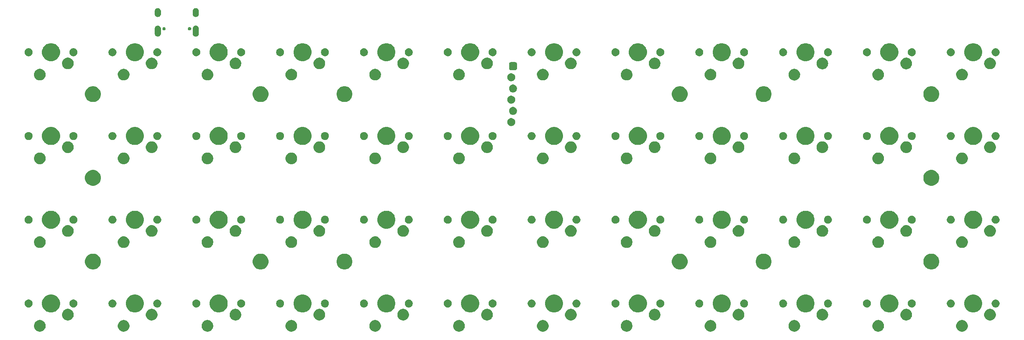
<source format=gbr>
G04 #@! TF.GenerationSoftware,KiCad,Pcbnew,(5.1.2-1)-1*
G04 #@! TF.CreationDate,2020-05-23T15:22:12-05:00*
G04 #@! TF.ProjectId,therick48,74686572-6963-46b3-9438-2e6b69636164,rev?*
G04 #@! TF.SameCoordinates,Original*
G04 #@! TF.FileFunction,Soldermask,Top*
G04 #@! TF.FilePolarity,Negative*
%FSLAX46Y46*%
G04 Gerber Fmt 4.6, Leading zero omitted, Abs format (unit mm)*
G04 Created by KiCad (PCBNEW (5.1.2-1)-1) date 2020-05-23 15:22:12*
%MOMM*%
%LPD*%
G04 APERTURE LIST*
%ADD10C,0.100000*%
G04 APERTURE END LIST*
D10*
G36*
X262197715Y-105244383D02*
G01*
X262325322Y-105269765D01*
X262466148Y-105328097D01*
X262565727Y-105369344D01*
X262565728Y-105369345D01*
X262782089Y-105513912D01*
X262966088Y-105697911D01*
X263062685Y-105842479D01*
X263110656Y-105914273D01*
X263151903Y-106013852D01*
X263210235Y-106154678D01*
X263261000Y-106409893D01*
X263261000Y-106670107D01*
X263210235Y-106925322D01*
X263151903Y-107066148D01*
X263110656Y-107165727D01*
X263110655Y-107165728D01*
X262966088Y-107382089D01*
X262782089Y-107566088D01*
X262637521Y-107662685D01*
X262565727Y-107710656D01*
X262466148Y-107751903D01*
X262325322Y-107810235D01*
X262197714Y-107835618D01*
X262070109Y-107861000D01*
X261809891Y-107861000D01*
X261682286Y-107835618D01*
X261554678Y-107810235D01*
X261413852Y-107751903D01*
X261314273Y-107710656D01*
X261242479Y-107662685D01*
X261097911Y-107566088D01*
X260913912Y-107382089D01*
X260769345Y-107165728D01*
X260769344Y-107165727D01*
X260728097Y-107066148D01*
X260669765Y-106925322D01*
X260619000Y-106670107D01*
X260619000Y-106409893D01*
X260669765Y-106154678D01*
X260728097Y-106013852D01*
X260769344Y-105914273D01*
X260817315Y-105842479D01*
X260913912Y-105697911D01*
X261097911Y-105513912D01*
X261314272Y-105369345D01*
X261314273Y-105369344D01*
X261413852Y-105328097D01*
X261554678Y-105269765D01*
X261682286Y-105244382D01*
X261809891Y-105219000D01*
X262070109Y-105219000D01*
X262197715Y-105244383D01*
X262197715Y-105244383D01*
G37*
G36*
X243197715Y-105244383D02*
G01*
X243325322Y-105269765D01*
X243466148Y-105328097D01*
X243565727Y-105369344D01*
X243565728Y-105369345D01*
X243782089Y-105513912D01*
X243966088Y-105697911D01*
X244062685Y-105842479D01*
X244110656Y-105914273D01*
X244151903Y-106013852D01*
X244210235Y-106154678D01*
X244261000Y-106409893D01*
X244261000Y-106670107D01*
X244210235Y-106925322D01*
X244151903Y-107066148D01*
X244110656Y-107165727D01*
X244110655Y-107165728D01*
X243966088Y-107382089D01*
X243782089Y-107566088D01*
X243637521Y-107662685D01*
X243565727Y-107710656D01*
X243466148Y-107751903D01*
X243325322Y-107810235D01*
X243197714Y-107835618D01*
X243070109Y-107861000D01*
X242809891Y-107861000D01*
X242682286Y-107835618D01*
X242554678Y-107810235D01*
X242413852Y-107751903D01*
X242314273Y-107710656D01*
X242242479Y-107662685D01*
X242097911Y-107566088D01*
X241913912Y-107382089D01*
X241769345Y-107165728D01*
X241769344Y-107165727D01*
X241728097Y-107066148D01*
X241669765Y-106925322D01*
X241619000Y-106670107D01*
X241619000Y-106409893D01*
X241669765Y-106154678D01*
X241728097Y-106013852D01*
X241769344Y-105914273D01*
X241817315Y-105842479D01*
X241913912Y-105697911D01*
X242097911Y-105513912D01*
X242314272Y-105369345D01*
X242314273Y-105369344D01*
X242413852Y-105328097D01*
X242554678Y-105269765D01*
X242682286Y-105244382D01*
X242809891Y-105219000D01*
X243070109Y-105219000D01*
X243197715Y-105244383D01*
X243197715Y-105244383D01*
G37*
G36*
X224197715Y-105244383D02*
G01*
X224325322Y-105269765D01*
X224466148Y-105328097D01*
X224565727Y-105369344D01*
X224565728Y-105369345D01*
X224782089Y-105513912D01*
X224966088Y-105697911D01*
X225062685Y-105842479D01*
X225110656Y-105914273D01*
X225151903Y-106013852D01*
X225210235Y-106154678D01*
X225261000Y-106409893D01*
X225261000Y-106670107D01*
X225210235Y-106925322D01*
X225151903Y-107066148D01*
X225110656Y-107165727D01*
X225110655Y-107165728D01*
X224966088Y-107382089D01*
X224782089Y-107566088D01*
X224637521Y-107662685D01*
X224565727Y-107710656D01*
X224466148Y-107751903D01*
X224325322Y-107810235D01*
X224197714Y-107835618D01*
X224070109Y-107861000D01*
X223809891Y-107861000D01*
X223682286Y-107835618D01*
X223554678Y-107810235D01*
X223413852Y-107751903D01*
X223314273Y-107710656D01*
X223242479Y-107662685D01*
X223097911Y-107566088D01*
X222913912Y-107382089D01*
X222769345Y-107165728D01*
X222769344Y-107165727D01*
X222728097Y-107066148D01*
X222669765Y-106925322D01*
X222619000Y-106670107D01*
X222619000Y-106409893D01*
X222669765Y-106154678D01*
X222728097Y-106013852D01*
X222769344Y-105914273D01*
X222817315Y-105842479D01*
X222913912Y-105697911D01*
X223097911Y-105513912D01*
X223314272Y-105369345D01*
X223314273Y-105369344D01*
X223413852Y-105328097D01*
X223554678Y-105269765D01*
X223682286Y-105244382D01*
X223809891Y-105219000D01*
X224070109Y-105219000D01*
X224197715Y-105244383D01*
X224197715Y-105244383D01*
G37*
G36*
X205197715Y-105244383D02*
G01*
X205325322Y-105269765D01*
X205466148Y-105328097D01*
X205565727Y-105369344D01*
X205565728Y-105369345D01*
X205782089Y-105513912D01*
X205966088Y-105697911D01*
X206062685Y-105842479D01*
X206110656Y-105914273D01*
X206151903Y-106013852D01*
X206210235Y-106154678D01*
X206261000Y-106409893D01*
X206261000Y-106670107D01*
X206210235Y-106925322D01*
X206151903Y-107066148D01*
X206110656Y-107165727D01*
X206110655Y-107165728D01*
X205966088Y-107382089D01*
X205782089Y-107566088D01*
X205637521Y-107662685D01*
X205565727Y-107710656D01*
X205466148Y-107751903D01*
X205325322Y-107810235D01*
X205197714Y-107835618D01*
X205070109Y-107861000D01*
X204809891Y-107861000D01*
X204682286Y-107835618D01*
X204554678Y-107810235D01*
X204413852Y-107751903D01*
X204314273Y-107710656D01*
X204242479Y-107662685D01*
X204097911Y-107566088D01*
X203913912Y-107382089D01*
X203769345Y-107165728D01*
X203769344Y-107165727D01*
X203728097Y-107066148D01*
X203669765Y-106925322D01*
X203619000Y-106670107D01*
X203619000Y-106409893D01*
X203669765Y-106154678D01*
X203728097Y-106013852D01*
X203769344Y-105914273D01*
X203817315Y-105842479D01*
X203913912Y-105697911D01*
X204097911Y-105513912D01*
X204314272Y-105369345D01*
X204314273Y-105369344D01*
X204413852Y-105328097D01*
X204554678Y-105269765D01*
X204682286Y-105244382D01*
X204809891Y-105219000D01*
X205070109Y-105219000D01*
X205197715Y-105244383D01*
X205197715Y-105244383D01*
G37*
G36*
X186197715Y-105244383D02*
G01*
X186325322Y-105269765D01*
X186466148Y-105328097D01*
X186565727Y-105369344D01*
X186565728Y-105369345D01*
X186782089Y-105513912D01*
X186966088Y-105697911D01*
X187062685Y-105842479D01*
X187110656Y-105914273D01*
X187151903Y-106013852D01*
X187210235Y-106154678D01*
X187261000Y-106409893D01*
X187261000Y-106670107D01*
X187210235Y-106925322D01*
X187151903Y-107066148D01*
X187110656Y-107165727D01*
X187110655Y-107165728D01*
X186966088Y-107382089D01*
X186782089Y-107566088D01*
X186637521Y-107662685D01*
X186565727Y-107710656D01*
X186466148Y-107751903D01*
X186325322Y-107810235D01*
X186197714Y-107835618D01*
X186070109Y-107861000D01*
X185809891Y-107861000D01*
X185682286Y-107835618D01*
X185554678Y-107810235D01*
X185413852Y-107751903D01*
X185314273Y-107710656D01*
X185242479Y-107662685D01*
X185097911Y-107566088D01*
X184913912Y-107382089D01*
X184769345Y-107165728D01*
X184769344Y-107165727D01*
X184728097Y-107066148D01*
X184669765Y-106925322D01*
X184619000Y-106670107D01*
X184619000Y-106409893D01*
X184669765Y-106154678D01*
X184728097Y-106013852D01*
X184769344Y-105914273D01*
X184817315Y-105842479D01*
X184913912Y-105697911D01*
X185097911Y-105513912D01*
X185314272Y-105369345D01*
X185314273Y-105369344D01*
X185413852Y-105328097D01*
X185554678Y-105269765D01*
X185682286Y-105244382D01*
X185809891Y-105219000D01*
X186070109Y-105219000D01*
X186197715Y-105244383D01*
X186197715Y-105244383D01*
G37*
G36*
X167197715Y-105244383D02*
G01*
X167325322Y-105269765D01*
X167466148Y-105328097D01*
X167565727Y-105369344D01*
X167565728Y-105369345D01*
X167782089Y-105513912D01*
X167966088Y-105697911D01*
X168062685Y-105842479D01*
X168110656Y-105914273D01*
X168151903Y-106013852D01*
X168210235Y-106154678D01*
X168261000Y-106409893D01*
X168261000Y-106670107D01*
X168210235Y-106925322D01*
X168151903Y-107066148D01*
X168110656Y-107165727D01*
X168110655Y-107165728D01*
X167966088Y-107382089D01*
X167782089Y-107566088D01*
X167637521Y-107662685D01*
X167565727Y-107710656D01*
X167466148Y-107751903D01*
X167325322Y-107810235D01*
X167197714Y-107835618D01*
X167070109Y-107861000D01*
X166809891Y-107861000D01*
X166682286Y-107835618D01*
X166554678Y-107810235D01*
X166413852Y-107751903D01*
X166314273Y-107710656D01*
X166242479Y-107662685D01*
X166097911Y-107566088D01*
X165913912Y-107382089D01*
X165769345Y-107165728D01*
X165769344Y-107165727D01*
X165728097Y-107066148D01*
X165669765Y-106925322D01*
X165619000Y-106670107D01*
X165619000Y-106409893D01*
X165669765Y-106154678D01*
X165728097Y-106013852D01*
X165769344Y-105914273D01*
X165817315Y-105842479D01*
X165913912Y-105697911D01*
X166097911Y-105513912D01*
X166314272Y-105369345D01*
X166314273Y-105369344D01*
X166413852Y-105328097D01*
X166554678Y-105269765D01*
X166682286Y-105244382D01*
X166809891Y-105219000D01*
X167070109Y-105219000D01*
X167197715Y-105244383D01*
X167197715Y-105244383D01*
G37*
G36*
X148197715Y-105244383D02*
G01*
X148325322Y-105269765D01*
X148466148Y-105328097D01*
X148565727Y-105369344D01*
X148565728Y-105369345D01*
X148782089Y-105513912D01*
X148966088Y-105697911D01*
X149062685Y-105842479D01*
X149110656Y-105914273D01*
X149151903Y-106013852D01*
X149210235Y-106154678D01*
X149261000Y-106409893D01*
X149261000Y-106670107D01*
X149210235Y-106925322D01*
X149151903Y-107066148D01*
X149110656Y-107165727D01*
X149110655Y-107165728D01*
X148966088Y-107382089D01*
X148782089Y-107566088D01*
X148637521Y-107662685D01*
X148565727Y-107710656D01*
X148466148Y-107751903D01*
X148325322Y-107810235D01*
X148197714Y-107835618D01*
X148070109Y-107861000D01*
X147809891Y-107861000D01*
X147682286Y-107835618D01*
X147554678Y-107810235D01*
X147413852Y-107751903D01*
X147314273Y-107710656D01*
X147242479Y-107662685D01*
X147097911Y-107566088D01*
X146913912Y-107382089D01*
X146769345Y-107165728D01*
X146769344Y-107165727D01*
X146728097Y-107066148D01*
X146669765Y-106925322D01*
X146619000Y-106670107D01*
X146619000Y-106409893D01*
X146669765Y-106154678D01*
X146728097Y-106013852D01*
X146769344Y-105914273D01*
X146817315Y-105842479D01*
X146913912Y-105697911D01*
X147097911Y-105513912D01*
X147314272Y-105369345D01*
X147314273Y-105369344D01*
X147413852Y-105328097D01*
X147554678Y-105269765D01*
X147682286Y-105244382D01*
X147809891Y-105219000D01*
X148070109Y-105219000D01*
X148197715Y-105244383D01*
X148197715Y-105244383D01*
G37*
G36*
X129197715Y-105244383D02*
G01*
X129325322Y-105269765D01*
X129466148Y-105328097D01*
X129565727Y-105369344D01*
X129565728Y-105369345D01*
X129782089Y-105513912D01*
X129966088Y-105697911D01*
X130062685Y-105842479D01*
X130110656Y-105914273D01*
X130151903Y-106013852D01*
X130210235Y-106154678D01*
X130261000Y-106409893D01*
X130261000Y-106670107D01*
X130210235Y-106925322D01*
X130151903Y-107066148D01*
X130110656Y-107165727D01*
X130110655Y-107165728D01*
X129966088Y-107382089D01*
X129782089Y-107566088D01*
X129637521Y-107662685D01*
X129565727Y-107710656D01*
X129466148Y-107751903D01*
X129325322Y-107810235D01*
X129197714Y-107835618D01*
X129070109Y-107861000D01*
X128809891Y-107861000D01*
X128682286Y-107835618D01*
X128554678Y-107810235D01*
X128413852Y-107751903D01*
X128314273Y-107710656D01*
X128242479Y-107662685D01*
X128097911Y-107566088D01*
X127913912Y-107382089D01*
X127769345Y-107165728D01*
X127769344Y-107165727D01*
X127728097Y-107066148D01*
X127669765Y-106925322D01*
X127619000Y-106670107D01*
X127619000Y-106409893D01*
X127669765Y-106154678D01*
X127728097Y-106013852D01*
X127769344Y-105914273D01*
X127817315Y-105842479D01*
X127913912Y-105697911D01*
X128097911Y-105513912D01*
X128314272Y-105369345D01*
X128314273Y-105369344D01*
X128413852Y-105328097D01*
X128554678Y-105269765D01*
X128682286Y-105244382D01*
X128809891Y-105219000D01*
X129070109Y-105219000D01*
X129197715Y-105244383D01*
X129197715Y-105244383D01*
G37*
G36*
X110197715Y-105244383D02*
G01*
X110325322Y-105269765D01*
X110466148Y-105328097D01*
X110565727Y-105369344D01*
X110565728Y-105369345D01*
X110782089Y-105513912D01*
X110966088Y-105697911D01*
X111062685Y-105842479D01*
X111110656Y-105914273D01*
X111151903Y-106013852D01*
X111210235Y-106154678D01*
X111261000Y-106409893D01*
X111261000Y-106670107D01*
X111210235Y-106925322D01*
X111151903Y-107066148D01*
X111110656Y-107165727D01*
X111110655Y-107165728D01*
X110966088Y-107382089D01*
X110782089Y-107566088D01*
X110637521Y-107662685D01*
X110565727Y-107710656D01*
X110466148Y-107751903D01*
X110325322Y-107810235D01*
X110197714Y-107835618D01*
X110070109Y-107861000D01*
X109809891Y-107861000D01*
X109682286Y-107835618D01*
X109554678Y-107810235D01*
X109413852Y-107751903D01*
X109314273Y-107710656D01*
X109242479Y-107662685D01*
X109097911Y-107566088D01*
X108913912Y-107382089D01*
X108769345Y-107165728D01*
X108769344Y-107165727D01*
X108728097Y-107066148D01*
X108669765Y-106925322D01*
X108619000Y-106670107D01*
X108619000Y-106409893D01*
X108669765Y-106154678D01*
X108728097Y-106013852D01*
X108769344Y-105914273D01*
X108817315Y-105842479D01*
X108913912Y-105697911D01*
X109097911Y-105513912D01*
X109314272Y-105369345D01*
X109314273Y-105369344D01*
X109413852Y-105328097D01*
X109554678Y-105269765D01*
X109682286Y-105244382D01*
X109809891Y-105219000D01*
X110070109Y-105219000D01*
X110197715Y-105244383D01*
X110197715Y-105244383D01*
G37*
G36*
X91197715Y-105244383D02*
G01*
X91325322Y-105269765D01*
X91466148Y-105328097D01*
X91565727Y-105369344D01*
X91565728Y-105369345D01*
X91782089Y-105513912D01*
X91966088Y-105697911D01*
X92062685Y-105842479D01*
X92110656Y-105914273D01*
X92151903Y-106013852D01*
X92210235Y-106154678D01*
X92261000Y-106409893D01*
X92261000Y-106670107D01*
X92210235Y-106925322D01*
X92151903Y-107066148D01*
X92110656Y-107165727D01*
X92110655Y-107165728D01*
X91966088Y-107382089D01*
X91782089Y-107566088D01*
X91637521Y-107662685D01*
X91565727Y-107710656D01*
X91466148Y-107751903D01*
X91325322Y-107810235D01*
X91197714Y-107835618D01*
X91070109Y-107861000D01*
X90809891Y-107861000D01*
X90682286Y-107835618D01*
X90554678Y-107810235D01*
X90413852Y-107751903D01*
X90314273Y-107710656D01*
X90242479Y-107662685D01*
X90097911Y-107566088D01*
X89913912Y-107382089D01*
X89769345Y-107165728D01*
X89769344Y-107165727D01*
X89728097Y-107066148D01*
X89669765Y-106925322D01*
X89619000Y-106670107D01*
X89619000Y-106409893D01*
X89669765Y-106154678D01*
X89728097Y-106013852D01*
X89769344Y-105914273D01*
X89817315Y-105842479D01*
X89913912Y-105697911D01*
X90097911Y-105513912D01*
X90314272Y-105369345D01*
X90314273Y-105369344D01*
X90413852Y-105328097D01*
X90554678Y-105269765D01*
X90682286Y-105244382D01*
X90809891Y-105219000D01*
X91070109Y-105219000D01*
X91197715Y-105244383D01*
X91197715Y-105244383D01*
G37*
G36*
X72197715Y-105244383D02*
G01*
X72325322Y-105269765D01*
X72466148Y-105328097D01*
X72565727Y-105369344D01*
X72565728Y-105369345D01*
X72782089Y-105513912D01*
X72966088Y-105697911D01*
X73062685Y-105842479D01*
X73110656Y-105914273D01*
X73151903Y-106013852D01*
X73210235Y-106154678D01*
X73261000Y-106409893D01*
X73261000Y-106670107D01*
X73210235Y-106925322D01*
X73151903Y-107066148D01*
X73110656Y-107165727D01*
X73110655Y-107165728D01*
X72966088Y-107382089D01*
X72782089Y-107566088D01*
X72637521Y-107662685D01*
X72565727Y-107710656D01*
X72466148Y-107751903D01*
X72325322Y-107810235D01*
X72197714Y-107835618D01*
X72070109Y-107861000D01*
X71809891Y-107861000D01*
X71682286Y-107835618D01*
X71554678Y-107810235D01*
X71413852Y-107751903D01*
X71314273Y-107710656D01*
X71242479Y-107662685D01*
X71097911Y-107566088D01*
X70913912Y-107382089D01*
X70769345Y-107165728D01*
X70769344Y-107165727D01*
X70728097Y-107066148D01*
X70669765Y-106925322D01*
X70619000Y-106670107D01*
X70619000Y-106409893D01*
X70669765Y-106154678D01*
X70728097Y-106013852D01*
X70769344Y-105914273D01*
X70817315Y-105842479D01*
X70913912Y-105697911D01*
X71097911Y-105513912D01*
X71314272Y-105369345D01*
X71314273Y-105369344D01*
X71413852Y-105328097D01*
X71554678Y-105269765D01*
X71682286Y-105244382D01*
X71809891Y-105219000D01*
X72070109Y-105219000D01*
X72197715Y-105244383D01*
X72197715Y-105244383D01*
G37*
G36*
X53197715Y-105244383D02*
G01*
X53325322Y-105269765D01*
X53466148Y-105328097D01*
X53565727Y-105369344D01*
X53565728Y-105369345D01*
X53782089Y-105513912D01*
X53966088Y-105697911D01*
X54062685Y-105842479D01*
X54110656Y-105914273D01*
X54151903Y-106013852D01*
X54210235Y-106154678D01*
X54261000Y-106409893D01*
X54261000Y-106670107D01*
X54210235Y-106925322D01*
X54151903Y-107066148D01*
X54110656Y-107165727D01*
X54110655Y-107165728D01*
X53966088Y-107382089D01*
X53782089Y-107566088D01*
X53637521Y-107662685D01*
X53565727Y-107710656D01*
X53466148Y-107751903D01*
X53325322Y-107810235D01*
X53197714Y-107835618D01*
X53070109Y-107861000D01*
X52809891Y-107861000D01*
X52682286Y-107835618D01*
X52554678Y-107810235D01*
X52413852Y-107751903D01*
X52314273Y-107710656D01*
X52242479Y-107662685D01*
X52097911Y-107566088D01*
X51913912Y-107382089D01*
X51769345Y-107165728D01*
X51769344Y-107165727D01*
X51728097Y-107066148D01*
X51669765Y-106925322D01*
X51619000Y-106670107D01*
X51619000Y-106409893D01*
X51669765Y-106154678D01*
X51728097Y-106013852D01*
X51769344Y-105914273D01*
X51817315Y-105842479D01*
X51913912Y-105697911D01*
X52097911Y-105513912D01*
X52314272Y-105369345D01*
X52314273Y-105369344D01*
X52413852Y-105328097D01*
X52554678Y-105269765D01*
X52682286Y-105244382D01*
X52809891Y-105219000D01*
X53070109Y-105219000D01*
X53197715Y-105244383D01*
X53197715Y-105244383D01*
G37*
G36*
X268547714Y-102704382D02*
G01*
X268675322Y-102729765D01*
X268816148Y-102788097D01*
X268915727Y-102829344D01*
X268915728Y-102829345D01*
X269132089Y-102973912D01*
X269316088Y-103157911D01*
X269392431Y-103272167D01*
X269460656Y-103374273D01*
X269501903Y-103473852D01*
X269560235Y-103614678D01*
X269611000Y-103869893D01*
X269611000Y-104130107D01*
X269560235Y-104385322D01*
X269501903Y-104526148D01*
X269460656Y-104625727D01*
X269460655Y-104625728D01*
X269316088Y-104842089D01*
X269132089Y-105026088D01*
X268987521Y-105122685D01*
X268915727Y-105170656D01*
X268816148Y-105211903D01*
X268675322Y-105270235D01*
X268547714Y-105295618D01*
X268420109Y-105321000D01*
X268159891Y-105321000D01*
X268032286Y-105295618D01*
X267904678Y-105270235D01*
X267763852Y-105211903D01*
X267664273Y-105170656D01*
X267592479Y-105122685D01*
X267447911Y-105026088D01*
X267263912Y-104842089D01*
X267119345Y-104625728D01*
X267119344Y-104625727D01*
X267078097Y-104526148D01*
X267019765Y-104385322D01*
X266969000Y-104130107D01*
X266969000Y-103869893D01*
X267019765Y-103614678D01*
X267078097Y-103473852D01*
X267119344Y-103374273D01*
X267187569Y-103272167D01*
X267263912Y-103157911D01*
X267447911Y-102973912D01*
X267664272Y-102829345D01*
X267664273Y-102829344D01*
X267763852Y-102788097D01*
X267904678Y-102729765D01*
X268032285Y-102704383D01*
X268159891Y-102679000D01*
X268420109Y-102679000D01*
X268547714Y-102704382D01*
X268547714Y-102704382D01*
G37*
G36*
X249547714Y-102704382D02*
G01*
X249675322Y-102729765D01*
X249816148Y-102788097D01*
X249915727Y-102829344D01*
X249915728Y-102829345D01*
X250132089Y-102973912D01*
X250316088Y-103157911D01*
X250392431Y-103272167D01*
X250460656Y-103374273D01*
X250501903Y-103473852D01*
X250560235Y-103614678D01*
X250611000Y-103869893D01*
X250611000Y-104130107D01*
X250560235Y-104385322D01*
X250501903Y-104526148D01*
X250460656Y-104625727D01*
X250460655Y-104625728D01*
X250316088Y-104842089D01*
X250132089Y-105026088D01*
X249987521Y-105122685D01*
X249915727Y-105170656D01*
X249816148Y-105211903D01*
X249675322Y-105270235D01*
X249547714Y-105295618D01*
X249420109Y-105321000D01*
X249159891Y-105321000D01*
X249032286Y-105295618D01*
X248904678Y-105270235D01*
X248763852Y-105211903D01*
X248664273Y-105170656D01*
X248592479Y-105122685D01*
X248447911Y-105026088D01*
X248263912Y-104842089D01*
X248119345Y-104625728D01*
X248119344Y-104625727D01*
X248078097Y-104526148D01*
X248019765Y-104385322D01*
X247969000Y-104130107D01*
X247969000Y-103869893D01*
X248019765Y-103614678D01*
X248078097Y-103473852D01*
X248119344Y-103374273D01*
X248187569Y-103272167D01*
X248263912Y-103157911D01*
X248447911Y-102973912D01*
X248664272Y-102829345D01*
X248664273Y-102829344D01*
X248763852Y-102788097D01*
X248904678Y-102729765D01*
X249032285Y-102704383D01*
X249159891Y-102679000D01*
X249420109Y-102679000D01*
X249547714Y-102704382D01*
X249547714Y-102704382D01*
G37*
G36*
X230547714Y-102704382D02*
G01*
X230675322Y-102729765D01*
X230816148Y-102788097D01*
X230915727Y-102829344D01*
X230915728Y-102829345D01*
X231132089Y-102973912D01*
X231316088Y-103157911D01*
X231392431Y-103272167D01*
X231460656Y-103374273D01*
X231501903Y-103473852D01*
X231560235Y-103614678D01*
X231611000Y-103869893D01*
X231611000Y-104130107D01*
X231560235Y-104385322D01*
X231501903Y-104526148D01*
X231460656Y-104625727D01*
X231460655Y-104625728D01*
X231316088Y-104842089D01*
X231132089Y-105026088D01*
X230987521Y-105122685D01*
X230915727Y-105170656D01*
X230816148Y-105211903D01*
X230675322Y-105270235D01*
X230547714Y-105295618D01*
X230420109Y-105321000D01*
X230159891Y-105321000D01*
X230032286Y-105295618D01*
X229904678Y-105270235D01*
X229763852Y-105211903D01*
X229664273Y-105170656D01*
X229592479Y-105122685D01*
X229447911Y-105026088D01*
X229263912Y-104842089D01*
X229119345Y-104625728D01*
X229119344Y-104625727D01*
X229078097Y-104526148D01*
X229019765Y-104385322D01*
X228969000Y-104130107D01*
X228969000Y-103869893D01*
X229019765Y-103614678D01*
X229078097Y-103473852D01*
X229119344Y-103374273D01*
X229187569Y-103272167D01*
X229263912Y-103157911D01*
X229447911Y-102973912D01*
X229664272Y-102829345D01*
X229664273Y-102829344D01*
X229763852Y-102788097D01*
X229904678Y-102729765D01*
X230032285Y-102704383D01*
X230159891Y-102679000D01*
X230420109Y-102679000D01*
X230547714Y-102704382D01*
X230547714Y-102704382D01*
G37*
G36*
X211547714Y-102704382D02*
G01*
X211675322Y-102729765D01*
X211816148Y-102788097D01*
X211915727Y-102829344D01*
X211915728Y-102829345D01*
X212132089Y-102973912D01*
X212316088Y-103157911D01*
X212392431Y-103272167D01*
X212460656Y-103374273D01*
X212501903Y-103473852D01*
X212560235Y-103614678D01*
X212611000Y-103869893D01*
X212611000Y-104130107D01*
X212560235Y-104385322D01*
X212501903Y-104526148D01*
X212460656Y-104625727D01*
X212460655Y-104625728D01*
X212316088Y-104842089D01*
X212132089Y-105026088D01*
X211987521Y-105122685D01*
X211915727Y-105170656D01*
X211816148Y-105211903D01*
X211675322Y-105270235D01*
X211547714Y-105295618D01*
X211420109Y-105321000D01*
X211159891Y-105321000D01*
X211032286Y-105295618D01*
X210904678Y-105270235D01*
X210763852Y-105211903D01*
X210664273Y-105170656D01*
X210592479Y-105122685D01*
X210447911Y-105026088D01*
X210263912Y-104842089D01*
X210119345Y-104625728D01*
X210119344Y-104625727D01*
X210078097Y-104526148D01*
X210019765Y-104385322D01*
X209969000Y-104130107D01*
X209969000Y-103869893D01*
X210019765Y-103614678D01*
X210078097Y-103473852D01*
X210119344Y-103374273D01*
X210187569Y-103272167D01*
X210263912Y-103157911D01*
X210447911Y-102973912D01*
X210664272Y-102829345D01*
X210664273Y-102829344D01*
X210763852Y-102788097D01*
X210904678Y-102729765D01*
X211032285Y-102704383D01*
X211159891Y-102679000D01*
X211420109Y-102679000D01*
X211547714Y-102704382D01*
X211547714Y-102704382D01*
G37*
G36*
X59547714Y-102704382D02*
G01*
X59675322Y-102729765D01*
X59816148Y-102788097D01*
X59915727Y-102829344D01*
X59915728Y-102829345D01*
X60132089Y-102973912D01*
X60316088Y-103157911D01*
X60392431Y-103272167D01*
X60460656Y-103374273D01*
X60501903Y-103473852D01*
X60560235Y-103614678D01*
X60611000Y-103869893D01*
X60611000Y-104130107D01*
X60560235Y-104385322D01*
X60501903Y-104526148D01*
X60460656Y-104625727D01*
X60460655Y-104625728D01*
X60316088Y-104842089D01*
X60132089Y-105026088D01*
X59987521Y-105122685D01*
X59915727Y-105170656D01*
X59816148Y-105211903D01*
X59675322Y-105270235D01*
X59547714Y-105295618D01*
X59420109Y-105321000D01*
X59159891Y-105321000D01*
X59032286Y-105295618D01*
X58904678Y-105270235D01*
X58763852Y-105211903D01*
X58664273Y-105170656D01*
X58592479Y-105122685D01*
X58447911Y-105026088D01*
X58263912Y-104842089D01*
X58119345Y-104625728D01*
X58119344Y-104625727D01*
X58078097Y-104526148D01*
X58019765Y-104385322D01*
X57969000Y-104130107D01*
X57969000Y-103869893D01*
X58019765Y-103614678D01*
X58078097Y-103473852D01*
X58119344Y-103374273D01*
X58187569Y-103272167D01*
X58263912Y-103157911D01*
X58447911Y-102973912D01*
X58664272Y-102829345D01*
X58664273Y-102829344D01*
X58763852Y-102788097D01*
X58904678Y-102729765D01*
X59032285Y-102704383D01*
X59159891Y-102679000D01*
X59420109Y-102679000D01*
X59547714Y-102704382D01*
X59547714Y-102704382D01*
G37*
G36*
X192547714Y-102704382D02*
G01*
X192675322Y-102729765D01*
X192816148Y-102788097D01*
X192915727Y-102829344D01*
X192915728Y-102829345D01*
X193132089Y-102973912D01*
X193316088Y-103157911D01*
X193392431Y-103272167D01*
X193460656Y-103374273D01*
X193501903Y-103473852D01*
X193560235Y-103614678D01*
X193611000Y-103869893D01*
X193611000Y-104130107D01*
X193560235Y-104385322D01*
X193501903Y-104526148D01*
X193460656Y-104625727D01*
X193460655Y-104625728D01*
X193316088Y-104842089D01*
X193132089Y-105026088D01*
X192987521Y-105122685D01*
X192915727Y-105170656D01*
X192816148Y-105211903D01*
X192675322Y-105270235D01*
X192547714Y-105295618D01*
X192420109Y-105321000D01*
X192159891Y-105321000D01*
X192032286Y-105295618D01*
X191904678Y-105270235D01*
X191763852Y-105211903D01*
X191664273Y-105170656D01*
X191592479Y-105122685D01*
X191447911Y-105026088D01*
X191263912Y-104842089D01*
X191119345Y-104625728D01*
X191119344Y-104625727D01*
X191078097Y-104526148D01*
X191019765Y-104385322D01*
X190969000Y-104130107D01*
X190969000Y-103869893D01*
X191019765Y-103614678D01*
X191078097Y-103473852D01*
X191119344Y-103374273D01*
X191187569Y-103272167D01*
X191263912Y-103157911D01*
X191447911Y-102973912D01*
X191664272Y-102829345D01*
X191664273Y-102829344D01*
X191763852Y-102788097D01*
X191904678Y-102729765D01*
X192032285Y-102704383D01*
X192159891Y-102679000D01*
X192420109Y-102679000D01*
X192547714Y-102704382D01*
X192547714Y-102704382D01*
G37*
G36*
X78547714Y-102704382D02*
G01*
X78675322Y-102729765D01*
X78816148Y-102788097D01*
X78915727Y-102829344D01*
X78915728Y-102829345D01*
X79132089Y-102973912D01*
X79316088Y-103157911D01*
X79392431Y-103272167D01*
X79460656Y-103374273D01*
X79501903Y-103473852D01*
X79560235Y-103614678D01*
X79611000Y-103869893D01*
X79611000Y-104130107D01*
X79560235Y-104385322D01*
X79501903Y-104526148D01*
X79460656Y-104625727D01*
X79460655Y-104625728D01*
X79316088Y-104842089D01*
X79132089Y-105026088D01*
X78987521Y-105122685D01*
X78915727Y-105170656D01*
X78816148Y-105211903D01*
X78675322Y-105270235D01*
X78547714Y-105295618D01*
X78420109Y-105321000D01*
X78159891Y-105321000D01*
X78032286Y-105295618D01*
X77904678Y-105270235D01*
X77763852Y-105211903D01*
X77664273Y-105170656D01*
X77592479Y-105122685D01*
X77447911Y-105026088D01*
X77263912Y-104842089D01*
X77119345Y-104625728D01*
X77119344Y-104625727D01*
X77078097Y-104526148D01*
X77019765Y-104385322D01*
X76969000Y-104130107D01*
X76969000Y-103869893D01*
X77019765Y-103614678D01*
X77078097Y-103473852D01*
X77119344Y-103374273D01*
X77187569Y-103272167D01*
X77263912Y-103157911D01*
X77447911Y-102973912D01*
X77664272Y-102829345D01*
X77664273Y-102829344D01*
X77763852Y-102788097D01*
X77904678Y-102729765D01*
X78032285Y-102704383D01*
X78159891Y-102679000D01*
X78420109Y-102679000D01*
X78547714Y-102704382D01*
X78547714Y-102704382D01*
G37*
G36*
X173547714Y-102704382D02*
G01*
X173675322Y-102729765D01*
X173816148Y-102788097D01*
X173915727Y-102829344D01*
X173915728Y-102829345D01*
X174132089Y-102973912D01*
X174316088Y-103157911D01*
X174392431Y-103272167D01*
X174460656Y-103374273D01*
X174501903Y-103473852D01*
X174560235Y-103614678D01*
X174611000Y-103869893D01*
X174611000Y-104130107D01*
X174560235Y-104385322D01*
X174501903Y-104526148D01*
X174460656Y-104625727D01*
X174460655Y-104625728D01*
X174316088Y-104842089D01*
X174132089Y-105026088D01*
X173987521Y-105122685D01*
X173915727Y-105170656D01*
X173816148Y-105211903D01*
X173675322Y-105270235D01*
X173547714Y-105295618D01*
X173420109Y-105321000D01*
X173159891Y-105321000D01*
X173032286Y-105295618D01*
X172904678Y-105270235D01*
X172763852Y-105211903D01*
X172664273Y-105170656D01*
X172592479Y-105122685D01*
X172447911Y-105026088D01*
X172263912Y-104842089D01*
X172119345Y-104625728D01*
X172119344Y-104625727D01*
X172078097Y-104526148D01*
X172019765Y-104385322D01*
X171969000Y-104130107D01*
X171969000Y-103869893D01*
X172019765Y-103614678D01*
X172078097Y-103473852D01*
X172119344Y-103374273D01*
X172187569Y-103272167D01*
X172263912Y-103157911D01*
X172447911Y-102973912D01*
X172664272Y-102829345D01*
X172664273Y-102829344D01*
X172763852Y-102788097D01*
X172904678Y-102729765D01*
X173032285Y-102704383D01*
X173159891Y-102679000D01*
X173420109Y-102679000D01*
X173547714Y-102704382D01*
X173547714Y-102704382D01*
G37*
G36*
X97547714Y-102704382D02*
G01*
X97675322Y-102729765D01*
X97816148Y-102788097D01*
X97915727Y-102829344D01*
X97915728Y-102829345D01*
X98132089Y-102973912D01*
X98316088Y-103157911D01*
X98392431Y-103272167D01*
X98460656Y-103374273D01*
X98501903Y-103473852D01*
X98560235Y-103614678D01*
X98611000Y-103869893D01*
X98611000Y-104130107D01*
X98560235Y-104385322D01*
X98501903Y-104526148D01*
X98460656Y-104625727D01*
X98460655Y-104625728D01*
X98316088Y-104842089D01*
X98132089Y-105026088D01*
X97987521Y-105122685D01*
X97915727Y-105170656D01*
X97816148Y-105211903D01*
X97675322Y-105270235D01*
X97547714Y-105295618D01*
X97420109Y-105321000D01*
X97159891Y-105321000D01*
X97032286Y-105295618D01*
X96904678Y-105270235D01*
X96763852Y-105211903D01*
X96664273Y-105170656D01*
X96592479Y-105122685D01*
X96447911Y-105026088D01*
X96263912Y-104842089D01*
X96119345Y-104625728D01*
X96119344Y-104625727D01*
X96078097Y-104526148D01*
X96019765Y-104385322D01*
X95969000Y-104130107D01*
X95969000Y-103869893D01*
X96019765Y-103614678D01*
X96078097Y-103473852D01*
X96119344Y-103374273D01*
X96187569Y-103272167D01*
X96263912Y-103157911D01*
X96447911Y-102973912D01*
X96664272Y-102829345D01*
X96664273Y-102829344D01*
X96763852Y-102788097D01*
X96904678Y-102729765D01*
X97032285Y-102704383D01*
X97159891Y-102679000D01*
X97420109Y-102679000D01*
X97547714Y-102704382D01*
X97547714Y-102704382D01*
G37*
G36*
X154547714Y-102704382D02*
G01*
X154675322Y-102729765D01*
X154816148Y-102788097D01*
X154915727Y-102829344D01*
X154915728Y-102829345D01*
X155132089Y-102973912D01*
X155316088Y-103157911D01*
X155392431Y-103272167D01*
X155460656Y-103374273D01*
X155501903Y-103473852D01*
X155560235Y-103614678D01*
X155611000Y-103869893D01*
X155611000Y-104130107D01*
X155560235Y-104385322D01*
X155501903Y-104526148D01*
X155460656Y-104625727D01*
X155460655Y-104625728D01*
X155316088Y-104842089D01*
X155132089Y-105026088D01*
X154987521Y-105122685D01*
X154915727Y-105170656D01*
X154816148Y-105211903D01*
X154675322Y-105270235D01*
X154547714Y-105295618D01*
X154420109Y-105321000D01*
X154159891Y-105321000D01*
X154032286Y-105295618D01*
X153904678Y-105270235D01*
X153763852Y-105211903D01*
X153664273Y-105170656D01*
X153592479Y-105122685D01*
X153447911Y-105026088D01*
X153263912Y-104842089D01*
X153119345Y-104625728D01*
X153119344Y-104625727D01*
X153078097Y-104526148D01*
X153019765Y-104385322D01*
X152969000Y-104130107D01*
X152969000Y-103869893D01*
X153019765Y-103614678D01*
X153078097Y-103473852D01*
X153119344Y-103374273D01*
X153187569Y-103272167D01*
X153263912Y-103157911D01*
X153447911Y-102973912D01*
X153664272Y-102829345D01*
X153664273Y-102829344D01*
X153763852Y-102788097D01*
X153904678Y-102729765D01*
X154032285Y-102704383D01*
X154159891Y-102679000D01*
X154420109Y-102679000D01*
X154547714Y-102704382D01*
X154547714Y-102704382D01*
G37*
G36*
X116547714Y-102704382D02*
G01*
X116675322Y-102729765D01*
X116816148Y-102788097D01*
X116915727Y-102829344D01*
X116915728Y-102829345D01*
X117132089Y-102973912D01*
X117316088Y-103157911D01*
X117392431Y-103272167D01*
X117460656Y-103374273D01*
X117501903Y-103473852D01*
X117560235Y-103614678D01*
X117611000Y-103869893D01*
X117611000Y-104130107D01*
X117560235Y-104385322D01*
X117501903Y-104526148D01*
X117460656Y-104625727D01*
X117460655Y-104625728D01*
X117316088Y-104842089D01*
X117132089Y-105026088D01*
X116987521Y-105122685D01*
X116915727Y-105170656D01*
X116816148Y-105211903D01*
X116675322Y-105270235D01*
X116547714Y-105295618D01*
X116420109Y-105321000D01*
X116159891Y-105321000D01*
X116032286Y-105295618D01*
X115904678Y-105270235D01*
X115763852Y-105211903D01*
X115664273Y-105170656D01*
X115592479Y-105122685D01*
X115447911Y-105026088D01*
X115263912Y-104842089D01*
X115119345Y-104625728D01*
X115119344Y-104625727D01*
X115078097Y-104526148D01*
X115019765Y-104385322D01*
X114969000Y-104130107D01*
X114969000Y-103869893D01*
X115019765Y-103614678D01*
X115078097Y-103473852D01*
X115119344Y-103374273D01*
X115187569Y-103272167D01*
X115263912Y-103157911D01*
X115447911Y-102973912D01*
X115664272Y-102829345D01*
X115664273Y-102829344D01*
X115763852Y-102788097D01*
X115904678Y-102729765D01*
X116032285Y-102704383D01*
X116159891Y-102679000D01*
X116420109Y-102679000D01*
X116547714Y-102704382D01*
X116547714Y-102704382D01*
G37*
G36*
X135547714Y-102704382D02*
G01*
X135675322Y-102729765D01*
X135816148Y-102788097D01*
X135915727Y-102829344D01*
X135915728Y-102829345D01*
X136132089Y-102973912D01*
X136316088Y-103157911D01*
X136392431Y-103272167D01*
X136460656Y-103374273D01*
X136501903Y-103473852D01*
X136560235Y-103614678D01*
X136611000Y-103869893D01*
X136611000Y-104130107D01*
X136560235Y-104385322D01*
X136501903Y-104526148D01*
X136460656Y-104625727D01*
X136460655Y-104625728D01*
X136316088Y-104842089D01*
X136132089Y-105026088D01*
X135987521Y-105122685D01*
X135915727Y-105170656D01*
X135816148Y-105211903D01*
X135675322Y-105270235D01*
X135547714Y-105295618D01*
X135420109Y-105321000D01*
X135159891Y-105321000D01*
X135032286Y-105295618D01*
X134904678Y-105270235D01*
X134763852Y-105211903D01*
X134664273Y-105170656D01*
X134592479Y-105122685D01*
X134447911Y-105026088D01*
X134263912Y-104842089D01*
X134119345Y-104625728D01*
X134119344Y-104625727D01*
X134078097Y-104526148D01*
X134019765Y-104385322D01*
X133969000Y-104130107D01*
X133969000Y-103869893D01*
X134019765Y-103614678D01*
X134078097Y-103473852D01*
X134119344Y-103374273D01*
X134187569Y-103272167D01*
X134263912Y-103157911D01*
X134447911Y-102973912D01*
X134664272Y-102829345D01*
X134664273Y-102829344D01*
X134763852Y-102788097D01*
X134904678Y-102729765D01*
X135032285Y-102704383D01*
X135159891Y-102679000D01*
X135420109Y-102679000D01*
X135547714Y-102704382D01*
X135547714Y-102704382D01*
G37*
G36*
X151076474Y-99493684D02*
G01*
X151294474Y-99583983D01*
X151448623Y-99647833D01*
X151783548Y-99871623D01*
X152068377Y-100156452D01*
X152292167Y-100491377D01*
X152356017Y-100645526D01*
X152446316Y-100863526D01*
X152524900Y-101258594D01*
X152524900Y-101661406D01*
X152446316Y-102056474D01*
X152362322Y-102259253D01*
X152292167Y-102428623D01*
X152068377Y-102763548D01*
X151783548Y-103048377D01*
X151448623Y-103272167D01*
X151294474Y-103336017D01*
X151076474Y-103426316D01*
X150681406Y-103504900D01*
X150278594Y-103504900D01*
X149883526Y-103426316D01*
X149665526Y-103336017D01*
X149511377Y-103272167D01*
X149176452Y-103048377D01*
X148891623Y-102763548D01*
X148667833Y-102428623D01*
X148597678Y-102259253D01*
X148513684Y-102056474D01*
X148435100Y-101661406D01*
X148435100Y-101258594D01*
X148513684Y-100863526D01*
X148603983Y-100645526D01*
X148667833Y-100491377D01*
X148891623Y-100156452D01*
X149176452Y-99871623D01*
X149511377Y-99647833D01*
X149665526Y-99583983D01*
X149883526Y-99493684D01*
X150278594Y-99415100D01*
X150681406Y-99415100D01*
X151076474Y-99493684D01*
X151076474Y-99493684D01*
G37*
G36*
X170076474Y-99493684D02*
G01*
X170294474Y-99583983D01*
X170448623Y-99647833D01*
X170783548Y-99871623D01*
X171068377Y-100156452D01*
X171292167Y-100491377D01*
X171356017Y-100645526D01*
X171446316Y-100863526D01*
X171524900Y-101258594D01*
X171524900Y-101661406D01*
X171446316Y-102056474D01*
X171362322Y-102259253D01*
X171292167Y-102428623D01*
X171068377Y-102763548D01*
X170783548Y-103048377D01*
X170448623Y-103272167D01*
X170294474Y-103336017D01*
X170076474Y-103426316D01*
X169681406Y-103504900D01*
X169278594Y-103504900D01*
X168883526Y-103426316D01*
X168665526Y-103336017D01*
X168511377Y-103272167D01*
X168176452Y-103048377D01*
X167891623Y-102763548D01*
X167667833Y-102428623D01*
X167597678Y-102259253D01*
X167513684Y-102056474D01*
X167435100Y-101661406D01*
X167435100Y-101258594D01*
X167513684Y-100863526D01*
X167603983Y-100645526D01*
X167667833Y-100491377D01*
X167891623Y-100156452D01*
X168176452Y-99871623D01*
X168511377Y-99647833D01*
X168665526Y-99583983D01*
X168883526Y-99493684D01*
X169278594Y-99415100D01*
X169681406Y-99415100D01*
X170076474Y-99493684D01*
X170076474Y-99493684D01*
G37*
G36*
X189076474Y-99493684D02*
G01*
X189294474Y-99583983D01*
X189448623Y-99647833D01*
X189783548Y-99871623D01*
X190068377Y-100156452D01*
X190292167Y-100491377D01*
X190356017Y-100645526D01*
X190446316Y-100863526D01*
X190524900Y-101258594D01*
X190524900Y-101661406D01*
X190446316Y-102056474D01*
X190362322Y-102259253D01*
X190292167Y-102428623D01*
X190068377Y-102763548D01*
X189783548Y-103048377D01*
X189448623Y-103272167D01*
X189294474Y-103336017D01*
X189076474Y-103426316D01*
X188681406Y-103504900D01*
X188278594Y-103504900D01*
X187883526Y-103426316D01*
X187665526Y-103336017D01*
X187511377Y-103272167D01*
X187176452Y-103048377D01*
X186891623Y-102763548D01*
X186667833Y-102428623D01*
X186597678Y-102259253D01*
X186513684Y-102056474D01*
X186435100Y-101661406D01*
X186435100Y-101258594D01*
X186513684Y-100863526D01*
X186603983Y-100645526D01*
X186667833Y-100491377D01*
X186891623Y-100156452D01*
X187176452Y-99871623D01*
X187511377Y-99647833D01*
X187665526Y-99583983D01*
X187883526Y-99493684D01*
X188278594Y-99415100D01*
X188681406Y-99415100D01*
X189076474Y-99493684D01*
X189076474Y-99493684D01*
G37*
G36*
X132076474Y-99493684D02*
G01*
X132294474Y-99583983D01*
X132448623Y-99647833D01*
X132783548Y-99871623D01*
X133068377Y-100156452D01*
X133292167Y-100491377D01*
X133356017Y-100645526D01*
X133446316Y-100863526D01*
X133524900Y-101258594D01*
X133524900Y-101661406D01*
X133446316Y-102056474D01*
X133362322Y-102259253D01*
X133292167Y-102428623D01*
X133068377Y-102763548D01*
X132783548Y-103048377D01*
X132448623Y-103272167D01*
X132294474Y-103336017D01*
X132076474Y-103426316D01*
X131681406Y-103504900D01*
X131278594Y-103504900D01*
X130883526Y-103426316D01*
X130665526Y-103336017D01*
X130511377Y-103272167D01*
X130176452Y-103048377D01*
X129891623Y-102763548D01*
X129667833Y-102428623D01*
X129597678Y-102259253D01*
X129513684Y-102056474D01*
X129435100Y-101661406D01*
X129435100Y-101258594D01*
X129513684Y-100863526D01*
X129603983Y-100645526D01*
X129667833Y-100491377D01*
X129891623Y-100156452D01*
X130176452Y-99871623D01*
X130511377Y-99647833D01*
X130665526Y-99583983D01*
X130883526Y-99493684D01*
X131278594Y-99415100D01*
X131681406Y-99415100D01*
X132076474Y-99493684D01*
X132076474Y-99493684D01*
G37*
G36*
X208076474Y-99493684D02*
G01*
X208294474Y-99583983D01*
X208448623Y-99647833D01*
X208783548Y-99871623D01*
X209068377Y-100156452D01*
X209292167Y-100491377D01*
X209356017Y-100645526D01*
X209446316Y-100863526D01*
X209524900Y-101258594D01*
X209524900Y-101661406D01*
X209446316Y-102056474D01*
X209362322Y-102259253D01*
X209292167Y-102428623D01*
X209068377Y-102763548D01*
X208783548Y-103048377D01*
X208448623Y-103272167D01*
X208294474Y-103336017D01*
X208076474Y-103426316D01*
X207681406Y-103504900D01*
X207278594Y-103504900D01*
X206883526Y-103426316D01*
X206665526Y-103336017D01*
X206511377Y-103272167D01*
X206176452Y-103048377D01*
X205891623Y-102763548D01*
X205667833Y-102428623D01*
X205597678Y-102259253D01*
X205513684Y-102056474D01*
X205435100Y-101661406D01*
X205435100Y-101258594D01*
X205513684Y-100863526D01*
X205603983Y-100645526D01*
X205667833Y-100491377D01*
X205891623Y-100156452D01*
X206176452Y-99871623D01*
X206511377Y-99647833D01*
X206665526Y-99583983D01*
X206883526Y-99493684D01*
X207278594Y-99415100D01*
X207681406Y-99415100D01*
X208076474Y-99493684D01*
X208076474Y-99493684D01*
G37*
G36*
X265076474Y-99493684D02*
G01*
X265294474Y-99583983D01*
X265448623Y-99647833D01*
X265783548Y-99871623D01*
X266068377Y-100156452D01*
X266292167Y-100491377D01*
X266356017Y-100645526D01*
X266446316Y-100863526D01*
X266524900Y-101258594D01*
X266524900Y-101661406D01*
X266446316Y-102056474D01*
X266362322Y-102259253D01*
X266292167Y-102428623D01*
X266068377Y-102763548D01*
X265783548Y-103048377D01*
X265448623Y-103272167D01*
X265294474Y-103336017D01*
X265076474Y-103426316D01*
X264681406Y-103504900D01*
X264278594Y-103504900D01*
X263883526Y-103426316D01*
X263665526Y-103336017D01*
X263511377Y-103272167D01*
X263176452Y-103048377D01*
X262891623Y-102763548D01*
X262667833Y-102428623D01*
X262597678Y-102259253D01*
X262513684Y-102056474D01*
X262435100Y-101661406D01*
X262435100Y-101258594D01*
X262513684Y-100863526D01*
X262603983Y-100645526D01*
X262667833Y-100491377D01*
X262891623Y-100156452D01*
X263176452Y-99871623D01*
X263511377Y-99647833D01*
X263665526Y-99583983D01*
X263883526Y-99493684D01*
X264278594Y-99415100D01*
X264681406Y-99415100D01*
X265076474Y-99493684D01*
X265076474Y-99493684D01*
G37*
G36*
X113076474Y-99493684D02*
G01*
X113294474Y-99583983D01*
X113448623Y-99647833D01*
X113783548Y-99871623D01*
X114068377Y-100156452D01*
X114292167Y-100491377D01*
X114356017Y-100645526D01*
X114446316Y-100863526D01*
X114524900Y-101258594D01*
X114524900Y-101661406D01*
X114446316Y-102056474D01*
X114362322Y-102259253D01*
X114292167Y-102428623D01*
X114068377Y-102763548D01*
X113783548Y-103048377D01*
X113448623Y-103272167D01*
X113294474Y-103336017D01*
X113076474Y-103426316D01*
X112681406Y-103504900D01*
X112278594Y-103504900D01*
X111883526Y-103426316D01*
X111665526Y-103336017D01*
X111511377Y-103272167D01*
X111176452Y-103048377D01*
X110891623Y-102763548D01*
X110667833Y-102428623D01*
X110597678Y-102259253D01*
X110513684Y-102056474D01*
X110435100Y-101661406D01*
X110435100Y-101258594D01*
X110513684Y-100863526D01*
X110603983Y-100645526D01*
X110667833Y-100491377D01*
X110891623Y-100156452D01*
X111176452Y-99871623D01*
X111511377Y-99647833D01*
X111665526Y-99583983D01*
X111883526Y-99493684D01*
X112278594Y-99415100D01*
X112681406Y-99415100D01*
X113076474Y-99493684D01*
X113076474Y-99493684D01*
G37*
G36*
X56076474Y-99493684D02*
G01*
X56294474Y-99583983D01*
X56448623Y-99647833D01*
X56783548Y-99871623D01*
X57068377Y-100156452D01*
X57292167Y-100491377D01*
X57356017Y-100645526D01*
X57446316Y-100863526D01*
X57524900Y-101258594D01*
X57524900Y-101661406D01*
X57446316Y-102056474D01*
X57362322Y-102259253D01*
X57292167Y-102428623D01*
X57068377Y-102763548D01*
X56783548Y-103048377D01*
X56448623Y-103272167D01*
X56294474Y-103336017D01*
X56076474Y-103426316D01*
X55681406Y-103504900D01*
X55278594Y-103504900D01*
X54883526Y-103426316D01*
X54665526Y-103336017D01*
X54511377Y-103272167D01*
X54176452Y-103048377D01*
X53891623Y-102763548D01*
X53667833Y-102428623D01*
X53597678Y-102259253D01*
X53513684Y-102056474D01*
X53435100Y-101661406D01*
X53435100Y-101258594D01*
X53513684Y-100863526D01*
X53603983Y-100645526D01*
X53667833Y-100491377D01*
X53891623Y-100156452D01*
X54176452Y-99871623D01*
X54511377Y-99647833D01*
X54665526Y-99583983D01*
X54883526Y-99493684D01*
X55278594Y-99415100D01*
X55681406Y-99415100D01*
X56076474Y-99493684D01*
X56076474Y-99493684D01*
G37*
G36*
X75076474Y-99493684D02*
G01*
X75294474Y-99583983D01*
X75448623Y-99647833D01*
X75783548Y-99871623D01*
X76068377Y-100156452D01*
X76292167Y-100491377D01*
X76356017Y-100645526D01*
X76446316Y-100863526D01*
X76524900Y-101258594D01*
X76524900Y-101661406D01*
X76446316Y-102056474D01*
X76362322Y-102259253D01*
X76292167Y-102428623D01*
X76068377Y-102763548D01*
X75783548Y-103048377D01*
X75448623Y-103272167D01*
X75294474Y-103336017D01*
X75076474Y-103426316D01*
X74681406Y-103504900D01*
X74278594Y-103504900D01*
X73883526Y-103426316D01*
X73665526Y-103336017D01*
X73511377Y-103272167D01*
X73176452Y-103048377D01*
X72891623Y-102763548D01*
X72667833Y-102428623D01*
X72597678Y-102259253D01*
X72513684Y-102056474D01*
X72435100Y-101661406D01*
X72435100Y-101258594D01*
X72513684Y-100863526D01*
X72603983Y-100645526D01*
X72667833Y-100491377D01*
X72891623Y-100156452D01*
X73176452Y-99871623D01*
X73511377Y-99647833D01*
X73665526Y-99583983D01*
X73883526Y-99493684D01*
X74278594Y-99415100D01*
X74681406Y-99415100D01*
X75076474Y-99493684D01*
X75076474Y-99493684D01*
G37*
G36*
X94076474Y-99493684D02*
G01*
X94294474Y-99583983D01*
X94448623Y-99647833D01*
X94783548Y-99871623D01*
X95068377Y-100156452D01*
X95292167Y-100491377D01*
X95356017Y-100645526D01*
X95446316Y-100863526D01*
X95524900Y-101258594D01*
X95524900Y-101661406D01*
X95446316Y-102056474D01*
X95362322Y-102259253D01*
X95292167Y-102428623D01*
X95068377Y-102763548D01*
X94783548Y-103048377D01*
X94448623Y-103272167D01*
X94294474Y-103336017D01*
X94076474Y-103426316D01*
X93681406Y-103504900D01*
X93278594Y-103504900D01*
X92883526Y-103426316D01*
X92665526Y-103336017D01*
X92511377Y-103272167D01*
X92176452Y-103048377D01*
X91891623Y-102763548D01*
X91667833Y-102428623D01*
X91597678Y-102259253D01*
X91513684Y-102056474D01*
X91435100Y-101661406D01*
X91435100Y-101258594D01*
X91513684Y-100863526D01*
X91603983Y-100645526D01*
X91667833Y-100491377D01*
X91891623Y-100156452D01*
X92176452Y-99871623D01*
X92511377Y-99647833D01*
X92665526Y-99583983D01*
X92883526Y-99493684D01*
X93278594Y-99415100D01*
X93681406Y-99415100D01*
X94076474Y-99493684D01*
X94076474Y-99493684D01*
G37*
G36*
X246076474Y-99493684D02*
G01*
X246294474Y-99583983D01*
X246448623Y-99647833D01*
X246783548Y-99871623D01*
X247068377Y-100156452D01*
X247292167Y-100491377D01*
X247356017Y-100645526D01*
X247446316Y-100863526D01*
X247524900Y-101258594D01*
X247524900Y-101661406D01*
X247446316Y-102056474D01*
X247362322Y-102259253D01*
X247292167Y-102428623D01*
X247068377Y-102763548D01*
X246783548Y-103048377D01*
X246448623Y-103272167D01*
X246294474Y-103336017D01*
X246076474Y-103426316D01*
X245681406Y-103504900D01*
X245278594Y-103504900D01*
X244883526Y-103426316D01*
X244665526Y-103336017D01*
X244511377Y-103272167D01*
X244176452Y-103048377D01*
X243891623Y-102763548D01*
X243667833Y-102428623D01*
X243597678Y-102259253D01*
X243513684Y-102056474D01*
X243435100Y-101661406D01*
X243435100Y-101258594D01*
X243513684Y-100863526D01*
X243603983Y-100645526D01*
X243667833Y-100491377D01*
X243891623Y-100156452D01*
X244176452Y-99871623D01*
X244511377Y-99647833D01*
X244665526Y-99583983D01*
X244883526Y-99493684D01*
X245278594Y-99415100D01*
X245681406Y-99415100D01*
X246076474Y-99493684D01*
X246076474Y-99493684D01*
G37*
G36*
X227076474Y-99493684D02*
G01*
X227294474Y-99583983D01*
X227448623Y-99647833D01*
X227783548Y-99871623D01*
X228068377Y-100156452D01*
X228292167Y-100491377D01*
X228356017Y-100645526D01*
X228446316Y-100863526D01*
X228524900Y-101258594D01*
X228524900Y-101661406D01*
X228446316Y-102056474D01*
X228362322Y-102259253D01*
X228292167Y-102428623D01*
X228068377Y-102763548D01*
X227783548Y-103048377D01*
X227448623Y-103272167D01*
X227294474Y-103336017D01*
X227076474Y-103426316D01*
X226681406Y-103504900D01*
X226278594Y-103504900D01*
X225883526Y-103426316D01*
X225665526Y-103336017D01*
X225511377Y-103272167D01*
X225176452Y-103048377D01*
X224891623Y-102763548D01*
X224667833Y-102428623D01*
X224597678Y-102259253D01*
X224513684Y-102056474D01*
X224435100Y-101661406D01*
X224435100Y-101258594D01*
X224513684Y-100863526D01*
X224603983Y-100645526D01*
X224667833Y-100491377D01*
X224891623Y-100156452D01*
X225176452Y-99871623D01*
X225511377Y-99647833D01*
X225665526Y-99583983D01*
X225883526Y-99493684D01*
X226278594Y-99415100D01*
X226681406Y-99415100D01*
X227076474Y-99493684D01*
X227076474Y-99493684D01*
G37*
G36*
X231735952Y-100575429D02*
G01*
X231823075Y-100592759D01*
X231932498Y-100638084D01*
X231987211Y-100660747D01*
X232133933Y-100758783D01*
X232134928Y-100759448D01*
X232260552Y-100885072D01*
X232260554Y-100885075D01*
X232359253Y-101032789D01*
X232359253Y-101032790D01*
X232427241Y-101196925D01*
X232461900Y-101371171D01*
X232461900Y-101548829D01*
X232427241Y-101723075D01*
X232381916Y-101832498D01*
X232359253Y-101887211D01*
X232261217Y-102033933D01*
X232260552Y-102034928D01*
X232134928Y-102160552D01*
X232134925Y-102160554D01*
X231987211Y-102259253D01*
X231932498Y-102281916D01*
X231823075Y-102327241D01*
X231735952Y-102344571D01*
X231648831Y-102361900D01*
X231471169Y-102361900D01*
X231384048Y-102344571D01*
X231296925Y-102327241D01*
X231187502Y-102281916D01*
X231132789Y-102259253D01*
X230985075Y-102160554D01*
X230985072Y-102160552D01*
X230859448Y-102034928D01*
X230858783Y-102033933D01*
X230760747Y-101887211D01*
X230738084Y-101832498D01*
X230692759Y-101723075D01*
X230658100Y-101548829D01*
X230658100Y-101371171D01*
X230692759Y-101196925D01*
X230760747Y-101032790D01*
X230760747Y-101032789D01*
X230859446Y-100885075D01*
X230859448Y-100885072D01*
X230985072Y-100759448D01*
X230986067Y-100758783D01*
X231132789Y-100660747D01*
X231187502Y-100638084D01*
X231296925Y-100592759D01*
X231384048Y-100575429D01*
X231471169Y-100558100D01*
X231648831Y-100558100D01*
X231735952Y-100575429D01*
X231735952Y-100575429D01*
G37*
G36*
X107575952Y-100575429D02*
G01*
X107663075Y-100592759D01*
X107772498Y-100638084D01*
X107827211Y-100660747D01*
X107973933Y-100758783D01*
X107974928Y-100759448D01*
X108100552Y-100885072D01*
X108100554Y-100885075D01*
X108199253Y-101032789D01*
X108199253Y-101032790D01*
X108267241Y-101196925D01*
X108301900Y-101371171D01*
X108301900Y-101548829D01*
X108267241Y-101723075D01*
X108221916Y-101832498D01*
X108199253Y-101887211D01*
X108101217Y-102033933D01*
X108100552Y-102034928D01*
X107974928Y-102160552D01*
X107974925Y-102160554D01*
X107827211Y-102259253D01*
X107772498Y-102281916D01*
X107663075Y-102327241D01*
X107575952Y-102344571D01*
X107488831Y-102361900D01*
X107311169Y-102361900D01*
X107224048Y-102344571D01*
X107136925Y-102327241D01*
X107027502Y-102281916D01*
X106972789Y-102259253D01*
X106825075Y-102160554D01*
X106825072Y-102160552D01*
X106699448Y-102034928D01*
X106698783Y-102033933D01*
X106600747Y-101887211D01*
X106578084Y-101832498D01*
X106532759Y-101723075D01*
X106498100Y-101548829D01*
X106498100Y-101371171D01*
X106532759Y-101196925D01*
X106600747Y-101032790D01*
X106600747Y-101032789D01*
X106699446Y-100885075D01*
X106699448Y-100885072D01*
X106825072Y-100759448D01*
X106826067Y-100758783D01*
X106972789Y-100660747D01*
X107027502Y-100638084D01*
X107136925Y-100592759D01*
X107224048Y-100575429D01*
X107311169Y-100558100D01*
X107488831Y-100558100D01*
X107575952Y-100575429D01*
X107575952Y-100575429D01*
G37*
G36*
X259575952Y-100575429D02*
G01*
X259663075Y-100592759D01*
X259772498Y-100638084D01*
X259827211Y-100660747D01*
X259973933Y-100758783D01*
X259974928Y-100759448D01*
X260100552Y-100885072D01*
X260100554Y-100885075D01*
X260199253Y-101032789D01*
X260199253Y-101032790D01*
X260267241Y-101196925D01*
X260301900Y-101371171D01*
X260301900Y-101548829D01*
X260267241Y-101723075D01*
X260221916Y-101832498D01*
X260199253Y-101887211D01*
X260101217Y-102033933D01*
X260100552Y-102034928D01*
X259974928Y-102160552D01*
X259974925Y-102160554D01*
X259827211Y-102259253D01*
X259772498Y-102281916D01*
X259663075Y-102327241D01*
X259575952Y-102344571D01*
X259488831Y-102361900D01*
X259311169Y-102361900D01*
X259224048Y-102344571D01*
X259136925Y-102327241D01*
X259027502Y-102281916D01*
X258972789Y-102259253D01*
X258825075Y-102160554D01*
X258825072Y-102160552D01*
X258699448Y-102034928D01*
X258698783Y-102033933D01*
X258600747Y-101887211D01*
X258578084Y-101832498D01*
X258532759Y-101723075D01*
X258498100Y-101548829D01*
X258498100Y-101371171D01*
X258532759Y-101196925D01*
X258600747Y-101032790D01*
X258600747Y-101032789D01*
X258699446Y-100885075D01*
X258699448Y-100885072D01*
X258825072Y-100759448D01*
X258826067Y-100758783D01*
X258972789Y-100660747D01*
X259027502Y-100638084D01*
X259136925Y-100592759D01*
X259224048Y-100575429D01*
X259311169Y-100558100D01*
X259488831Y-100558100D01*
X259575952Y-100575429D01*
X259575952Y-100575429D01*
G37*
G36*
X269735952Y-100575429D02*
G01*
X269823075Y-100592759D01*
X269932498Y-100638084D01*
X269987211Y-100660747D01*
X270133933Y-100758783D01*
X270134928Y-100759448D01*
X270260552Y-100885072D01*
X270260554Y-100885075D01*
X270359253Y-101032789D01*
X270359253Y-101032790D01*
X270427241Y-101196925D01*
X270461900Y-101371171D01*
X270461900Y-101548829D01*
X270427241Y-101723075D01*
X270381916Y-101832498D01*
X270359253Y-101887211D01*
X270261217Y-102033933D01*
X270260552Y-102034928D01*
X270134928Y-102160552D01*
X270134925Y-102160554D01*
X269987211Y-102259253D01*
X269932498Y-102281916D01*
X269823075Y-102327241D01*
X269735952Y-102344571D01*
X269648831Y-102361900D01*
X269471169Y-102361900D01*
X269384048Y-102344571D01*
X269296925Y-102327241D01*
X269187502Y-102281916D01*
X269132789Y-102259253D01*
X268985075Y-102160554D01*
X268985072Y-102160552D01*
X268859448Y-102034928D01*
X268858783Y-102033933D01*
X268760747Y-101887211D01*
X268738084Y-101832498D01*
X268692759Y-101723075D01*
X268658100Y-101548829D01*
X268658100Y-101371171D01*
X268692759Y-101196925D01*
X268760747Y-101032790D01*
X268760747Y-101032789D01*
X268859446Y-100885075D01*
X268859448Y-100885072D01*
X268985072Y-100759448D01*
X268986067Y-100758783D01*
X269132789Y-100660747D01*
X269187502Y-100638084D01*
X269296925Y-100592759D01*
X269384048Y-100575429D01*
X269471169Y-100558100D01*
X269648831Y-100558100D01*
X269735952Y-100575429D01*
X269735952Y-100575429D01*
G37*
G36*
X250735952Y-100575429D02*
G01*
X250823075Y-100592759D01*
X250932498Y-100638084D01*
X250987211Y-100660747D01*
X251133933Y-100758783D01*
X251134928Y-100759448D01*
X251260552Y-100885072D01*
X251260554Y-100885075D01*
X251359253Y-101032789D01*
X251359253Y-101032790D01*
X251427241Y-101196925D01*
X251461900Y-101371171D01*
X251461900Y-101548829D01*
X251427241Y-101723075D01*
X251381916Y-101832498D01*
X251359253Y-101887211D01*
X251261217Y-102033933D01*
X251260552Y-102034928D01*
X251134928Y-102160552D01*
X251134925Y-102160554D01*
X250987211Y-102259253D01*
X250932498Y-102281916D01*
X250823075Y-102327241D01*
X250735952Y-102344571D01*
X250648831Y-102361900D01*
X250471169Y-102361900D01*
X250384048Y-102344571D01*
X250296925Y-102327241D01*
X250187502Y-102281916D01*
X250132789Y-102259253D01*
X249985075Y-102160554D01*
X249985072Y-102160552D01*
X249859448Y-102034928D01*
X249858783Y-102033933D01*
X249760747Y-101887211D01*
X249738084Y-101832498D01*
X249692759Y-101723075D01*
X249658100Y-101548829D01*
X249658100Y-101371171D01*
X249692759Y-101196925D01*
X249760747Y-101032790D01*
X249760747Y-101032789D01*
X249859446Y-100885075D01*
X249859448Y-100885072D01*
X249985072Y-100759448D01*
X249986067Y-100758783D01*
X250132789Y-100660747D01*
X250187502Y-100638084D01*
X250296925Y-100592759D01*
X250384048Y-100575429D01*
X250471169Y-100558100D01*
X250648831Y-100558100D01*
X250735952Y-100575429D01*
X250735952Y-100575429D01*
G37*
G36*
X240575952Y-100575429D02*
G01*
X240663075Y-100592759D01*
X240772498Y-100638084D01*
X240827211Y-100660747D01*
X240973933Y-100758783D01*
X240974928Y-100759448D01*
X241100552Y-100885072D01*
X241100554Y-100885075D01*
X241199253Y-101032789D01*
X241199253Y-101032790D01*
X241267241Y-101196925D01*
X241301900Y-101371171D01*
X241301900Y-101548829D01*
X241267241Y-101723075D01*
X241221916Y-101832498D01*
X241199253Y-101887211D01*
X241101217Y-102033933D01*
X241100552Y-102034928D01*
X240974928Y-102160552D01*
X240974925Y-102160554D01*
X240827211Y-102259253D01*
X240772498Y-102281916D01*
X240663075Y-102327241D01*
X240575952Y-102344571D01*
X240488831Y-102361900D01*
X240311169Y-102361900D01*
X240224048Y-102344571D01*
X240136925Y-102327241D01*
X240027502Y-102281916D01*
X239972789Y-102259253D01*
X239825075Y-102160554D01*
X239825072Y-102160552D01*
X239699448Y-102034928D01*
X239698783Y-102033933D01*
X239600747Y-101887211D01*
X239578084Y-101832498D01*
X239532759Y-101723075D01*
X239498100Y-101548829D01*
X239498100Y-101371171D01*
X239532759Y-101196925D01*
X239600747Y-101032790D01*
X239600747Y-101032789D01*
X239699446Y-100885075D01*
X239699448Y-100885072D01*
X239825072Y-100759448D01*
X239826067Y-100758783D01*
X239972789Y-100660747D01*
X240027502Y-100638084D01*
X240136925Y-100592759D01*
X240224048Y-100575429D01*
X240311169Y-100558100D01*
X240488831Y-100558100D01*
X240575952Y-100575429D01*
X240575952Y-100575429D01*
G37*
G36*
X202575952Y-100575429D02*
G01*
X202663075Y-100592759D01*
X202772498Y-100638084D01*
X202827211Y-100660747D01*
X202973933Y-100758783D01*
X202974928Y-100759448D01*
X203100552Y-100885072D01*
X203100554Y-100885075D01*
X203199253Y-101032789D01*
X203199253Y-101032790D01*
X203267241Y-101196925D01*
X203301900Y-101371171D01*
X203301900Y-101548829D01*
X203267241Y-101723075D01*
X203221916Y-101832498D01*
X203199253Y-101887211D01*
X203101217Y-102033933D01*
X203100552Y-102034928D01*
X202974928Y-102160552D01*
X202974925Y-102160554D01*
X202827211Y-102259253D01*
X202772498Y-102281916D01*
X202663075Y-102327241D01*
X202575952Y-102344571D01*
X202488831Y-102361900D01*
X202311169Y-102361900D01*
X202224048Y-102344571D01*
X202136925Y-102327241D01*
X202027502Y-102281916D01*
X201972789Y-102259253D01*
X201825075Y-102160554D01*
X201825072Y-102160552D01*
X201699448Y-102034928D01*
X201698783Y-102033933D01*
X201600747Y-101887211D01*
X201578084Y-101832498D01*
X201532759Y-101723075D01*
X201498100Y-101548829D01*
X201498100Y-101371171D01*
X201532759Y-101196925D01*
X201600747Y-101032790D01*
X201600747Y-101032789D01*
X201699446Y-100885075D01*
X201699448Y-100885072D01*
X201825072Y-100759448D01*
X201826067Y-100758783D01*
X201972789Y-100660747D01*
X202027502Y-100638084D01*
X202136925Y-100592759D01*
X202224048Y-100575429D01*
X202311169Y-100558100D01*
X202488831Y-100558100D01*
X202575952Y-100575429D01*
X202575952Y-100575429D01*
G37*
G36*
X212735952Y-100575429D02*
G01*
X212823075Y-100592759D01*
X212932498Y-100638084D01*
X212987211Y-100660747D01*
X213133933Y-100758783D01*
X213134928Y-100759448D01*
X213260552Y-100885072D01*
X213260554Y-100885075D01*
X213359253Y-101032789D01*
X213359253Y-101032790D01*
X213427241Y-101196925D01*
X213461900Y-101371171D01*
X213461900Y-101548829D01*
X213427241Y-101723075D01*
X213381916Y-101832498D01*
X213359253Y-101887211D01*
X213261217Y-102033933D01*
X213260552Y-102034928D01*
X213134928Y-102160552D01*
X213134925Y-102160554D01*
X212987211Y-102259253D01*
X212932498Y-102281916D01*
X212823075Y-102327241D01*
X212735952Y-102344571D01*
X212648831Y-102361900D01*
X212471169Y-102361900D01*
X212384048Y-102344571D01*
X212296925Y-102327241D01*
X212187502Y-102281916D01*
X212132789Y-102259253D01*
X211985075Y-102160554D01*
X211985072Y-102160552D01*
X211859448Y-102034928D01*
X211858783Y-102033933D01*
X211760747Y-101887211D01*
X211738084Y-101832498D01*
X211692759Y-101723075D01*
X211658100Y-101548829D01*
X211658100Y-101371171D01*
X211692759Y-101196925D01*
X211760747Y-101032790D01*
X211760747Y-101032789D01*
X211859446Y-100885075D01*
X211859448Y-100885072D01*
X211985072Y-100759448D01*
X211986067Y-100758783D01*
X212132789Y-100660747D01*
X212187502Y-100638084D01*
X212296925Y-100592759D01*
X212384048Y-100575429D01*
X212471169Y-100558100D01*
X212648831Y-100558100D01*
X212735952Y-100575429D01*
X212735952Y-100575429D01*
G37*
G36*
X221575952Y-100575429D02*
G01*
X221663075Y-100592759D01*
X221772498Y-100638084D01*
X221827211Y-100660747D01*
X221973933Y-100758783D01*
X221974928Y-100759448D01*
X222100552Y-100885072D01*
X222100554Y-100885075D01*
X222199253Y-101032789D01*
X222199253Y-101032790D01*
X222267241Y-101196925D01*
X222301900Y-101371171D01*
X222301900Y-101548829D01*
X222267241Y-101723075D01*
X222221916Y-101832498D01*
X222199253Y-101887211D01*
X222101217Y-102033933D01*
X222100552Y-102034928D01*
X221974928Y-102160552D01*
X221974925Y-102160554D01*
X221827211Y-102259253D01*
X221772498Y-102281916D01*
X221663075Y-102327241D01*
X221575952Y-102344571D01*
X221488831Y-102361900D01*
X221311169Y-102361900D01*
X221224048Y-102344571D01*
X221136925Y-102327241D01*
X221027502Y-102281916D01*
X220972789Y-102259253D01*
X220825075Y-102160554D01*
X220825072Y-102160552D01*
X220699448Y-102034928D01*
X220698783Y-102033933D01*
X220600747Y-101887211D01*
X220578084Y-101832498D01*
X220532759Y-101723075D01*
X220498100Y-101548829D01*
X220498100Y-101371171D01*
X220532759Y-101196925D01*
X220600747Y-101032790D01*
X220600747Y-101032789D01*
X220699446Y-100885075D01*
X220699448Y-100885072D01*
X220825072Y-100759448D01*
X220826067Y-100758783D01*
X220972789Y-100660747D01*
X221027502Y-100638084D01*
X221136925Y-100592759D01*
X221224048Y-100575429D01*
X221311169Y-100558100D01*
X221488831Y-100558100D01*
X221575952Y-100575429D01*
X221575952Y-100575429D01*
G37*
G36*
X60735952Y-100575429D02*
G01*
X60823075Y-100592759D01*
X60932498Y-100638084D01*
X60987211Y-100660747D01*
X61133933Y-100758783D01*
X61134928Y-100759448D01*
X61260552Y-100885072D01*
X61260554Y-100885075D01*
X61359253Y-101032789D01*
X61359253Y-101032790D01*
X61427241Y-101196925D01*
X61461900Y-101371171D01*
X61461900Y-101548829D01*
X61427241Y-101723075D01*
X61381916Y-101832498D01*
X61359253Y-101887211D01*
X61261217Y-102033933D01*
X61260552Y-102034928D01*
X61134928Y-102160552D01*
X61134925Y-102160554D01*
X60987211Y-102259253D01*
X60932498Y-102281916D01*
X60823075Y-102327241D01*
X60735952Y-102344571D01*
X60648831Y-102361900D01*
X60471169Y-102361900D01*
X60384048Y-102344571D01*
X60296925Y-102327241D01*
X60187502Y-102281916D01*
X60132789Y-102259253D01*
X59985075Y-102160554D01*
X59985072Y-102160552D01*
X59859448Y-102034928D01*
X59858783Y-102033933D01*
X59760747Y-101887211D01*
X59738084Y-101832498D01*
X59692759Y-101723075D01*
X59658100Y-101548829D01*
X59658100Y-101371171D01*
X59692759Y-101196925D01*
X59760747Y-101032790D01*
X59760747Y-101032789D01*
X59859446Y-100885075D01*
X59859448Y-100885072D01*
X59985072Y-100759448D01*
X59986067Y-100758783D01*
X60132789Y-100660747D01*
X60187502Y-100638084D01*
X60296925Y-100592759D01*
X60384048Y-100575429D01*
X60471169Y-100558100D01*
X60648831Y-100558100D01*
X60735952Y-100575429D01*
X60735952Y-100575429D01*
G37*
G36*
X50575952Y-100575429D02*
G01*
X50663075Y-100592759D01*
X50772498Y-100638084D01*
X50827211Y-100660747D01*
X50973933Y-100758783D01*
X50974928Y-100759448D01*
X51100552Y-100885072D01*
X51100554Y-100885075D01*
X51199253Y-101032789D01*
X51199253Y-101032790D01*
X51267241Y-101196925D01*
X51301900Y-101371171D01*
X51301900Y-101548829D01*
X51267241Y-101723075D01*
X51221916Y-101832498D01*
X51199253Y-101887211D01*
X51101217Y-102033933D01*
X51100552Y-102034928D01*
X50974928Y-102160552D01*
X50974925Y-102160554D01*
X50827211Y-102259253D01*
X50772498Y-102281916D01*
X50663075Y-102327241D01*
X50575952Y-102344571D01*
X50488831Y-102361900D01*
X50311169Y-102361900D01*
X50224048Y-102344571D01*
X50136925Y-102327241D01*
X50027502Y-102281916D01*
X49972789Y-102259253D01*
X49825075Y-102160554D01*
X49825072Y-102160552D01*
X49699448Y-102034928D01*
X49698783Y-102033933D01*
X49600747Y-101887211D01*
X49578084Y-101832498D01*
X49532759Y-101723075D01*
X49498100Y-101548829D01*
X49498100Y-101371171D01*
X49532759Y-101196925D01*
X49600747Y-101032790D01*
X49600747Y-101032789D01*
X49699446Y-100885075D01*
X49699448Y-100885072D01*
X49825072Y-100759448D01*
X49826067Y-100758783D01*
X49972789Y-100660747D01*
X50027502Y-100638084D01*
X50136925Y-100592759D01*
X50224048Y-100575429D01*
X50311169Y-100558100D01*
X50488831Y-100558100D01*
X50575952Y-100575429D01*
X50575952Y-100575429D01*
G37*
G36*
X183575952Y-100575429D02*
G01*
X183663075Y-100592759D01*
X183772498Y-100638084D01*
X183827211Y-100660747D01*
X183973933Y-100758783D01*
X183974928Y-100759448D01*
X184100552Y-100885072D01*
X184100554Y-100885075D01*
X184199253Y-101032789D01*
X184199253Y-101032790D01*
X184267241Y-101196925D01*
X184301900Y-101371171D01*
X184301900Y-101548829D01*
X184267241Y-101723075D01*
X184221916Y-101832498D01*
X184199253Y-101887211D01*
X184101217Y-102033933D01*
X184100552Y-102034928D01*
X183974928Y-102160552D01*
X183974925Y-102160554D01*
X183827211Y-102259253D01*
X183772498Y-102281916D01*
X183663075Y-102327241D01*
X183575952Y-102344571D01*
X183488831Y-102361900D01*
X183311169Y-102361900D01*
X183224048Y-102344571D01*
X183136925Y-102327241D01*
X183027502Y-102281916D01*
X182972789Y-102259253D01*
X182825075Y-102160554D01*
X182825072Y-102160552D01*
X182699448Y-102034928D01*
X182698783Y-102033933D01*
X182600747Y-101887211D01*
X182578084Y-101832498D01*
X182532759Y-101723075D01*
X182498100Y-101548829D01*
X182498100Y-101371171D01*
X182532759Y-101196925D01*
X182600747Y-101032790D01*
X182600747Y-101032789D01*
X182699446Y-100885075D01*
X182699448Y-100885072D01*
X182825072Y-100759448D01*
X182826067Y-100758783D01*
X182972789Y-100660747D01*
X183027502Y-100638084D01*
X183136925Y-100592759D01*
X183224048Y-100575429D01*
X183311169Y-100558100D01*
X183488831Y-100558100D01*
X183575952Y-100575429D01*
X183575952Y-100575429D01*
G37*
G36*
X193735952Y-100575429D02*
G01*
X193823075Y-100592759D01*
X193932498Y-100638084D01*
X193987211Y-100660747D01*
X194133933Y-100758783D01*
X194134928Y-100759448D01*
X194260552Y-100885072D01*
X194260554Y-100885075D01*
X194359253Y-101032789D01*
X194359253Y-101032790D01*
X194427241Y-101196925D01*
X194461900Y-101371171D01*
X194461900Y-101548829D01*
X194427241Y-101723075D01*
X194381916Y-101832498D01*
X194359253Y-101887211D01*
X194261217Y-102033933D01*
X194260552Y-102034928D01*
X194134928Y-102160552D01*
X194134925Y-102160554D01*
X193987211Y-102259253D01*
X193932498Y-102281916D01*
X193823075Y-102327241D01*
X193735952Y-102344571D01*
X193648831Y-102361900D01*
X193471169Y-102361900D01*
X193384048Y-102344571D01*
X193296925Y-102327241D01*
X193187502Y-102281916D01*
X193132789Y-102259253D01*
X192985075Y-102160554D01*
X192985072Y-102160552D01*
X192859448Y-102034928D01*
X192858783Y-102033933D01*
X192760747Y-101887211D01*
X192738084Y-101832498D01*
X192692759Y-101723075D01*
X192658100Y-101548829D01*
X192658100Y-101371171D01*
X192692759Y-101196925D01*
X192760747Y-101032790D01*
X192760747Y-101032789D01*
X192859446Y-100885075D01*
X192859448Y-100885072D01*
X192985072Y-100759448D01*
X192986067Y-100758783D01*
X193132789Y-100660747D01*
X193187502Y-100638084D01*
X193296925Y-100592759D01*
X193384048Y-100575429D01*
X193471169Y-100558100D01*
X193648831Y-100558100D01*
X193735952Y-100575429D01*
X193735952Y-100575429D01*
G37*
G36*
X79735952Y-100575429D02*
G01*
X79823075Y-100592759D01*
X79932498Y-100638084D01*
X79987211Y-100660747D01*
X80133933Y-100758783D01*
X80134928Y-100759448D01*
X80260552Y-100885072D01*
X80260554Y-100885075D01*
X80359253Y-101032789D01*
X80359253Y-101032790D01*
X80427241Y-101196925D01*
X80461900Y-101371171D01*
X80461900Y-101548829D01*
X80427241Y-101723075D01*
X80381916Y-101832498D01*
X80359253Y-101887211D01*
X80261217Y-102033933D01*
X80260552Y-102034928D01*
X80134928Y-102160552D01*
X80134925Y-102160554D01*
X79987211Y-102259253D01*
X79932498Y-102281916D01*
X79823075Y-102327241D01*
X79735952Y-102344571D01*
X79648831Y-102361900D01*
X79471169Y-102361900D01*
X79384048Y-102344571D01*
X79296925Y-102327241D01*
X79187502Y-102281916D01*
X79132789Y-102259253D01*
X78985075Y-102160554D01*
X78985072Y-102160552D01*
X78859448Y-102034928D01*
X78858783Y-102033933D01*
X78760747Y-101887211D01*
X78738084Y-101832498D01*
X78692759Y-101723075D01*
X78658100Y-101548829D01*
X78658100Y-101371171D01*
X78692759Y-101196925D01*
X78760747Y-101032790D01*
X78760747Y-101032789D01*
X78859446Y-100885075D01*
X78859448Y-100885072D01*
X78985072Y-100759448D01*
X78986067Y-100758783D01*
X79132789Y-100660747D01*
X79187502Y-100638084D01*
X79296925Y-100592759D01*
X79384048Y-100575429D01*
X79471169Y-100558100D01*
X79648831Y-100558100D01*
X79735952Y-100575429D01*
X79735952Y-100575429D01*
G37*
G36*
X69575952Y-100575429D02*
G01*
X69663075Y-100592759D01*
X69772498Y-100638084D01*
X69827211Y-100660747D01*
X69973933Y-100758783D01*
X69974928Y-100759448D01*
X70100552Y-100885072D01*
X70100554Y-100885075D01*
X70199253Y-101032789D01*
X70199253Y-101032790D01*
X70267241Y-101196925D01*
X70301900Y-101371171D01*
X70301900Y-101548829D01*
X70267241Y-101723075D01*
X70221916Y-101832498D01*
X70199253Y-101887211D01*
X70101217Y-102033933D01*
X70100552Y-102034928D01*
X69974928Y-102160552D01*
X69974925Y-102160554D01*
X69827211Y-102259253D01*
X69772498Y-102281916D01*
X69663075Y-102327241D01*
X69575952Y-102344571D01*
X69488831Y-102361900D01*
X69311169Y-102361900D01*
X69224048Y-102344571D01*
X69136925Y-102327241D01*
X69027502Y-102281916D01*
X68972789Y-102259253D01*
X68825075Y-102160554D01*
X68825072Y-102160552D01*
X68699448Y-102034928D01*
X68698783Y-102033933D01*
X68600747Y-101887211D01*
X68578084Y-101832498D01*
X68532759Y-101723075D01*
X68498100Y-101548829D01*
X68498100Y-101371171D01*
X68532759Y-101196925D01*
X68600747Y-101032790D01*
X68600747Y-101032789D01*
X68699446Y-100885075D01*
X68699448Y-100885072D01*
X68825072Y-100759448D01*
X68826067Y-100758783D01*
X68972789Y-100660747D01*
X69027502Y-100638084D01*
X69136925Y-100592759D01*
X69224048Y-100575429D01*
X69311169Y-100558100D01*
X69488831Y-100558100D01*
X69575952Y-100575429D01*
X69575952Y-100575429D01*
G37*
G36*
X98735952Y-100575429D02*
G01*
X98823075Y-100592759D01*
X98932498Y-100638084D01*
X98987211Y-100660747D01*
X99133933Y-100758783D01*
X99134928Y-100759448D01*
X99260552Y-100885072D01*
X99260554Y-100885075D01*
X99359253Y-101032789D01*
X99359253Y-101032790D01*
X99427241Y-101196925D01*
X99461900Y-101371171D01*
X99461900Y-101548829D01*
X99427241Y-101723075D01*
X99381916Y-101832498D01*
X99359253Y-101887211D01*
X99261217Y-102033933D01*
X99260552Y-102034928D01*
X99134928Y-102160552D01*
X99134925Y-102160554D01*
X98987211Y-102259253D01*
X98932498Y-102281916D01*
X98823075Y-102327241D01*
X98735952Y-102344571D01*
X98648831Y-102361900D01*
X98471169Y-102361900D01*
X98384048Y-102344571D01*
X98296925Y-102327241D01*
X98187502Y-102281916D01*
X98132789Y-102259253D01*
X97985075Y-102160554D01*
X97985072Y-102160552D01*
X97859448Y-102034928D01*
X97858783Y-102033933D01*
X97760747Y-101887211D01*
X97738084Y-101832498D01*
X97692759Y-101723075D01*
X97658100Y-101548829D01*
X97658100Y-101371171D01*
X97692759Y-101196925D01*
X97760747Y-101032790D01*
X97760747Y-101032789D01*
X97859446Y-100885075D01*
X97859448Y-100885072D01*
X97985072Y-100759448D01*
X97986067Y-100758783D01*
X98132789Y-100660747D01*
X98187502Y-100638084D01*
X98296925Y-100592759D01*
X98384048Y-100575429D01*
X98471169Y-100558100D01*
X98648831Y-100558100D01*
X98735952Y-100575429D01*
X98735952Y-100575429D01*
G37*
G36*
X88575952Y-100575429D02*
G01*
X88663075Y-100592759D01*
X88772498Y-100638084D01*
X88827211Y-100660747D01*
X88973933Y-100758783D01*
X88974928Y-100759448D01*
X89100552Y-100885072D01*
X89100554Y-100885075D01*
X89199253Y-101032789D01*
X89199253Y-101032790D01*
X89267241Y-101196925D01*
X89301900Y-101371171D01*
X89301900Y-101548829D01*
X89267241Y-101723075D01*
X89221916Y-101832498D01*
X89199253Y-101887211D01*
X89101217Y-102033933D01*
X89100552Y-102034928D01*
X88974928Y-102160552D01*
X88974925Y-102160554D01*
X88827211Y-102259253D01*
X88772498Y-102281916D01*
X88663075Y-102327241D01*
X88575952Y-102344571D01*
X88488831Y-102361900D01*
X88311169Y-102361900D01*
X88224048Y-102344571D01*
X88136925Y-102327241D01*
X88027502Y-102281916D01*
X87972789Y-102259253D01*
X87825075Y-102160554D01*
X87825072Y-102160552D01*
X87699448Y-102034928D01*
X87698783Y-102033933D01*
X87600747Y-101887211D01*
X87578084Y-101832498D01*
X87532759Y-101723075D01*
X87498100Y-101548829D01*
X87498100Y-101371171D01*
X87532759Y-101196925D01*
X87600747Y-101032790D01*
X87600747Y-101032789D01*
X87699446Y-100885075D01*
X87699448Y-100885072D01*
X87825072Y-100759448D01*
X87826067Y-100758783D01*
X87972789Y-100660747D01*
X88027502Y-100638084D01*
X88136925Y-100592759D01*
X88224048Y-100575429D01*
X88311169Y-100558100D01*
X88488831Y-100558100D01*
X88575952Y-100575429D01*
X88575952Y-100575429D01*
G37*
G36*
X117735952Y-100575429D02*
G01*
X117823075Y-100592759D01*
X117932498Y-100638084D01*
X117987211Y-100660747D01*
X118133933Y-100758783D01*
X118134928Y-100759448D01*
X118260552Y-100885072D01*
X118260554Y-100885075D01*
X118359253Y-101032789D01*
X118359253Y-101032790D01*
X118427241Y-101196925D01*
X118461900Y-101371171D01*
X118461900Y-101548829D01*
X118427241Y-101723075D01*
X118381916Y-101832498D01*
X118359253Y-101887211D01*
X118261217Y-102033933D01*
X118260552Y-102034928D01*
X118134928Y-102160552D01*
X118134925Y-102160554D01*
X117987211Y-102259253D01*
X117932498Y-102281916D01*
X117823075Y-102327241D01*
X117735952Y-102344571D01*
X117648831Y-102361900D01*
X117471169Y-102361900D01*
X117384048Y-102344571D01*
X117296925Y-102327241D01*
X117187502Y-102281916D01*
X117132789Y-102259253D01*
X116985075Y-102160554D01*
X116985072Y-102160552D01*
X116859448Y-102034928D01*
X116858783Y-102033933D01*
X116760747Y-101887211D01*
X116738084Y-101832498D01*
X116692759Y-101723075D01*
X116658100Y-101548829D01*
X116658100Y-101371171D01*
X116692759Y-101196925D01*
X116760747Y-101032790D01*
X116760747Y-101032789D01*
X116859446Y-100885075D01*
X116859448Y-100885072D01*
X116985072Y-100759448D01*
X116986067Y-100758783D01*
X117132789Y-100660747D01*
X117187502Y-100638084D01*
X117296925Y-100592759D01*
X117384048Y-100575429D01*
X117471169Y-100558100D01*
X117648831Y-100558100D01*
X117735952Y-100575429D01*
X117735952Y-100575429D01*
G37*
G36*
X126575952Y-100575429D02*
G01*
X126663075Y-100592759D01*
X126772498Y-100638084D01*
X126827211Y-100660747D01*
X126973933Y-100758783D01*
X126974928Y-100759448D01*
X127100552Y-100885072D01*
X127100554Y-100885075D01*
X127199253Y-101032789D01*
X127199253Y-101032790D01*
X127267241Y-101196925D01*
X127301900Y-101371171D01*
X127301900Y-101548829D01*
X127267241Y-101723075D01*
X127221916Y-101832498D01*
X127199253Y-101887211D01*
X127101217Y-102033933D01*
X127100552Y-102034928D01*
X126974928Y-102160552D01*
X126974925Y-102160554D01*
X126827211Y-102259253D01*
X126772498Y-102281916D01*
X126663075Y-102327241D01*
X126575952Y-102344571D01*
X126488831Y-102361900D01*
X126311169Y-102361900D01*
X126224048Y-102344571D01*
X126136925Y-102327241D01*
X126027502Y-102281916D01*
X125972789Y-102259253D01*
X125825075Y-102160554D01*
X125825072Y-102160552D01*
X125699448Y-102034928D01*
X125698783Y-102033933D01*
X125600747Y-101887211D01*
X125578084Y-101832498D01*
X125532759Y-101723075D01*
X125498100Y-101548829D01*
X125498100Y-101371171D01*
X125532759Y-101196925D01*
X125600747Y-101032790D01*
X125600747Y-101032789D01*
X125699446Y-100885075D01*
X125699448Y-100885072D01*
X125825072Y-100759448D01*
X125826067Y-100758783D01*
X125972789Y-100660747D01*
X126027502Y-100638084D01*
X126136925Y-100592759D01*
X126224048Y-100575429D01*
X126311169Y-100558100D01*
X126488831Y-100558100D01*
X126575952Y-100575429D01*
X126575952Y-100575429D01*
G37*
G36*
X136735952Y-100575429D02*
G01*
X136823075Y-100592759D01*
X136932498Y-100638084D01*
X136987211Y-100660747D01*
X137133933Y-100758783D01*
X137134928Y-100759448D01*
X137260552Y-100885072D01*
X137260554Y-100885075D01*
X137359253Y-101032789D01*
X137359253Y-101032790D01*
X137427241Y-101196925D01*
X137461900Y-101371171D01*
X137461900Y-101548829D01*
X137427241Y-101723075D01*
X137381916Y-101832498D01*
X137359253Y-101887211D01*
X137261217Y-102033933D01*
X137260552Y-102034928D01*
X137134928Y-102160552D01*
X137134925Y-102160554D01*
X136987211Y-102259253D01*
X136932498Y-102281916D01*
X136823075Y-102327241D01*
X136735952Y-102344571D01*
X136648831Y-102361900D01*
X136471169Y-102361900D01*
X136384048Y-102344571D01*
X136296925Y-102327241D01*
X136187502Y-102281916D01*
X136132789Y-102259253D01*
X135985075Y-102160554D01*
X135985072Y-102160552D01*
X135859448Y-102034928D01*
X135858783Y-102033933D01*
X135760747Y-101887211D01*
X135738084Y-101832498D01*
X135692759Y-101723075D01*
X135658100Y-101548829D01*
X135658100Y-101371171D01*
X135692759Y-101196925D01*
X135760747Y-101032790D01*
X135760747Y-101032789D01*
X135859446Y-100885075D01*
X135859448Y-100885072D01*
X135985072Y-100759448D01*
X135986067Y-100758783D01*
X136132789Y-100660747D01*
X136187502Y-100638084D01*
X136296925Y-100592759D01*
X136384048Y-100575429D01*
X136471169Y-100558100D01*
X136648831Y-100558100D01*
X136735952Y-100575429D01*
X136735952Y-100575429D01*
G37*
G36*
X145575952Y-100575429D02*
G01*
X145663075Y-100592759D01*
X145772498Y-100638084D01*
X145827211Y-100660747D01*
X145973933Y-100758783D01*
X145974928Y-100759448D01*
X146100552Y-100885072D01*
X146100554Y-100885075D01*
X146199253Y-101032789D01*
X146199253Y-101032790D01*
X146267241Y-101196925D01*
X146301900Y-101371171D01*
X146301900Y-101548829D01*
X146267241Y-101723075D01*
X146221916Y-101832498D01*
X146199253Y-101887211D01*
X146101217Y-102033933D01*
X146100552Y-102034928D01*
X145974928Y-102160552D01*
X145974925Y-102160554D01*
X145827211Y-102259253D01*
X145772498Y-102281916D01*
X145663075Y-102327241D01*
X145575952Y-102344571D01*
X145488831Y-102361900D01*
X145311169Y-102361900D01*
X145224048Y-102344571D01*
X145136925Y-102327241D01*
X145027502Y-102281916D01*
X144972789Y-102259253D01*
X144825075Y-102160554D01*
X144825072Y-102160552D01*
X144699448Y-102034928D01*
X144698783Y-102033933D01*
X144600747Y-101887211D01*
X144578084Y-101832498D01*
X144532759Y-101723075D01*
X144498100Y-101548829D01*
X144498100Y-101371171D01*
X144532759Y-101196925D01*
X144600747Y-101032790D01*
X144600747Y-101032789D01*
X144699446Y-100885075D01*
X144699448Y-100885072D01*
X144825072Y-100759448D01*
X144826067Y-100758783D01*
X144972789Y-100660747D01*
X145027502Y-100638084D01*
X145136925Y-100592759D01*
X145224048Y-100575429D01*
X145311169Y-100558100D01*
X145488831Y-100558100D01*
X145575952Y-100575429D01*
X145575952Y-100575429D01*
G37*
G36*
X155735952Y-100575429D02*
G01*
X155823075Y-100592759D01*
X155932498Y-100638084D01*
X155987211Y-100660747D01*
X156133933Y-100758783D01*
X156134928Y-100759448D01*
X156260552Y-100885072D01*
X156260554Y-100885075D01*
X156359253Y-101032789D01*
X156359253Y-101032790D01*
X156427241Y-101196925D01*
X156461900Y-101371171D01*
X156461900Y-101548829D01*
X156427241Y-101723075D01*
X156381916Y-101832498D01*
X156359253Y-101887211D01*
X156261217Y-102033933D01*
X156260552Y-102034928D01*
X156134928Y-102160552D01*
X156134925Y-102160554D01*
X155987211Y-102259253D01*
X155932498Y-102281916D01*
X155823075Y-102327241D01*
X155735952Y-102344571D01*
X155648831Y-102361900D01*
X155471169Y-102361900D01*
X155384048Y-102344571D01*
X155296925Y-102327241D01*
X155187502Y-102281916D01*
X155132789Y-102259253D01*
X154985075Y-102160554D01*
X154985072Y-102160552D01*
X154859448Y-102034928D01*
X154858783Y-102033933D01*
X154760747Y-101887211D01*
X154738084Y-101832498D01*
X154692759Y-101723075D01*
X154658100Y-101548829D01*
X154658100Y-101371171D01*
X154692759Y-101196925D01*
X154760747Y-101032790D01*
X154760747Y-101032789D01*
X154859446Y-100885075D01*
X154859448Y-100885072D01*
X154985072Y-100759448D01*
X154986067Y-100758783D01*
X155132789Y-100660747D01*
X155187502Y-100638084D01*
X155296925Y-100592759D01*
X155384048Y-100575429D01*
X155471169Y-100558100D01*
X155648831Y-100558100D01*
X155735952Y-100575429D01*
X155735952Y-100575429D01*
G37*
G36*
X164575952Y-100575429D02*
G01*
X164663075Y-100592759D01*
X164772498Y-100638084D01*
X164827211Y-100660747D01*
X164973933Y-100758783D01*
X164974928Y-100759448D01*
X165100552Y-100885072D01*
X165100554Y-100885075D01*
X165199253Y-101032789D01*
X165199253Y-101032790D01*
X165267241Y-101196925D01*
X165301900Y-101371171D01*
X165301900Y-101548829D01*
X165267241Y-101723075D01*
X165221916Y-101832498D01*
X165199253Y-101887211D01*
X165101217Y-102033933D01*
X165100552Y-102034928D01*
X164974928Y-102160552D01*
X164974925Y-102160554D01*
X164827211Y-102259253D01*
X164772498Y-102281916D01*
X164663075Y-102327241D01*
X164575952Y-102344571D01*
X164488831Y-102361900D01*
X164311169Y-102361900D01*
X164224048Y-102344571D01*
X164136925Y-102327241D01*
X164027502Y-102281916D01*
X163972789Y-102259253D01*
X163825075Y-102160554D01*
X163825072Y-102160552D01*
X163699448Y-102034928D01*
X163698783Y-102033933D01*
X163600747Y-101887211D01*
X163578084Y-101832498D01*
X163532759Y-101723075D01*
X163498100Y-101548829D01*
X163498100Y-101371171D01*
X163532759Y-101196925D01*
X163600747Y-101032790D01*
X163600747Y-101032789D01*
X163699446Y-100885075D01*
X163699448Y-100885072D01*
X163825072Y-100759448D01*
X163826067Y-100758783D01*
X163972789Y-100660747D01*
X164027502Y-100638084D01*
X164136925Y-100592759D01*
X164224048Y-100575429D01*
X164311169Y-100558100D01*
X164488831Y-100558100D01*
X164575952Y-100575429D01*
X164575952Y-100575429D01*
G37*
G36*
X174735952Y-100575429D02*
G01*
X174823075Y-100592759D01*
X174932498Y-100638084D01*
X174987211Y-100660747D01*
X175133933Y-100758783D01*
X175134928Y-100759448D01*
X175260552Y-100885072D01*
X175260554Y-100885075D01*
X175359253Y-101032789D01*
X175359253Y-101032790D01*
X175427241Y-101196925D01*
X175461900Y-101371171D01*
X175461900Y-101548829D01*
X175427241Y-101723075D01*
X175381916Y-101832498D01*
X175359253Y-101887211D01*
X175261217Y-102033933D01*
X175260552Y-102034928D01*
X175134928Y-102160552D01*
X175134925Y-102160554D01*
X174987211Y-102259253D01*
X174932498Y-102281916D01*
X174823075Y-102327241D01*
X174735952Y-102344571D01*
X174648831Y-102361900D01*
X174471169Y-102361900D01*
X174384048Y-102344571D01*
X174296925Y-102327241D01*
X174187502Y-102281916D01*
X174132789Y-102259253D01*
X173985075Y-102160554D01*
X173985072Y-102160552D01*
X173859448Y-102034928D01*
X173858783Y-102033933D01*
X173760747Y-101887211D01*
X173738084Y-101832498D01*
X173692759Y-101723075D01*
X173658100Y-101548829D01*
X173658100Y-101371171D01*
X173692759Y-101196925D01*
X173760747Y-101032790D01*
X173760747Y-101032789D01*
X173859446Y-100885075D01*
X173859448Y-100885072D01*
X173985072Y-100759448D01*
X173986067Y-100758783D01*
X174132789Y-100660747D01*
X174187502Y-100638084D01*
X174296925Y-100592759D01*
X174384048Y-100575429D01*
X174471169Y-100558100D01*
X174648831Y-100558100D01*
X174735952Y-100575429D01*
X174735952Y-100575429D01*
G37*
G36*
X217505331Y-90228211D02*
G01*
X217833092Y-90363974D01*
X218128070Y-90561072D01*
X218378928Y-90811930D01*
X218576026Y-91106908D01*
X218711789Y-91434669D01*
X218781000Y-91782616D01*
X218781000Y-92137384D01*
X218711789Y-92485331D01*
X218576026Y-92813092D01*
X218378928Y-93108070D01*
X218128070Y-93358928D01*
X217833092Y-93556026D01*
X217505331Y-93691789D01*
X217157384Y-93761000D01*
X216802616Y-93761000D01*
X216454669Y-93691789D01*
X216126908Y-93556026D01*
X215831930Y-93358928D01*
X215581072Y-93108070D01*
X215383974Y-92813092D01*
X215248211Y-92485331D01*
X215179000Y-92137384D01*
X215179000Y-91782616D01*
X215248211Y-91434669D01*
X215383974Y-91106908D01*
X215581072Y-90811930D01*
X215831930Y-90561072D01*
X216126908Y-90363974D01*
X216454669Y-90228211D01*
X216802616Y-90159000D01*
X217157384Y-90159000D01*
X217505331Y-90228211D01*
X217505331Y-90228211D01*
G37*
G36*
X255505331Y-90228211D02*
G01*
X255833092Y-90363974D01*
X256128070Y-90561072D01*
X256378928Y-90811930D01*
X256576026Y-91106908D01*
X256711789Y-91434669D01*
X256781000Y-91782616D01*
X256781000Y-92137384D01*
X256711789Y-92485331D01*
X256576026Y-92813092D01*
X256378928Y-93108070D01*
X256128070Y-93358928D01*
X255833092Y-93556026D01*
X255505331Y-93691789D01*
X255157384Y-93761000D01*
X254802616Y-93761000D01*
X254454669Y-93691789D01*
X254126908Y-93556026D01*
X253831930Y-93358928D01*
X253581072Y-93108070D01*
X253383974Y-92813092D01*
X253248211Y-92485331D01*
X253179000Y-92137384D01*
X253179000Y-91782616D01*
X253248211Y-91434669D01*
X253383974Y-91106908D01*
X253581072Y-90811930D01*
X253831930Y-90561072D01*
X254126908Y-90363974D01*
X254454669Y-90228211D01*
X254802616Y-90159000D01*
X255157384Y-90159000D01*
X255505331Y-90228211D01*
X255505331Y-90228211D01*
G37*
G36*
X198505331Y-90228211D02*
G01*
X198833092Y-90363974D01*
X199128070Y-90561072D01*
X199378928Y-90811930D01*
X199576026Y-91106908D01*
X199711789Y-91434669D01*
X199781000Y-91782616D01*
X199781000Y-92137384D01*
X199711789Y-92485331D01*
X199576026Y-92813092D01*
X199378928Y-93108070D01*
X199128070Y-93358928D01*
X198833092Y-93556026D01*
X198505331Y-93691789D01*
X198157384Y-93761000D01*
X197802616Y-93761000D01*
X197454669Y-93691789D01*
X197126908Y-93556026D01*
X196831930Y-93358928D01*
X196581072Y-93108070D01*
X196383974Y-92813092D01*
X196248211Y-92485331D01*
X196179000Y-92137384D01*
X196179000Y-91782616D01*
X196248211Y-91434669D01*
X196383974Y-91106908D01*
X196581072Y-90811930D01*
X196831930Y-90561072D01*
X197126908Y-90363974D01*
X197454669Y-90228211D01*
X197802616Y-90159000D01*
X198157384Y-90159000D01*
X198505331Y-90228211D01*
X198505331Y-90228211D01*
G37*
G36*
X122505331Y-90228211D02*
G01*
X122833092Y-90363974D01*
X123128070Y-90561072D01*
X123378928Y-90811930D01*
X123576026Y-91106908D01*
X123711789Y-91434669D01*
X123781000Y-91782616D01*
X123781000Y-92137384D01*
X123711789Y-92485331D01*
X123576026Y-92813092D01*
X123378928Y-93108070D01*
X123128070Y-93358928D01*
X122833092Y-93556026D01*
X122505331Y-93691789D01*
X122157384Y-93761000D01*
X121802616Y-93761000D01*
X121454669Y-93691789D01*
X121126908Y-93556026D01*
X120831930Y-93358928D01*
X120581072Y-93108070D01*
X120383974Y-92813092D01*
X120248211Y-92485331D01*
X120179000Y-92137384D01*
X120179000Y-91782616D01*
X120248211Y-91434669D01*
X120383974Y-91106908D01*
X120581072Y-90811930D01*
X120831930Y-90561072D01*
X121126908Y-90363974D01*
X121454669Y-90228211D01*
X121802616Y-90159000D01*
X122157384Y-90159000D01*
X122505331Y-90228211D01*
X122505331Y-90228211D01*
G37*
G36*
X103505331Y-90228211D02*
G01*
X103833092Y-90363974D01*
X104128070Y-90561072D01*
X104378928Y-90811930D01*
X104576026Y-91106908D01*
X104711789Y-91434669D01*
X104781000Y-91782616D01*
X104781000Y-92137384D01*
X104711789Y-92485331D01*
X104576026Y-92813092D01*
X104378928Y-93108070D01*
X104128070Y-93358928D01*
X103833092Y-93556026D01*
X103505331Y-93691789D01*
X103157384Y-93761000D01*
X102802616Y-93761000D01*
X102454669Y-93691789D01*
X102126908Y-93556026D01*
X101831930Y-93358928D01*
X101581072Y-93108070D01*
X101383974Y-92813092D01*
X101248211Y-92485331D01*
X101179000Y-92137384D01*
X101179000Y-91782616D01*
X101248211Y-91434669D01*
X101383974Y-91106908D01*
X101581072Y-90811930D01*
X101831930Y-90561072D01*
X102126908Y-90363974D01*
X102454669Y-90228211D01*
X102802616Y-90159000D01*
X103157384Y-90159000D01*
X103505331Y-90228211D01*
X103505331Y-90228211D01*
G37*
G36*
X65505331Y-90228211D02*
G01*
X65833092Y-90363974D01*
X66128070Y-90561072D01*
X66378928Y-90811930D01*
X66576026Y-91106908D01*
X66711789Y-91434669D01*
X66781000Y-91782616D01*
X66781000Y-92137384D01*
X66711789Y-92485331D01*
X66576026Y-92813092D01*
X66378928Y-93108070D01*
X66128070Y-93358928D01*
X65833092Y-93556026D01*
X65505331Y-93691789D01*
X65157384Y-93761000D01*
X64802616Y-93761000D01*
X64454669Y-93691789D01*
X64126908Y-93556026D01*
X63831930Y-93358928D01*
X63581072Y-93108070D01*
X63383974Y-92813092D01*
X63248211Y-92485331D01*
X63179000Y-92137384D01*
X63179000Y-91782616D01*
X63248211Y-91434669D01*
X63383974Y-91106908D01*
X63581072Y-90811930D01*
X63831930Y-90561072D01*
X64126908Y-90363974D01*
X64454669Y-90228211D01*
X64802616Y-90159000D01*
X65157384Y-90159000D01*
X65505331Y-90228211D01*
X65505331Y-90228211D01*
G37*
G36*
X262197714Y-86244382D02*
G01*
X262325322Y-86269765D01*
X262466148Y-86328097D01*
X262565727Y-86369344D01*
X262565728Y-86369345D01*
X262782089Y-86513912D01*
X262966088Y-86697911D01*
X263062685Y-86842479D01*
X263110656Y-86914273D01*
X263151903Y-87013852D01*
X263210235Y-87154678D01*
X263261000Y-87409893D01*
X263261000Y-87670107D01*
X263210235Y-87925322D01*
X263151903Y-88066148D01*
X263110656Y-88165727D01*
X263110655Y-88165728D01*
X262966088Y-88382089D01*
X262782089Y-88566088D01*
X262637521Y-88662685D01*
X262565727Y-88710656D01*
X262466148Y-88751903D01*
X262325322Y-88810235D01*
X262197714Y-88835618D01*
X262070109Y-88861000D01*
X261809891Y-88861000D01*
X261682285Y-88835617D01*
X261554678Y-88810235D01*
X261413852Y-88751903D01*
X261314273Y-88710656D01*
X261242479Y-88662685D01*
X261097911Y-88566088D01*
X260913912Y-88382089D01*
X260769345Y-88165728D01*
X260769344Y-88165727D01*
X260728097Y-88066148D01*
X260669765Y-87925322D01*
X260619000Y-87670107D01*
X260619000Y-87409893D01*
X260669765Y-87154678D01*
X260728097Y-87013852D01*
X260769344Y-86914273D01*
X260817315Y-86842479D01*
X260913912Y-86697911D01*
X261097911Y-86513912D01*
X261314272Y-86369345D01*
X261314273Y-86369344D01*
X261413852Y-86328097D01*
X261554678Y-86269765D01*
X261682285Y-86244383D01*
X261809891Y-86219000D01*
X262070109Y-86219000D01*
X262197714Y-86244382D01*
X262197714Y-86244382D01*
G37*
G36*
X243197714Y-86244382D02*
G01*
X243325322Y-86269765D01*
X243466148Y-86328097D01*
X243565727Y-86369344D01*
X243565728Y-86369345D01*
X243782089Y-86513912D01*
X243966088Y-86697911D01*
X244062685Y-86842479D01*
X244110656Y-86914273D01*
X244151903Y-87013852D01*
X244210235Y-87154678D01*
X244261000Y-87409893D01*
X244261000Y-87670107D01*
X244210235Y-87925322D01*
X244151903Y-88066148D01*
X244110656Y-88165727D01*
X244110655Y-88165728D01*
X243966088Y-88382089D01*
X243782089Y-88566088D01*
X243637521Y-88662685D01*
X243565727Y-88710656D01*
X243466148Y-88751903D01*
X243325322Y-88810235D01*
X243197714Y-88835618D01*
X243070109Y-88861000D01*
X242809891Y-88861000D01*
X242682285Y-88835617D01*
X242554678Y-88810235D01*
X242413852Y-88751903D01*
X242314273Y-88710656D01*
X242242479Y-88662685D01*
X242097911Y-88566088D01*
X241913912Y-88382089D01*
X241769345Y-88165728D01*
X241769344Y-88165727D01*
X241728097Y-88066148D01*
X241669765Y-87925322D01*
X241619000Y-87670107D01*
X241619000Y-87409893D01*
X241669765Y-87154678D01*
X241728097Y-87013852D01*
X241769344Y-86914273D01*
X241817315Y-86842479D01*
X241913912Y-86697911D01*
X242097911Y-86513912D01*
X242314272Y-86369345D01*
X242314273Y-86369344D01*
X242413852Y-86328097D01*
X242554678Y-86269765D01*
X242682285Y-86244383D01*
X242809891Y-86219000D01*
X243070109Y-86219000D01*
X243197714Y-86244382D01*
X243197714Y-86244382D01*
G37*
G36*
X224197714Y-86244382D02*
G01*
X224325322Y-86269765D01*
X224466148Y-86328097D01*
X224565727Y-86369344D01*
X224565728Y-86369345D01*
X224782089Y-86513912D01*
X224966088Y-86697911D01*
X225062685Y-86842479D01*
X225110656Y-86914273D01*
X225151903Y-87013852D01*
X225210235Y-87154678D01*
X225261000Y-87409893D01*
X225261000Y-87670107D01*
X225210235Y-87925322D01*
X225151903Y-88066148D01*
X225110656Y-88165727D01*
X225110655Y-88165728D01*
X224966088Y-88382089D01*
X224782089Y-88566088D01*
X224637521Y-88662685D01*
X224565727Y-88710656D01*
X224466148Y-88751903D01*
X224325322Y-88810235D01*
X224197714Y-88835618D01*
X224070109Y-88861000D01*
X223809891Y-88861000D01*
X223682285Y-88835617D01*
X223554678Y-88810235D01*
X223413852Y-88751903D01*
X223314273Y-88710656D01*
X223242479Y-88662685D01*
X223097911Y-88566088D01*
X222913912Y-88382089D01*
X222769345Y-88165728D01*
X222769344Y-88165727D01*
X222728097Y-88066148D01*
X222669765Y-87925322D01*
X222619000Y-87670107D01*
X222619000Y-87409893D01*
X222669765Y-87154678D01*
X222728097Y-87013852D01*
X222769344Y-86914273D01*
X222817315Y-86842479D01*
X222913912Y-86697911D01*
X223097911Y-86513912D01*
X223314272Y-86369345D01*
X223314273Y-86369344D01*
X223413852Y-86328097D01*
X223554678Y-86269765D01*
X223682285Y-86244383D01*
X223809891Y-86219000D01*
X224070109Y-86219000D01*
X224197714Y-86244382D01*
X224197714Y-86244382D01*
G37*
G36*
X205197714Y-86244382D02*
G01*
X205325322Y-86269765D01*
X205466148Y-86328097D01*
X205565727Y-86369344D01*
X205565728Y-86369345D01*
X205782089Y-86513912D01*
X205966088Y-86697911D01*
X206062685Y-86842479D01*
X206110656Y-86914273D01*
X206151903Y-87013852D01*
X206210235Y-87154678D01*
X206261000Y-87409893D01*
X206261000Y-87670107D01*
X206210235Y-87925322D01*
X206151903Y-88066148D01*
X206110656Y-88165727D01*
X206110655Y-88165728D01*
X205966088Y-88382089D01*
X205782089Y-88566088D01*
X205637521Y-88662685D01*
X205565727Y-88710656D01*
X205466148Y-88751903D01*
X205325322Y-88810235D01*
X205197714Y-88835618D01*
X205070109Y-88861000D01*
X204809891Y-88861000D01*
X204682285Y-88835617D01*
X204554678Y-88810235D01*
X204413852Y-88751903D01*
X204314273Y-88710656D01*
X204242479Y-88662685D01*
X204097911Y-88566088D01*
X203913912Y-88382089D01*
X203769345Y-88165728D01*
X203769344Y-88165727D01*
X203728097Y-88066148D01*
X203669765Y-87925322D01*
X203619000Y-87670107D01*
X203619000Y-87409893D01*
X203669765Y-87154678D01*
X203728097Y-87013852D01*
X203769344Y-86914273D01*
X203817315Y-86842479D01*
X203913912Y-86697911D01*
X204097911Y-86513912D01*
X204314272Y-86369345D01*
X204314273Y-86369344D01*
X204413852Y-86328097D01*
X204554678Y-86269765D01*
X204682285Y-86244383D01*
X204809891Y-86219000D01*
X205070109Y-86219000D01*
X205197714Y-86244382D01*
X205197714Y-86244382D01*
G37*
G36*
X186197714Y-86244382D02*
G01*
X186325322Y-86269765D01*
X186466148Y-86328097D01*
X186565727Y-86369344D01*
X186565728Y-86369345D01*
X186782089Y-86513912D01*
X186966088Y-86697911D01*
X187062685Y-86842479D01*
X187110656Y-86914273D01*
X187151903Y-87013852D01*
X187210235Y-87154678D01*
X187261000Y-87409893D01*
X187261000Y-87670107D01*
X187210235Y-87925322D01*
X187151903Y-88066148D01*
X187110656Y-88165727D01*
X187110655Y-88165728D01*
X186966088Y-88382089D01*
X186782089Y-88566088D01*
X186637521Y-88662685D01*
X186565727Y-88710656D01*
X186466148Y-88751903D01*
X186325322Y-88810235D01*
X186197714Y-88835618D01*
X186070109Y-88861000D01*
X185809891Y-88861000D01*
X185682285Y-88835617D01*
X185554678Y-88810235D01*
X185413852Y-88751903D01*
X185314273Y-88710656D01*
X185242479Y-88662685D01*
X185097911Y-88566088D01*
X184913912Y-88382089D01*
X184769345Y-88165728D01*
X184769344Y-88165727D01*
X184728097Y-88066148D01*
X184669765Y-87925322D01*
X184619000Y-87670107D01*
X184619000Y-87409893D01*
X184669765Y-87154678D01*
X184728097Y-87013852D01*
X184769344Y-86914273D01*
X184817315Y-86842479D01*
X184913912Y-86697911D01*
X185097911Y-86513912D01*
X185314272Y-86369345D01*
X185314273Y-86369344D01*
X185413852Y-86328097D01*
X185554678Y-86269765D01*
X185682285Y-86244383D01*
X185809891Y-86219000D01*
X186070109Y-86219000D01*
X186197714Y-86244382D01*
X186197714Y-86244382D01*
G37*
G36*
X167197714Y-86244382D02*
G01*
X167325322Y-86269765D01*
X167466148Y-86328097D01*
X167565727Y-86369344D01*
X167565728Y-86369345D01*
X167782089Y-86513912D01*
X167966088Y-86697911D01*
X168062685Y-86842479D01*
X168110656Y-86914273D01*
X168151903Y-87013852D01*
X168210235Y-87154678D01*
X168261000Y-87409893D01*
X168261000Y-87670107D01*
X168210235Y-87925322D01*
X168151903Y-88066148D01*
X168110656Y-88165727D01*
X168110655Y-88165728D01*
X167966088Y-88382089D01*
X167782089Y-88566088D01*
X167637521Y-88662685D01*
X167565727Y-88710656D01*
X167466148Y-88751903D01*
X167325322Y-88810235D01*
X167197714Y-88835618D01*
X167070109Y-88861000D01*
X166809891Y-88861000D01*
X166682285Y-88835617D01*
X166554678Y-88810235D01*
X166413852Y-88751903D01*
X166314273Y-88710656D01*
X166242479Y-88662685D01*
X166097911Y-88566088D01*
X165913912Y-88382089D01*
X165769345Y-88165728D01*
X165769344Y-88165727D01*
X165728097Y-88066148D01*
X165669765Y-87925322D01*
X165619000Y-87670107D01*
X165619000Y-87409893D01*
X165669765Y-87154678D01*
X165728097Y-87013852D01*
X165769344Y-86914273D01*
X165817315Y-86842479D01*
X165913912Y-86697911D01*
X166097911Y-86513912D01*
X166314272Y-86369345D01*
X166314273Y-86369344D01*
X166413852Y-86328097D01*
X166554678Y-86269765D01*
X166682285Y-86244383D01*
X166809891Y-86219000D01*
X167070109Y-86219000D01*
X167197714Y-86244382D01*
X167197714Y-86244382D01*
G37*
G36*
X148197714Y-86244382D02*
G01*
X148325322Y-86269765D01*
X148466148Y-86328097D01*
X148565727Y-86369344D01*
X148565728Y-86369345D01*
X148782089Y-86513912D01*
X148966088Y-86697911D01*
X149062685Y-86842479D01*
X149110656Y-86914273D01*
X149151903Y-87013852D01*
X149210235Y-87154678D01*
X149261000Y-87409893D01*
X149261000Y-87670107D01*
X149210235Y-87925322D01*
X149151903Y-88066148D01*
X149110656Y-88165727D01*
X149110655Y-88165728D01*
X148966088Y-88382089D01*
X148782089Y-88566088D01*
X148637521Y-88662685D01*
X148565727Y-88710656D01*
X148466148Y-88751903D01*
X148325322Y-88810235D01*
X148197714Y-88835618D01*
X148070109Y-88861000D01*
X147809891Y-88861000D01*
X147682285Y-88835617D01*
X147554678Y-88810235D01*
X147413852Y-88751903D01*
X147314273Y-88710656D01*
X147242479Y-88662685D01*
X147097911Y-88566088D01*
X146913912Y-88382089D01*
X146769345Y-88165728D01*
X146769344Y-88165727D01*
X146728097Y-88066148D01*
X146669765Y-87925322D01*
X146619000Y-87670107D01*
X146619000Y-87409893D01*
X146669765Y-87154678D01*
X146728097Y-87013852D01*
X146769344Y-86914273D01*
X146817315Y-86842479D01*
X146913912Y-86697911D01*
X147097911Y-86513912D01*
X147314272Y-86369345D01*
X147314273Y-86369344D01*
X147413852Y-86328097D01*
X147554678Y-86269765D01*
X147682285Y-86244383D01*
X147809891Y-86219000D01*
X148070109Y-86219000D01*
X148197714Y-86244382D01*
X148197714Y-86244382D01*
G37*
G36*
X53197714Y-86244382D02*
G01*
X53325322Y-86269765D01*
X53466148Y-86328097D01*
X53565727Y-86369344D01*
X53565728Y-86369345D01*
X53782089Y-86513912D01*
X53966088Y-86697911D01*
X54062685Y-86842479D01*
X54110656Y-86914273D01*
X54151903Y-87013852D01*
X54210235Y-87154678D01*
X54261000Y-87409893D01*
X54261000Y-87670107D01*
X54210235Y-87925322D01*
X54151903Y-88066148D01*
X54110656Y-88165727D01*
X54110655Y-88165728D01*
X53966088Y-88382089D01*
X53782089Y-88566088D01*
X53637521Y-88662685D01*
X53565727Y-88710656D01*
X53466148Y-88751903D01*
X53325322Y-88810235D01*
X53197715Y-88835617D01*
X53070109Y-88861000D01*
X52809891Y-88861000D01*
X52682285Y-88835617D01*
X52554678Y-88810235D01*
X52413852Y-88751903D01*
X52314273Y-88710656D01*
X52242479Y-88662685D01*
X52097911Y-88566088D01*
X51913912Y-88382089D01*
X51769345Y-88165728D01*
X51769344Y-88165727D01*
X51728097Y-88066148D01*
X51669765Y-87925322D01*
X51619000Y-87670107D01*
X51619000Y-87409893D01*
X51669765Y-87154678D01*
X51728097Y-87013852D01*
X51769344Y-86914273D01*
X51817315Y-86842479D01*
X51913912Y-86697911D01*
X52097911Y-86513912D01*
X52314272Y-86369345D01*
X52314273Y-86369344D01*
X52413852Y-86328097D01*
X52554678Y-86269765D01*
X52682286Y-86244382D01*
X52809891Y-86219000D01*
X53070109Y-86219000D01*
X53197714Y-86244382D01*
X53197714Y-86244382D01*
G37*
G36*
X72197714Y-86244382D02*
G01*
X72325322Y-86269765D01*
X72466148Y-86328097D01*
X72565727Y-86369344D01*
X72565728Y-86369345D01*
X72782089Y-86513912D01*
X72966088Y-86697911D01*
X73062685Y-86842479D01*
X73110656Y-86914273D01*
X73151903Y-87013852D01*
X73210235Y-87154678D01*
X73261000Y-87409893D01*
X73261000Y-87670107D01*
X73210235Y-87925322D01*
X73151903Y-88066148D01*
X73110656Y-88165727D01*
X73110655Y-88165728D01*
X72966088Y-88382089D01*
X72782089Y-88566088D01*
X72637521Y-88662685D01*
X72565727Y-88710656D01*
X72466148Y-88751903D01*
X72325322Y-88810235D01*
X72197715Y-88835617D01*
X72070109Y-88861000D01*
X71809891Y-88861000D01*
X71682285Y-88835617D01*
X71554678Y-88810235D01*
X71413852Y-88751903D01*
X71314273Y-88710656D01*
X71242479Y-88662685D01*
X71097911Y-88566088D01*
X70913912Y-88382089D01*
X70769345Y-88165728D01*
X70769344Y-88165727D01*
X70728097Y-88066148D01*
X70669765Y-87925322D01*
X70619000Y-87670107D01*
X70619000Y-87409893D01*
X70669765Y-87154678D01*
X70728097Y-87013852D01*
X70769344Y-86914273D01*
X70817315Y-86842479D01*
X70913912Y-86697911D01*
X71097911Y-86513912D01*
X71314272Y-86369345D01*
X71314273Y-86369344D01*
X71413852Y-86328097D01*
X71554678Y-86269765D01*
X71682286Y-86244382D01*
X71809891Y-86219000D01*
X72070109Y-86219000D01*
X72197714Y-86244382D01*
X72197714Y-86244382D01*
G37*
G36*
X91197714Y-86244382D02*
G01*
X91325322Y-86269765D01*
X91466148Y-86328097D01*
X91565727Y-86369344D01*
X91565728Y-86369345D01*
X91782089Y-86513912D01*
X91966088Y-86697911D01*
X92062685Y-86842479D01*
X92110656Y-86914273D01*
X92151903Y-87013852D01*
X92210235Y-87154678D01*
X92261000Y-87409893D01*
X92261000Y-87670107D01*
X92210235Y-87925322D01*
X92151903Y-88066148D01*
X92110656Y-88165727D01*
X92110655Y-88165728D01*
X91966088Y-88382089D01*
X91782089Y-88566088D01*
X91637521Y-88662685D01*
X91565727Y-88710656D01*
X91466148Y-88751903D01*
X91325322Y-88810235D01*
X91197714Y-88835618D01*
X91070109Y-88861000D01*
X90809891Y-88861000D01*
X90682285Y-88835617D01*
X90554678Y-88810235D01*
X90413852Y-88751903D01*
X90314273Y-88710656D01*
X90242479Y-88662685D01*
X90097911Y-88566088D01*
X89913912Y-88382089D01*
X89769345Y-88165728D01*
X89769344Y-88165727D01*
X89728097Y-88066148D01*
X89669765Y-87925322D01*
X89619000Y-87670107D01*
X89619000Y-87409893D01*
X89669765Y-87154678D01*
X89728097Y-87013852D01*
X89769344Y-86914273D01*
X89817315Y-86842479D01*
X89913912Y-86697911D01*
X90097911Y-86513912D01*
X90314272Y-86369345D01*
X90314273Y-86369344D01*
X90413852Y-86328097D01*
X90554678Y-86269765D01*
X90682286Y-86244382D01*
X90809891Y-86219000D01*
X91070109Y-86219000D01*
X91197714Y-86244382D01*
X91197714Y-86244382D01*
G37*
G36*
X110197714Y-86244382D02*
G01*
X110325322Y-86269765D01*
X110466148Y-86328097D01*
X110565727Y-86369344D01*
X110565728Y-86369345D01*
X110782089Y-86513912D01*
X110966088Y-86697911D01*
X111062685Y-86842479D01*
X111110656Y-86914273D01*
X111151903Y-87013852D01*
X111210235Y-87154678D01*
X111261000Y-87409893D01*
X111261000Y-87670107D01*
X111210235Y-87925322D01*
X111151903Y-88066148D01*
X111110656Y-88165727D01*
X111110655Y-88165728D01*
X110966088Y-88382089D01*
X110782089Y-88566088D01*
X110637521Y-88662685D01*
X110565727Y-88710656D01*
X110466148Y-88751903D01*
X110325322Y-88810235D01*
X110197714Y-88835618D01*
X110070109Y-88861000D01*
X109809891Y-88861000D01*
X109682285Y-88835617D01*
X109554678Y-88810235D01*
X109413852Y-88751903D01*
X109314273Y-88710656D01*
X109242479Y-88662685D01*
X109097911Y-88566088D01*
X108913912Y-88382089D01*
X108769345Y-88165728D01*
X108769344Y-88165727D01*
X108728097Y-88066148D01*
X108669765Y-87925322D01*
X108619000Y-87670107D01*
X108619000Y-87409893D01*
X108669765Y-87154678D01*
X108728097Y-87013852D01*
X108769344Y-86914273D01*
X108817315Y-86842479D01*
X108913912Y-86697911D01*
X109097911Y-86513912D01*
X109314272Y-86369345D01*
X109314273Y-86369344D01*
X109413852Y-86328097D01*
X109554678Y-86269765D01*
X109682285Y-86244383D01*
X109809891Y-86219000D01*
X110070109Y-86219000D01*
X110197714Y-86244382D01*
X110197714Y-86244382D01*
G37*
G36*
X129197714Y-86244382D02*
G01*
X129325322Y-86269765D01*
X129466148Y-86328097D01*
X129565727Y-86369344D01*
X129565728Y-86369345D01*
X129782089Y-86513912D01*
X129966088Y-86697911D01*
X130062685Y-86842479D01*
X130110656Y-86914273D01*
X130151903Y-87013852D01*
X130210235Y-87154678D01*
X130261000Y-87409893D01*
X130261000Y-87670107D01*
X130210235Y-87925322D01*
X130151903Y-88066148D01*
X130110656Y-88165727D01*
X130110655Y-88165728D01*
X129966088Y-88382089D01*
X129782089Y-88566088D01*
X129637521Y-88662685D01*
X129565727Y-88710656D01*
X129466148Y-88751903D01*
X129325322Y-88810235D01*
X129197714Y-88835618D01*
X129070109Y-88861000D01*
X128809891Y-88861000D01*
X128682285Y-88835617D01*
X128554678Y-88810235D01*
X128413852Y-88751903D01*
X128314273Y-88710656D01*
X128242479Y-88662685D01*
X128097911Y-88566088D01*
X127913912Y-88382089D01*
X127769345Y-88165728D01*
X127769344Y-88165727D01*
X127728097Y-88066148D01*
X127669765Y-87925322D01*
X127619000Y-87670107D01*
X127619000Y-87409893D01*
X127669765Y-87154678D01*
X127728097Y-87013852D01*
X127769344Y-86914273D01*
X127817315Y-86842479D01*
X127913912Y-86697911D01*
X128097911Y-86513912D01*
X128314272Y-86369345D01*
X128314273Y-86369344D01*
X128413852Y-86328097D01*
X128554678Y-86269765D01*
X128682285Y-86244383D01*
X128809891Y-86219000D01*
X129070109Y-86219000D01*
X129197714Y-86244382D01*
X129197714Y-86244382D01*
G37*
G36*
X135547715Y-83704383D02*
G01*
X135675322Y-83729765D01*
X135816148Y-83788097D01*
X135915727Y-83829344D01*
X135915728Y-83829345D01*
X136132089Y-83973912D01*
X136316088Y-84157911D01*
X136392431Y-84272167D01*
X136460656Y-84374273D01*
X136501903Y-84473852D01*
X136560235Y-84614678D01*
X136611000Y-84869893D01*
X136611000Y-85130107D01*
X136560235Y-85385322D01*
X136501903Y-85526148D01*
X136460656Y-85625727D01*
X136460655Y-85625728D01*
X136316088Y-85842089D01*
X136132089Y-86026088D01*
X135987521Y-86122685D01*
X135915727Y-86170656D01*
X135816148Y-86211903D01*
X135675322Y-86270235D01*
X135547715Y-86295617D01*
X135420109Y-86321000D01*
X135159891Y-86321000D01*
X135032285Y-86295617D01*
X134904678Y-86270235D01*
X134763852Y-86211903D01*
X134664273Y-86170656D01*
X134592479Y-86122685D01*
X134447911Y-86026088D01*
X134263912Y-85842089D01*
X134119345Y-85625728D01*
X134119344Y-85625727D01*
X134078097Y-85526148D01*
X134019765Y-85385322D01*
X133969000Y-85130107D01*
X133969000Y-84869893D01*
X134019765Y-84614678D01*
X134078097Y-84473852D01*
X134119344Y-84374273D01*
X134187569Y-84272167D01*
X134263912Y-84157911D01*
X134447911Y-83973912D01*
X134664272Y-83829345D01*
X134664273Y-83829344D01*
X134763852Y-83788097D01*
X134904678Y-83729765D01*
X135032285Y-83704383D01*
X135159891Y-83679000D01*
X135420109Y-83679000D01*
X135547715Y-83704383D01*
X135547715Y-83704383D01*
G37*
G36*
X59547715Y-83704383D02*
G01*
X59675322Y-83729765D01*
X59816148Y-83788097D01*
X59915727Y-83829344D01*
X59915728Y-83829345D01*
X60132089Y-83973912D01*
X60316088Y-84157911D01*
X60392431Y-84272167D01*
X60460656Y-84374273D01*
X60501903Y-84473852D01*
X60560235Y-84614678D01*
X60611000Y-84869893D01*
X60611000Y-85130107D01*
X60560235Y-85385322D01*
X60501903Y-85526148D01*
X60460656Y-85625727D01*
X60460655Y-85625728D01*
X60316088Y-85842089D01*
X60132089Y-86026088D01*
X59987521Y-86122685D01*
X59915727Y-86170656D01*
X59816148Y-86211903D01*
X59675322Y-86270235D01*
X59547715Y-86295617D01*
X59420109Y-86321000D01*
X59159891Y-86321000D01*
X59032285Y-86295617D01*
X58904678Y-86270235D01*
X58763852Y-86211903D01*
X58664273Y-86170656D01*
X58592479Y-86122685D01*
X58447911Y-86026088D01*
X58263912Y-85842089D01*
X58119345Y-85625728D01*
X58119344Y-85625727D01*
X58078097Y-85526148D01*
X58019765Y-85385322D01*
X57969000Y-85130107D01*
X57969000Y-84869893D01*
X58019765Y-84614678D01*
X58078097Y-84473852D01*
X58119344Y-84374273D01*
X58187569Y-84272167D01*
X58263912Y-84157911D01*
X58447911Y-83973912D01*
X58664272Y-83829345D01*
X58664273Y-83829344D01*
X58763852Y-83788097D01*
X58904678Y-83729765D01*
X59032285Y-83704383D01*
X59159891Y-83679000D01*
X59420109Y-83679000D01*
X59547715Y-83704383D01*
X59547715Y-83704383D01*
G37*
G36*
X78547715Y-83704383D02*
G01*
X78675322Y-83729765D01*
X78816148Y-83788097D01*
X78915727Y-83829344D01*
X78915728Y-83829345D01*
X79132089Y-83973912D01*
X79316088Y-84157911D01*
X79392431Y-84272167D01*
X79460656Y-84374273D01*
X79501903Y-84473852D01*
X79560235Y-84614678D01*
X79611000Y-84869893D01*
X79611000Y-85130107D01*
X79560235Y-85385322D01*
X79501903Y-85526148D01*
X79460656Y-85625727D01*
X79460655Y-85625728D01*
X79316088Y-85842089D01*
X79132089Y-86026088D01*
X78987521Y-86122685D01*
X78915727Y-86170656D01*
X78816148Y-86211903D01*
X78675322Y-86270235D01*
X78547715Y-86295617D01*
X78420109Y-86321000D01*
X78159891Y-86321000D01*
X78032285Y-86295617D01*
X77904678Y-86270235D01*
X77763852Y-86211903D01*
X77664273Y-86170656D01*
X77592479Y-86122685D01*
X77447911Y-86026088D01*
X77263912Y-85842089D01*
X77119345Y-85625728D01*
X77119344Y-85625727D01*
X77078097Y-85526148D01*
X77019765Y-85385322D01*
X76969000Y-85130107D01*
X76969000Y-84869893D01*
X77019765Y-84614678D01*
X77078097Y-84473852D01*
X77119344Y-84374273D01*
X77187569Y-84272167D01*
X77263912Y-84157911D01*
X77447911Y-83973912D01*
X77664272Y-83829345D01*
X77664273Y-83829344D01*
X77763852Y-83788097D01*
X77904678Y-83729765D01*
X78032285Y-83704383D01*
X78159891Y-83679000D01*
X78420109Y-83679000D01*
X78547715Y-83704383D01*
X78547715Y-83704383D01*
G37*
G36*
X97547715Y-83704383D02*
G01*
X97675322Y-83729765D01*
X97816148Y-83788097D01*
X97915727Y-83829344D01*
X97915728Y-83829345D01*
X98132089Y-83973912D01*
X98316088Y-84157911D01*
X98392431Y-84272167D01*
X98460656Y-84374273D01*
X98501903Y-84473852D01*
X98560235Y-84614678D01*
X98611000Y-84869893D01*
X98611000Y-85130107D01*
X98560235Y-85385322D01*
X98501903Y-85526148D01*
X98460656Y-85625727D01*
X98460655Y-85625728D01*
X98316088Y-85842089D01*
X98132089Y-86026088D01*
X97987521Y-86122685D01*
X97915727Y-86170656D01*
X97816148Y-86211903D01*
X97675322Y-86270235D01*
X97547715Y-86295617D01*
X97420109Y-86321000D01*
X97159891Y-86321000D01*
X97032285Y-86295617D01*
X96904678Y-86270235D01*
X96763852Y-86211903D01*
X96664273Y-86170656D01*
X96592479Y-86122685D01*
X96447911Y-86026088D01*
X96263912Y-85842089D01*
X96119345Y-85625728D01*
X96119344Y-85625727D01*
X96078097Y-85526148D01*
X96019765Y-85385322D01*
X95969000Y-85130107D01*
X95969000Y-84869893D01*
X96019765Y-84614678D01*
X96078097Y-84473852D01*
X96119344Y-84374273D01*
X96187569Y-84272167D01*
X96263912Y-84157911D01*
X96447911Y-83973912D01*
X96664272Y-83829345D01*
X96664273Y-83829344D01*
X96763852Y-83788097D01*
X96904678Y-83729765D01*
X97032285Y-83704383D01*
X97159891Y-83679000D01*
X97420109Y-83679000D01*
X97547715Y-83704383D01*
X97547715Y-83704383D01*
G37*
G36*
X268547715Y-83704383D02*
G01*
X268675322Y-83729765D01*
X268816148Y-83788097D01*
X268915727Y-83829344D01*
X268915728Y-83829345D01*
X269132089Y-83973912D01*
X269316088Y-84157911D01*
X269392431Y-84272167D01*
X269460656Y-84374273D01*
X269501903Y-84473852D01*
X269560235Y-84614678D01*
X269611000Y-84869893D01*
X269611000Y-85130107D01*
X269560235Y-85385322D01*
X269501903Y-85526148D01*
X269460656Y-85625727D01*
X269460655Y-85625728D01*
X269316088Y-85842089D01*
X269132089Y-86026088D01*
X268987521Y-86122685D01*
X268915727Y-86170656D01*
X268816148Y-86211903D01*
X268675322Y-86270235D01*
X268547715Y-86295617D01*
X268420109Y-86321000D01*
X268159891Y-86321000D01*
X268032285Y-86295617D01*
X267904678Y-86270235D01*
X267763852Y-86211903D01*
X267664273Y-86170656D01*
X267592479Y-86122685D01*
X267447911Y-86026088D01*
X267263912Y-85842089D01*
X267119345Y-85625728D01*
X267119344Y-85625727D01*
X267078097Y-85526148D01*
X267019765Y-85385322D01*
X266969000Y-85130107D01*
X266969000Y-84869893D01*
X267019765Y-84614678D01*
X267078097Y-84473852D01*
X267119344Y-84374273D01*
X267187569Y-84272167D01*
X267263912Y-84157911D01*
X267447911Y-83973912D01*
X267664272Y-83829345D01*
X267664273Y-83829344D01*
X267763852Y-83788097D01*
X267904678Y-83729765D01*
X268032285Y-83704383D01*
X268159891Y-83679000D01*
X268420109Y-83679000D01*
X268547715Y-83704383D01*
X268547715Y-83704383D01*
G37*
G36*
X154547715Y-83704383D02*
G01*
X154675322Y-83729765D01*
X154816148Y-83788097D01*
X154915727Y-83829344D01*
X154915728Y-83829345D01*
X155132089Y-83973912D01*
X155316088Y-84157911D01*
X155392431Y-84272167D01*
X155460656Y-84374273D01*
X155501903Y-84473852D01*
X155560235Y-84614678D01*
X155611000Y-84869893D01*
X155611000Y-85130107D01*
X155560235Y-85385322D01*
X155501903Y-85526148D01*
X155460656Y-85625727D01*
X155460655Y-85625728D01*
X155316088Y-85842089D01*
X155132089Y-86026088D01*
X154987521Y-86122685D01*
X154915727Y-86170656D01*
X154816148Y-86211903D01*
X154675322Y-86270235D01*
X154547715Y-86295617D01*
X154420109Y-86321000D01*
X154159891Y-86321000D01*
X154032285Y-86295617D01*
X153904678Y-86270235D01*
X153763852Y-86211903D01*
X153664273Y-86170656D01*
X153592479Y-86122685D01*
X153447911Y-86026088D01*
X153263912Y-85842089D01*
X153119345Y-85625728D01*
X153119344Y-85625727D01*
X153078097Y-85526148D01*
X153019765Y-85385322D01*
X152969000Y-85130107D01*
X152969000Y-84869893D01*
X153019765Y-84614678D01*
X153078097Y-84473852D01*
X153119344Y-84374273D01*
X153187569Y-84272167D01*
X153263912Y-84157911D01*
X153447911Y-83973912D01*
X153664272Y-83829345D01*
X153664273Y-83829344D01*
X153763852Y-83788097D01*
X153904678Y-83729765D01*
X154032285Y-83704383D01*
X154159891Y-83679000D01*
X154420109Y-83679000D01*
X154547715Y-83704383D01*
X154547715Y-83704383D01*
G37*
G36*
X116547715Y-83704383D02*
G01*
X116675322Y-83729765D01*
X116816148Y-83788097D01*
X116915727Y-83829344D01*
X116915728Y-83829345D01*
X117132089Y-83973912D01*
X117316088Y-84157911D01*
X117392431Y-84272167D01*
X117460656Y-84374273D01*
X117501903Y-84473852D01*
X117560235Y-84614678D01*
X117611000Y-84869893D01*
X117611000Y-85130107D01*
X117560235Y-85385322D01*
X117501903Y-85526148D01*
X117460656Y-85625727D01*
X117460655Y-85625728D01*
X117316088Y-85842089D01*
X117132089Y-86026088D01*
X116987521Y-86122685D01*
X116915727Y-86170656D01*
X116816148Y-86211903D01*
X116675322Y-86270235D01*
X116547715Y-86295617D01*
X116420109Y-86321000D01*
X116159891Y-86321000D01*
X116032285Y-86295617D01*
X115904678Y-86270235D01*
X115763852Y-86211903D01*
X115664273Y-86170656D01*
X115592479Y-86122685D01*
X115447911Y-86026088D01*
X115263912Y-85842089D01*
X115119345Y-85625728D01*
X115119344Y-85625727D01*
X115078097Y-85526148D01*
X115019765Y-85385322D01*
X114969000Y-85130107D01*
X114969000Y-84869893D01*
X115019765Y-84614678D01*
X115078097Y-84473852D01*
X115119344Y-84374273D01*
X115187569Y-84272167D01*
X115263912Y-84157911D01*
X115447911Y-83973912D01*
X115664272Y-83829345D01*
X115664273Y-83829344D01*
X115763852Y-83788097D01*
X115904678Y-83729765D01*
X116032285Y-83704383D01*
X116159891Y-83679000D01*
X116420109Y-83679000D01*
X116547715Y-83704383D01*
X116547715Y-83704383D01*
G37*
G36*
X249547715Y-83704383D02*
G01*
X249675322Y-83729765D01*
X249816148Y-83788097D01*
X249915727Y-83829344D01*
X249915728Y-83829345D01*
X250132089Y-83973912D01*
X250316088Y-84157911D01*
X250392431Y-84272167D01*
X250460656Y-84374273D01*
X250501903Y-84473852D01*
X250560235Y-84614678D01*
X250611000Y-84869893D01*
X250611000Y-85130107D01*
X250560235Y-85385322D01*
X250501903Y-85526148D01*
X250460656Y-85625727D01*
X250460655Y-85625728D01*
X250316088Y-85842089D01*
X250132089Y-86026088D01*
X249987521Y-86122685D01*
X249915727Y-86170656D01*
X249816148Y-86211903D01*
X249675322Y-86270235D01*
X249547715Y-86295617D01*
X249420109Y-86321000D01*
X249159891Y-86321000D01*
X249032285Y-86295617D01*
X248904678Y-86270235D01*
X248763852Y-86211903D01*
X248664273Y-86170656D01*
X248592479Y-86122685D01*
X248447911Y-86026088D01*
X248263912Y-85842089D01*
X248119345Y-85625728D01*
X248119344Y-85625727D01*
X248078097Y-85526148D01*
X248019765Y-85385322D01*
X247969000Y-85130107D01*
X247969000Y-84869893D01*
X248019765Y-84614678D01*
X248078097Y-84473852D01*
X248119344Y-84374273D01*
X248187569Y-84272167D01*
X248263912Y-84157911D01*
X248447911Y-83973912D01*
X248664272Y-83829345D01*
X248664273Y-83829344D01*
X248763852Y-83788097D01*
X248904678Y-83729765D01*
X249032285Y-83704383D01*
X249159891Y-83679000D01*
X249420109Y-83679000D01*
X249547715Y-83704383D01*
X249547715Y-83704383D01*
G37*
G36*
X173547715Y-83704383D02*
G01*
X173675322Y-83729765D01*
X173816148Y-83788097D01*
X173915727Y-83829344D01*
X173915728Y-83829345D01*
X174132089Y-83973912D01*
X174316088Y-84157911D01*
X174392431Y-84272167D01*
X174460656Y-84374273D01*
X174501903Y-84473852D01*
X174560235Y-84614678D01*
X174611000Y-84869893D01*
X174611000Y-85130107D01*
X174560235Y-85385322D01*
X174501903Y-85526148D01*
X174460656Y-85625727D01*
X174460655Y-85625728D01*
X174316088Y-85842089D01*
X174132089Y-86026088D01*
X173987521Y-86122685D01*
X173915727Y-86170656D01*
X173816148Y-86211903D01*
X173675322Y-86270235D01*
X173547715Y-86295617D01*
X173420109Y-86321000D01*
X173159891Y-86321000D01*
X173032285Y-86295617D01*
X172904678Y-86270235D01*
X172763852Y-86211903D01*
X172664273Y-86170656D01*
X172592479Y-86122685D01*
X172447911Y-86026088D01*
X172263912Y-85842089D01*
X172119345Y-85625728D01*
X172119344Y-85625727D01*
X172078097Y-85526148D01*
X172019765Y-85385322D01*
X171969000Y-85130107D01*
X171969000Y-84869893D01*
X172019765Y-84614678D01*
X172078097Y-84473852D01*
X172119344Y-84374273D01*
X172187569Y-84272167D01*
X172263912Y-84157911D01*
X172447911Y-83973912D01*
X172664272Y-83829345D01*
X172664273Y-83829344D01*
X172763852Y-83788097D01*
X172904678Y-83729765D01*
X173032285Y-83704383D01*
X173159891Y-83679000D01*
X173420109Y-83679000D01*
X173547715Y-83704383D01*
X173547715Y-83704383D01*
G37*
G36*
X230547715Y-83704383D02*
G01*
X230675322Y-83729765D01*
X230816148Y-83788097D01*
X230915727Y-83829344D01*
X230915728Y-83829345D01*
X231132089Y-83973912D01*
X231316088Y-84157911D01*
X231392431Y-84272167D01*
X231460656Y-84374273D01*
X231501903Y-84473852D01*
X231560235Y-84614678D01*
X231611000Y-84869893D01*
X231611000Y-85130107D01*
X231560235Y-85385322D01*
X231501903Y-85526148D01*
X231460656Y-85625727D01*
X231460655Y-85625728D01*
X231316088Y-85842089D01*
X231132089Y-86026088D01*
X230987521Y-86122685D01*
X230915727Y-86170656D01*
X230816148Y-86211903D01*
X230675322Y-86270235D01*
X230547715Y-86295617D01*
X230420109Y-86321000D01*
X230159891Y-86321000D01*
X230032285Y-86295617D01*
X229904678Y-86270235D01*
X229763852Y-86211903D01*
X229664273Y-86170656D01*
X229592479Y-86122685D01*
X229447911Y-86026088D01*
X229263912Y-85842089D01*
X229119345Y-85625728D01*
X229119344Y-85625727D01*
X229078097Y-85526148D01*
X229019765Y-85385322D01*
X228969000Y-85130107D01*
X228969000Y-84869893D01*
X229019765Y-84614678D01*
X229078097Y-84473852D01*
X229119344Y-84374273D01*
X229187569Y-84272167D01*
X229263912Y-84157911D01*
X229447911Y-83973912D01*
X229664272Y-83829345D01*
X229664273Y-83829344D01*
X229763852Y-83788097D01*
X229904678Y-83729765D01*
X230032285Y-83704383D01*
X230159891Y-83679000D01*
X230420109Y-83679000D01*
X230547715Y-83704383D01*
X230547715Y-83704383D01*
G37*
G36*
X192547715Y-83704383D02*
G01*
X192675322Y-83729765D01*
X192816148Y-83788097D01*
X192915727Y-83829344D01*
X192915728Y-83829345D01*
X193132089Y-83973912D01*
X193316088Y-84157911D01*
X193392431Y-84272167D01*
X193460656Y-84374273D01*
X193501903Y-84473852D01*
X193560235Y-84614678D01*
X193611000Y-84869893D01*
X193611000Y-85130107D01*
X193560235Y-85385322D01*
X193501903Y-85526148D01*
X193460656Y-85625727D01*
X193460655Y-85625728D01*
X193316088Y-85842089D01*
X193132089Y-86026088D01*
X192987521Y-86122685D01*
X192915727Y-86170656D01*
X192816148Y-86211903D01*
X192675322Y-86270235D01*
X192547715Y-86295617D01*
X192420109Y-86321000D01*
X192159891Y-86321000D01*
X192032285Y-86295617D01*
X191904678Y-86270235D01*
X191763852Y-86211903D01*
X191664273Y-86170656D01*
X191592479Y-86122685D01*
X191447911Y-86026088D01*
X191263912Y-85842089D01*
X191119345Y-85625728D01*
X191119344Y-85625727D01*
X191078097Y-85526148D01*
X191019765Y-85385322D01*
X190969000Y-85130107D01*
X190969000Y-84869893D01*
X191019765Y-84614678D01*
X191078097Y-84473852D01*
X191119344Y-84374273D01*
X191187569Y-84272167D01*
X191263912Y-84157911D01*
X191447911Y-83973912D01*
X191664272Y-83829345D01*
X191664273Y-83829344D01*
X191763852Y-83788097D01*
X191904678Y-83729765D01*
X192032285Y-83704383D01*
X192159891Y-83679000D01*
X192420109Y-83679000D01*
X192547715Y-83704383D01*
X192547715Y-83704383D01*
G37*
G36*
X211547715Y-83704383D02*
G01*
X211675322Y-83729765D01*
X211816148Y-83788097D01*
X211915727Y-83829344D01*
X211915728Y-83829345D01*
X212132089Y-83973912D01*
X212316088Y-84157911D01*
X212392431Y-84272167D01*
X212460656Y-84374273D01*
X212501903Y-84473852D01*
X212560235Y-84614678D01*
X212611000Y-84869893D01*
X212611000Y-85130107D01*
X212560235Y-85385322D01*
X212501903Y-85526148D01*
X212460656Y-85625727D01*
X212460655Y-85625728D01*
X212316088Y-85842089D01*
X212132089Y-86026088D01*
X211987521Y-86122685D01*
X211915727Y-86170656D01*
X211816148Y-86211903D01*
X211675322Y-86270235D01*
X211547715Y-86295617D01*
X211420109Y-86321000D01*
X211159891Y-86321000D01*
X211032285Y-86295617D01*
X210904678Y-86270235D01*
X210763852Y-86211903D01*
X210664273Y-86170656D01*
X210592479Y-86122685D01*
X210447911Y-86026088D01*
X210263912Y-85842089D01*
X210119345Y-85625728D01*
X210119344Y-85625727D01*
X210078097Y-85526148D01*
X210019765Y-85385322D01*
X209969000Y-85130107D01*
X209969000Y-84869893D01*
X210019765Y-84614678D01*
X210078097Y-84473852D01*
X210119344Y-84374273D01*
X210187569Y-84272167D01*
X210263912Y-84157911D01*
X210447911Y-83973912D01*
X210664272Y-83829345D01*
X210664273Y-83829344D01*
X210763852Y-83788097D01*
X210904678Y-83729765D01*
X211032285Y-83704383D01*
X211159891Y-83679000D01*
X211420109Y-83679000D01*
X211547715Y-83704383D01*
X211547715Y-83704383D01*
G37*
G36*
X56076474Y-80493684D02*
G01*
X56294474Y-80583983D01*
X56448623Y-80647833D01*
X56783548Y-80871623D01*
X57068377Y-81156452D01*
X57292167Y-81491377D01*
X57356017Y-81645526D01*
X57446316Y-81863526D01*
X57524900Y-82258594D01*
X57524900Y-82661406D01*
X57446316Y-83056474D01*
X57362322Y-83259253D01*
X57292167Y-83428623D01*
X57068377Y-83763548D01*
X56783548Y-84048377D01*
X56448623Y-84272167D01*
X56294474Y-84336017D01*
X56076474Y-84426316D01*
X55681406Y-84504900D01*
X55278594Y-84504900D01*
X54883526Y-84426316D01*
X54665526Y-84336017D01*
X54511377Y-84272167D01*
X54176452Y-84048377D01*
X53891623Y-83763548D01*
X53667833Y-83428623D01*
X53597678Y-83259253D01*
X53513684Y-83056474D01*
X53435100Y-82661406D01*
X53435100Y-82258594D01*
X53513684Y-81863526D01*
X53603983Y-81645526D01*
X53667833Y-81491377D01*
X53891623Y-81156452D01*
X54176452Y-80871623D01*
X54511377Y-80647833D01*
X54665526Y-80583983D01*
X54883526Y-80493684D01*
X55278594Y-80415100D01*
X55681406Y-80415100D01*
X56076474Y-80493684D01*
X56076474Y-80493684D01*
G37*
G36*
X113076474Y-80493684D02*
G01*
X113294474Y-80583983D01*
X113448623Y-80647833D01*
X113783548Y-80871623D01*
X114068377Y-81156452D01*
X114292167Y-81491377D01*
X114356017Y-81645526D01*
X114446316Y-81863526D01*
X114524900Y-82258594D01*
X114524900Y-82661406D01*
X114446316Y-83056474D01*
X114362322Y-83259253D01*
X114292167Y-83428623D01*
X114068377Y-83763548D01*
X113783548Y-84048377D01*
X113448623Y-84272167D01*
X113294474Y-84336017D01*
X113076474Y-84426316D01*
X112681406Y-84504900D01*
X112278594Y-84504900D01*
X111883526Y-84426316D01*
X111665526Y-84336017D01*
X111511377Y-84272167D01*
X111176452Y-84048377D01*
X110891623Y-83763548D01*
X110667833Y-83428623D01*
X110597678Y-83259253D01*
X110513684Y-83056474D01*
X110435100Y-82661406D01*
X110435100Y-82258594D01*
X110513684Y-81863526D01*
X110603983Y-81645526D01*
X110667833Y-81491377D01*
X110891623Y-81156452D01*
X111176452Y-80871623D01*
X111511377Y-80647833D01*
X111665526Y-80583983D01*
X111883526Y-80493684D01*
X112278594Y-80415100D01*
X112681406Y-80415100D01*
X113076474Y-80493684D01*
X113076474Y-80493684D01*
G37*
G36*
X227076474Y-80493684D02*
G01*
X227294474Y-80583983D01*
X227448623Y-80647833D01*
X227783548Y-80871623D01*
X228068377Y-81156452D01*
X228292167Y-81491377D01*
X228356017Y-81645526D01*
X228446316Y-81863526D01*
X228524900Y-82258594D01*
X228524900Y-82661406D01*
X228446316Y-83056474D01*
X228362322Y-83259253D01*
X228292167Y-83428623D01*
X228068377Y-83763548D01*
X227783548Y-84048377D01*
X227448623Y-84272167D01*
X227294474Y-84336017D01*
X227076474Y-84426316D01*
X226681406Y-84504900D01*
X226278594Y-84504900D01*
X225883526Y-84426316D01*
X225665526Y-84336017D01*
X225511377Y-84272167D01*
X225176452Y-84048377D01*
X224891623Y-83763548D01*
X224667833Y-83428623D01*
X224597678Y-83259253D01*
X224513684Y-83056474D01*
X224435100Y-82661406D01*
X224435100Y-82258594D01*
X224513684Y-81863526D01*
X224603983Y-81645526D01*
X224667833Y-81491377D01*
X224891623Y-81156452D01*
X225176452Y-80871623D01*
X225511377Y-80647833D01*
X225665526Y-80583983D01*
X225883526Y-80493684D01*
X226278594Y-80415100D01*
X226681406Y-80415100D01*
X227076474Y-80493684D01*
X227076474Y-80493684D01*
G37*
G36*
X246076474Y-80493684D02*
G01*
X246294474Y-80583983D01*
X246448623Y-80647833D01*
X246783548Y-80871623D01*
X247068377Y-81156452D01*
X247292167Y-81491377D01*
X247356017Y-81645526D01*
X247446316Y-81863526D01*
X247524900Y-82258594D01*
X247524900Y-82661406D01*
X247446316Y-83056474D01*
X247362322Y-83259253D01*
X247292167Y-83428623D01*
X247068377Y-83763548D01*
X246783548Y-84048377D01*
X246448623Y-84272167D01*
X246294474Y-84336017D01*
X246076474Y-84426316D01*
X245681406Y-84504900D01*
X245278594Y-84504900D01*
X244883526Y-84426316D01*
X244665526Y-84336017D01*
X244511377Y-84272167D01*
X244176452Y-84048377D01*
X243891623Y-83763548D01*
X243667833Y-83428623D01*
X243597678Y-83259253D01*
X243513684Y-83056474D01*
X243435100Y-82661406D01*
X243435100Y-82258594D01*
X243513684Y-81863526D01*
X243603983Y-81645526D01*
X243667833Y-81491377D01*
X243891623Y-81156452D01*
X244176452Y-80871623D01*
X244511377Y-80647833D01*
X244665526Y-80583983D01*
X244883526Y-80493684D01*
X245278594Y-80415100D01*
X245681406Y-80415100D01*
X246076474Y-80493684D01*
X246076474Y-80493684D01*
G37*
G36*
X75076474Y-80493684D02*
G01*
X75294474Y-80583983D01*
X75448623Y-80647833D01*
X75783548Y-80871623D01*
X76068377Y-81156452D01*
X76292167Y-81491377D01*
X76356017Y-81645526D01*
X76446316Y-81863526D01*
X76524900Y-82258594D01*
X76524900Y-82661406D01*
X76446316Y-83056474D01*
X76362322Y-83259253D01*
X76292167Y-83428623D01*
X76068377Y-83763548D01*
X75783548Y-84048377D01*
X75448623Y-84272167D01*
X75294474Y-84336017D01*
X75076474Y-84426316D01*
X74681406Y-84504900D01*
X74278594Y-84504900D01*
X73883526Y-84426316D01*
X73665526Y-84336017D01*
X73511377Y-84272167D01*
X73176452Y-84048377D01*
X72891623Y-83763548D01*
X72667833Y-83428623D01*
X72597678Y-83259253D01*
X72513684Y-83056474D01*
X72435100Y-82661406D01*
X72435100Y-82258594D01*
X72513684Y-81863526D01*
X72603983Y-81645526D01*
X72667833Y-81491377D01*
X72891623Y-81156452D01*
X73176452Y-80871623D01*
X73511377Y-80647833D01*
X73665526Y-80583983D01*
X73883526Y-80493684D01*
X74278594Y-80415100D01*
X74681406Y-80415100D01*
X75076474Y-80493684D01*
X75076474Y-80493684D01*
G37*
G36*
X151076474Y-80493684D02*
G01*
X151294474Y-80583983D01*
X151448623Y-80647833D01*
X151783548Y-80871623D01*
X152068377Y-81156452D01*
X152292167Y-81491377D01*
X152356017Y-81645526D01*
X152446316Y-81863526D01*
X152524900Y-82258594D01*
X152524900Y-82661406D01*
X152446316Y-83056474D01*
X152362322Y-83259253D01*
X152292167Y-83428623D01*
X152068377Y-83763548D01*
X151783548Y-84048377D01*
X151448623Y-84272167D01*
X151294474Y-84336017D01*
X151076474Y-84426316D01*
X150681406Y-84504900D01*
X150278594Y-84504900D01*
X149883526Y-84426316D01*
X149665526Y-84336017D01*
X149511377Y-84272167D01*
X149176452Y-84048377D01*
X148891623Y-83763548D01*
X148667833Y-83428623D01*
X148597678Y-83259253D01*
X148513684Y-83056474D01*
X148435100Y-82661406D01*
X148435100Y-82258594D01*
X148513684Y-81863526D01*
X148603983Y-81645526D01*
X148667833Y-81491377D01*
X148891623Y-81156452D01*
X149176452Y-80871623D01*
X149511377Y-80647833D01*
X149665526Y-80583983D01*
X149883526Y-80493684D01*
X150278594Y-80415100D01*
X150681406Y-80415100D01*
X151076474Y-80493684D01*
X151076474Y-80493684D01*
G37*
G36*
X94076474Y-80493684D02*
G01*
X94294474Y-80583983D01*
X94448623Y-80647833D01*
X94783548Y-80871623D01*
X95068377Y-81156452D01*
X95292167Y-81491377D01*
X95356017Y-81645526D01*
X95446316Y-81863526D01*
X95524900Y-82258594D01*
X95524900Y-82661406D01*
X95446316Y-83056474D01*
X95362322Y-83259253D01*
X95292167Y-83428623D01*
X95068377Y-83763548D01*
X94783548Y-84048377D01*
X94448623Y-84272167D01*
X94294474Y-84336017D01*
X94076474Y-84426316D01*
X93681406Y-84504900D01*
X93278594Y-84504900D01*
X92883526Y-84426316D01*
X92665526Y-84336017D01*
X92511377Y-84272167D01*
X92176452Y-84048377D01*
X91891623Y-83763548D01*
X91667833Y-83428623D01*
X91597678Y-83259253D01*
X91513684Y-83056474D01*
X91435100Y-82661406D01*
X91435100Y-82258594D01*
X91513684Y-81863526D01*
X91603983Y-81645526D01*
X91667833Y-81491377D01*
X91891623Y-81156452D01*
X92176452Y-80871623D01*
X92511377Y-80647833D01*
X92665526Y-80583983D01*
X92883526Y-80493684D01*
X93278594Y-80415100D01*
X93681406Y-80415100D01*
X94076474Y-80493684D01*
X94076474Y-80493684D01*
G37*
G36*
X265076474Y-80493684D02*
G01*
X265294474Y-80583983D01*
X265448623Y-80647833D01*
X265783548Y-80871623D01*
X266068377Y-81156452D01*
X266292167Y-81491377D01*
X266356017Y-81645526D01*
X266446316Y-81863526D01*
X266524900Y-82258594D01*
X266524900Y-82661406D01*
X266446316Y-83056474D01*
X266362322Y-83259253D01*
X266292167Y-83428623D01*
X266068377Y-83763548D01*
X265783548Y-84048377D01*
X265448623Y-84272167D01*
X265294474Y-84336017D01*
X265076474Y-84426316D01*
X264681406Y-84504900D01*
X264278594Y-84504900D01*
X263883526Y-84426316D01*
X263665526Y-84336017D01*
X263511377Y-84272167D01*
X263176452Y-84048377D01*
X262891623Y-83763548D01*
X262667833Y-83428623D01*
X262597678Y-83259253D01*
X262513684Y-83056474D01*
X262435100Y-82661406D01*
X262435100Y-82258594D01*
X262513684Y-81863526D01*
X262603983Y-81645526D01*
X262667833Y-81491377D01*
X262891623Y-81156452D01*
X263176452Y-80871623D01*
X263511377Y-80647833D01*
X263665526Y-80583983D01*
X263883526Y-80493684D01*
X264278594Y-80415100D01*
X264681406Y-80415100D01*
X265076474Y-80493684D01*
X265076474Y-80493684D01*
G37*
G36*
X208076474Y-80493684D02*
G01*
X208294474Y-80583983D01*
X208448623Y-80647833D01*
X208783548Y-80871623D01*
X209068377Y-81156452D01*
X209292167Y-81491377D01*
X209356017Y-81645526D01*
X209446316Y-81863526D01*
X209524900Y-82258594D01*
X209524900Y-82661406D01*
X209446316Y-83056474D01*
X209362322Y-83259253D01*
X209292167Y-83428623D01*
X209068377Y-83763548D01*
X208783548Y-84048377D01*
X208448623Y-84272167D01*
X208294474Y-84336017D01*
X208076474Y-84426316D01*
X207681406Y-84504900D01*
X207278594Y-84504900D01*
X206883526Y-84426316D01*
X206665526Y-84336017D01*
X206511377Y-84272167D01*
X206176452Y-84048377D01*
X205891623Y-83763548D01*
X205667833Y-83428623D01*
X205597678Y-83259253D01*
X205513684Y-83056474D01*
X205435100Y-82661406D01*
X205435100Y-82258594D01*
X205513684Y-81863526D01*
X205603983Y-81645526D01*
X205667833Y-81491377D01*
X205891623Y-81156452D01*
X206176452Y-80871623D01*
X206511377Y-80647833D01*
X206665526Y-80583983D01*
X206883526Y-80493684D01*
X207278594Y-80415100D01*
X207681406Y-80415100D01*
X208076474Y-80493684D01*
X208076474Y-80493684D01*
G37*
G36*
X132076474Y-80493684D02*
G01*
X132294474Y-80583983D01*
X132448623Y-80647833D01*
X132783548Y-80871623D01*
X133068377Y-81156452D01*
X133292167Y-81491377D01*
X133356017Y-81645526D01*
X133446316Y-81863526D01*
X133524900Y-82258594D01*
X133524900Y-82661406D01*
X133446316Y-83056474D01*
X133362322Y-83259253D01*
X133292167Y-83428623D01*
X133068377Y-83763548D01*
X132783548Y-84048377D01*
X132448623Y-84272167D01*
X132294474Y-84336017D01*
X132076474Y-84426316D01*
X131681406Y-84504900D01*
X131278594Y-84504900D01*
X130883526Y-84426316D01*
X130665526Y-84336017D01*
X130511377Y-84272167D01*
X130176452Y-84048377D01*
X129891623Y-83763548D01*
X129667833Y-83428623D01*
X129597678Y-83259253D01*
X129513684Y-83056474D01*
X129435100Y-82661406D01*
X129435100Y-82258594D01*
X129513684Y-81863526D01*
X129603983Y-81645526D01*
X129667833Y-81491377D01*
X129891623Y-81156452D01*
X130176452Y-80871623D01*
X130511377Y-80647833D01*
X130665526Y-80583983D01*
X130883526Y-80493684D01*
X131278594Y-80415100D01*
X131681406Y-80415100D01*
X132076474Y-80493684D01*
X132076474Y-80493684D01*
G37*
G36*
X189076474Y-80493684D02*
G01*
X189294474Y-80583983D01*
X189448623Y-80647833D01*
X189783548Y-80871623D01*
X190068377Y-81156452D01*
X190292167Y-81491377D01*
X190356017Y-81645526D01*
X190446316Y-81863526D01*
X190524900Y-82258594D01*
X190524900Y-82661406D01*
X190446316Y-83056474D01*
X190362322Y-83259253D01*
X190292167Y-83428623D01*
X190068377Y-83763548D01*
X189783548Y-84048377D01*
X189448623Y-84272167D01*
X189294474Y-84336017D01*
X189076474Y-84426316D01*
X188681406Y-84504900D01*
X188278594Y-84504900D01*
X187883526Y-84426316D01*
X187665526Y-84336017D01*
X187511377Y-84272167D01*
X187176452Y-84048377D01*
X186891623Y-83763548D01*
X186667833Y-83428623D01*
X186597678Y-83259253D01*
X186513684Y-83056474D01*
X186435100Y-82661406D01*
X186435100Y-82258594D01*
X186513684Y-81863526D01*
X186603983Y-81645526D01*
X186667833Y-81491377D01*
X186891623Y-81156452D01*
X187176452Y-80871623D01*
X187511377Y-80647833D01*
X187665526Y-80583983D01*
X187883526Y-80493684D01*
X188278594Y-80415100D01*
X188681406Y-80415100D01*
X189076474Y-80493684D01*
X189076474Y-80493684D01*
G37*
G36*
X170076474Y-80493684D02*
G01*
X170294474Y-80583983D01*
X170448623Y-80647833D01*
X170783548Y-80871623D01*
X171068377Y-81156452D01*
X171292167Y-81491377D01*
X171356017Y-81645526D01*
X171446316Y-81863526D01*
X171524900Y-82258594D01*
X171524900Y-82661406D01*
X171446316Y-83056474D01*
X171362322Y-83259253D01*
X171292167Y-83428623D01*
X171068377Y-83763548D01*
X170783548Y-84048377D01*
X170448623Y-84272167D01*
X170294474Y-84336017D01*
X170076474Y-84426316D01*
X169681406Y-84504900D01*
X169278594Y-84504900D01*
X168883526Y-84426316D01*
X168665526Y-84336017D01*
X168511377Y-84272167D01*
X168176452Y-84048377D01*
X167891623Y-83763548D01*
X167667833Y-83428623D01*
X167597678Y-83259253D01*
X167513684Y-83056474D01*
X167435100Y-82661406D01*
X167435100Y-82258594D01*
X167513684Y-81863526D01*
X167603983Y-81645526D01*
X167667833Y-81491377D01*
X167891623Y-81156452D01*
X168176452Y-80871623D01*
X168511377Y-80647833D01*
X168665526Y-80583983D01*
X168883526Y-80493684D01*
X169278594Y-80415100D01*
X169681406Y-80415100D01*
X170076474Y-80493684D01*
X170076474Y-80493684D01*
G37*
G36*
X221575952Y-81575430D02*
G01*
X221663075Y-81592759D01*
X221772498Y-81638084D01*
X221827211Y-81660747D01*
X221973933Y-81758783D01*
X221974928Y-81759448D01*
X222100552Y-81885072D01*
X222100554Y-81885075D01*
X222199253Y-82032789D01*
X222199253Y-82032790D01*
X222267241Y-82196925D01*
X222301900Y-82371171D01*
X222301900Y-82548829D01*
X222267241Y-82723075D01*
X222221916Y-82832498D01*
X222199253Y-82887211D01*
X222101217Y-83033933D01*
X222100552Y-83034928D01*
X221974928Y-83160552D01*
X221974925Y-83160554D01*
X221827211Y-83259253D01*
X221772498Y-83281916D01*
X221663075Y-83327241D01*
X221575952Y-83344571D01*
X221488831Y-83361900D01*
X221311169Y-83361900D01*
X221224048Y-83344570D01*
X221136925Y-83327241D01*
X221027502Y-83281916D01*
X220972789Y-83259253D01*
X220825075Y-83160554D01*
X220825072Y-83160552D01*
X220699448Y-83034928D01*
X220698783Y-83033933D01*
X220600747Y-82887211D01*
X220578084Y-82832498D01*
X220532759Y-82723075D01*
X220498100Y-82548829D01*
X220498100Y-82371171D01*
X220532759Y-82196925D01*
X220600747Y-82032790D01*
X220600747Y-82032789D01*
X220699446Y-81885075D01*
X220699448Y-81885072D01*
X220825072Y-81759448D01*
X220826067Y-81758783D01*
X220972789Y-81660747D01*
X221027502Y-81638084D01*
X221136925Y-81592759D01*
X221224048Y-81575430D01*
X221311169Y-81558100D01*
X221488831Y-81558100D01*
X221575952Y-81575430D01*
X221575952Y-81575430D01*
G37*
G36*
X107575952Y-81575430D02*
G01*
X107663075Y-81592759D01*
X107772498Y-81638084D01*
X107827211Y-81660747D01*
X107973933Y-81758783D01*
X107974928Y-81759448D01*
X108100552Y-81885072D01*
X108100554Y-81885075D01*
X108199253Y-82032789D01*
X108199253Y-82032790D01*
X108267241Y-82196925D01*
X108301900Y-82371171D01*
X108301900Y-82548829D01*
X108267241Y-82723075D01*
X108221916Y-82832498D01*
X108199253Y-82887211D01*
X108101217Y-83033933D01*
X108100552Y-83034928D01*
X107974928Y-83160552D01*
X107974925Y-83160554D01*
X107827211Y-83259253D01*
X107772498Y-83281916D01*
X107663075Y-83327241D01*
X107575952Y-83344570D01*
X107488831Y-83361900D01*
X107311169Y-83361900D01*
X107224048Y-83344570D01*
X107136925Y-83327241D01*
X107027502Y-83281916D01*
X106972789Y-83259253D01*
X106825075Y-83160554D01*
X106825072Y-83160552D01*
X106699448Y-83034928D01*
X106698783Y-83033933D01*
X106600747Y-82887211D01*
X106578084Y-82832498D01*
X106532759Y-82723075D01*
X106498100Y-82548829D01*
X106498100Y-82371171D01*
X106532759Y-82196925D01*
X106600747Y-82032790D01*
X106600747Y-82032789D01*
X106699446Y-81885075D01*
X106699448Y-81885072D01*
X106825072Y-81759448D01*
X106826067Y-81758783D01*
X106972789Y-81660747D01*
X107027502Y-81638084D01*
X107136925Y-81592759D01*
X107224048Y-81575430D01*
X107311169Y-81558100D01*
X107488831Y-81558100D01*
X107575952Y-81575430D01*
X107575952Y-81575430D01*
G37*
G36*
X145575952Y-81575430D02*
G01*
X145663075Y-81592759D01*
X145772498Y-81638084D01*
X145827211Y-81660747D01*
X145973933Y-81758783D01*
X145974928Y-81759448D01*
X146100552Y-81885072D01*
X146100554Y-81885075D01*
X146199253Y-82032789D01*
X146199253Y-82032790D01*
X146267241Y-82196925D01*
X146301900Y-82371171D01*
X146301900Y-82548829D01*
X146267241Y-82723075D01*
X146221916Y-82832498D01*
X146199253Y-82887211D01*
X146101217Y-83033933D01*
X146100552Y-83034928D01*
X145974928Y-83160552D01*
X145974925Y-83160554D01*
X145827211Y-83259253D01*
X145772498Y-83281916D01*
X145663075Y-83327241D01*
X145575952Y-83344571D01*
X145488831Y-83361900D01*
X145311169Y-83361900D01*
X145224048Y-83344570D01*
X145136925Y-83327241D01*
X145027502Y-83281916D01*
X144972789Y-83259253D01*
X144825075Y-83160554D01*
X144825072Y-83160552D01*
X144699448Y-83034928D01*
X144698783Y-83033933D01*
X144600747Y-82887211D01*
X144578084Y-82832498D01*
X144532759Y-82723075D01*
X144498100Y-82548829D01*
X144498100Y-82371171D01*
X144532759Y-82196925D01*
X144600747Y-82032790D01*
X144600747Y-82032789D01*
X144699446Y-81885075D01*
X144699448Y-81885072D01*
X144825072Y-81759448D01*
X144826067Y-81758783D01*
X144972789Y-81660747D01*
X145027502Y-81638084D01*
X145136925Y-81592759D01*
X145224048Y-81575430D01*
X145311169Y-81558100D01*
X145488831Y-81558100D01*
X145575952Y-81575430D01*
X145575952Y-81575430D01*
G37*
G36*
X126575952Y-81575430D02*
G01*
X126663075Y-81592759D01*
X126772498Y-81638084D01*
X126827211Y-81660747D01*
X126973933Y-81758783D01*
X126974928Y-81759448D01*
X127100552Y-81885072D01*
X127100554Y-81885075D01*
X127199253Y-82032789D01*
X127199253Y-82032790D01*
X127267241Y-82196925D01*
X127301900Y-82371171D01*
X127301900Y-82548829D01*
X127267241Y-82723075D01*
X127221916Y-82832498D01*
X127199253Y-82887211D01*
X127101217Y-83033933D01*
X127100552Y-83034928D01*
X126974928Y-83160552D01*
X126974925Y-83160554D01*
X126827211Y-83259253D01*
X126772498Y-83281916D01*
X126663075Y-83327241D01*
X126575952Y-83344571D01*
X126488831Y-83361900D01*
X126311169Y-83361900D01*
X126224048Y-83344570D01*
X126136925Y-83327241D01*
X126027502Y-83281916D01*
X125972789Y-83259253D01*
X125825075Y-83160554D01*
X125825072Y-83160552D01*
X125699448Y-83034928D01*
X125698783Y-83033933D01*
X125600747Y-82887211D01*
X125578084Y-82832498D01*
X125532759Y-82723075D01*
X125498100Y-82548829D01*
X125498100Y-82371171D01*
X125532759Y-82196925D01*
X125600747Y-82032790D01*
X125600747Y-82032789D01*
X125699446Y-81885075D01*
X125699448Y-81885072D01*
X125825072Y-81759448D01*
X125826067Y-81758783D01*
X125972789Y-81660747D01*
X126027502Y-81638084D01*
X126136925Y-81592759D01*
X126224048Y-81575430D01*
X126311169Y-81558100D01*
X126488831Y-81558100D01*
X126575952Y-81575430D01*
X126575952Y-81575430D01*
G37*
G36*
X174735952Y-81575430D02*
G01*
X174823075Y-81592759D01*
X174932498Y-81638084D01*
X174987211Y-81660747D01*
X175133933Y-81758783D01*
X175134928Y-81759448D01*
X175260552Y-81885072D01*
X175260554Y-81885075D01*
X175359253Y-82032789D01*
X175359253Y-82032790D01*
X175427241Y-82196925D01*
X175461900Y-82371171D01*
X175461900Y-82548829D01*
X175427241Y-82723075D01*
X175381916Y-82832498D01*
X175359253Y-82887211D01*
X175261217Y-83033933D01*
X175260552Y-83034928D01*
X175134928Y-83160552D01*
X175134925Y-83160554D01*
X174987211Y-83259253D01*
X174932498Y-83281916D01*
X174823075Y-83327241D01*
X174735952Y-83344571D01*
X174648831Y-83361900D01*
X174471169Y-83361900D01*
X174384048Y-83344570D01*
X174296925Y-83327241D01*
X174187502Y-83281916D01*
X174132789Y-83259253D01*
X173985075Y-83160554D01*
X173985072Y-83160552D01*
X173859448Y-83034928D01*
X173858783Y-83033933D01*
X173760747Y-82887211D01*
X173738084Y-82832498D01*
X173692759Y-82723075D01*
X173658100Y-82548829D01*
X173658100Y-82371171D01*
X173692759Y-82196925D01*
X173760747Y-82032790D01*
X173760747Y-82032789D01*
X173859446Y-81885075D01*
X173859448Y-81885072D01*
X173985072Y-81759448D01*
X173986067Y-81758783D01*
X174132789Y-81660747D01*
X174187502Y-81638084D01*
X174296925Y-81592759D01*
X174384048Y-81575430D01*
X174471169Y-81558100D01*
X174648831Y-81558100D01*
X174735952Y-81575430D01*
X174735952Y-81575430D01*
G37*
G36*
X50575952Y-81575430D02*
G01*
X50663075Y-81592759D01*
X50772498Y-81638084D01*
X50827211Y-81660747D01*
X50973933Y-81758783D01*
X50974928Y-81759448D01*
X51100552Y-81885072D01*
X51100554Y-81885075D01*
X51199253Y-82032789D01*
X51199253Y-82032790D01*
X51267241Y-82196925D01*
X51301900Y-82371171D01*
X51301900Y-82548829D01*
X51267241Y-82723075D01*
X51221916Y-82832498D01*
X51199253Y-82887211D01*
X51101217Y-83033933D01*
X51100552Y-83034928D01*
X50974928Y-83160552D01*
X50974925Y-83160554D01*
X50827211Y-83259253D01*
X50772498Y-83281916D01*
X50663075Y-83327241D01*
X50575952Y-83344570D01*
X50488831Y-83361900D01*
X50311169Y-83361900D01*
X50224048Y-83344570D01*
X50136925Y-83327241D01*
X50027502Y-83281916D01*
X49972789Y-83259253D01*
X49825075Y-83160554D01*
X49825072Y-83160552D01*
X49699448Y-83034928D01*
X49698783Y-83033933D01*
X49600747Y-82887211D01*
X49578084Y-82832498D01*
X49532759Y-82723075D01*
X49498100Y-82548829D01*
X49498100Y-82371171D01*
X49532759Y-82196925D01*
X49600747Y-82032790D01*
X49600747Y-82032789D01*
X49699446Y-81885075D01*
X49699448Y-81885072D01*
X49825072Y-81759448D01*
X49826067Y-81758783D01*
X49972789Y-81660747D01*
X50027502Y-81638084D01*
X50136925Y-81592759D01*
X50224048Y-81575430D01*
X50311169Y-81558100D01*
X50488831Y-81558100D01*
X50575952Y-81575430D01*
X50575952Y-81575430D01*
G37*
G36*
X69575952Y-81575430D02*
G01*
X69663075Y-81592759D01*
X69772498Y-81638084D01*
X69827211Y-81660747D01*
X69973933Y-81758783D01*
X69974928Y-81759448D01*
X70100552Y-81885072D01*
X70100554Y-81885075D01*
X70199253Y-82032789D01*
X70199253Y-82032790D01*
X70267241Y-82196925D01*
X70301900Y-82371171D01*
X70301900Y-82548829D01*
X70267241Y-82723075D01*
X70221916Y-82832498D01*
X70199253Y-82887211D01*
X70101217Y-83033933D01*
X70100552Y-83034928D01*
X69974928Y-83160552D01*
X69974925Y-83160554D01*
X69827211Y-83259253D01*
X69772498Y-83281916D01*
X69663075Y-83327241D01*
X69575952Y-83344570D01*
X69488831Y-83361900D01*
X69311169Y-83361900D01*
X69224048Y-83344570D01*
X69136925Y-83327241D01*
X69027502Y-83281916D01*
X68972789Y-83259253D01*
X68825075Y-83160554D01*
X68825072Y-83160552D01*
X68699448Y-83034928D01*
X68698783Y-83033933D01*
X68600747Y-82887211D01*
X68578084Y-82832498D01*
X68532759Y-82723075D01*
X68498100Y-82548829D01*
X68498100Y-82371171D01*
X68532759Y-82196925D01*
X68600747Y-82032790D01*
X68600747Y-82032789D01*
X68699446Y-81885075D01*
X68699448Y-81885072D01*
X68825072Y-81759448D01*
X68826067Y-81758783D01*
X68972789Y-81660747D01*
X69027502Y-81638084D01*
X69136925Y-81592759D01*
X69224048Y-81575430D01*
X69311169Y-81558100D01*
X69488831Y-81558100D01*
X69575952Y-81575430D01*
X69575952Y-81575430D01*
G37*
G36*
X164575952Y-81575430D02*
G01*
X164663075Y-81592759D01*
X164772498Y-81638084D01*
X164827211Y-81660747D01*
X164973933Y-81758783D01*
X164974928Y-81759448D01*
X165100552Y-81885072D01*
X165100554Y-81885075D01*
X165199253Y-82032789D01*
X165199253Y-82032790D01*
X165267241Y-82196925D01*
X165301900Y-82371171D01*
X165301900Y-82548829D01*
X165267241Y-82723075D01*
X165221916Y-82832498D01*
X165199253Y-82887211D01*
X165101217Y-83033933D01*
X165100552Y-83034928D01*
X164974928Y-83160552D01*
X164974925Y-83160554D01*
X164827211Y-83259253D01*
X164772498Y-83281916D01*
X164663075Y-83327241D01*
X164575952Y-83344571D01*
X164488831Y-83361900D01*
X164311169Y-83361900D01*
X164224048Y-83344570D01*
X164136925Y-83327241D01*
X164027502Y-83281916D01*
X163972789Y-83259253D01*
X163825075Y-83160554D01*
X163825072Y-83160552D01*
X163699448Y-83034928D01*
X163698783Y-83033933D01*
X163600747Y-82887211D01*
X163578084Y-82832498D01*
X163532759Y-82723075D01*
X163498100Y-82548829D01*
X163498100Y-82371171D01*
X163532759Y-82196925D01*
X163600747Y-82032790D01*
X163600747Y-82032789D01*
X163699446Y-81885075D01*
X163699448Y-81885072D01*
X163825072Y-81759448D01*
X163826067Y-81758783D01*
X163972789Y-81660747D01*
X164027502Y-81638084D01*
X164136925Y-81592759D01*
X164224048Y-81575430D01*
X164311169Y-81558100D01*
X164488831Y-81558100D01*
X164575952Y-81575430D01*
X164575952Y-81575430D01*
G37*
G36*
X136735952Y-81575430D02*
G01*
X136823075Y-81592759D01*
X136932498Y-81638084D01*
X136987211Y-81660747D01*
X137133933Y-81758783D01*
X137134928Y-81759448D01*
X137260552Y-81885072D01*
X137260554Y-81885075D01*
X137359253Y-82032789D01*
X137359253Y-82032790D01*
X137427241Y-82196925D01*
X137461900Y-82371171D01*
X137461900Y-82548829D01*
X137427241Y-82723075D01*
X137381916Y-82832498D01*
X137359253Y-82887211D01*
X137261217Y-83033933D01*
X137260552Y-83034928D01*
X137134928Y-83160552D01*
X137134925Y-83160554D01*
X136987211Y-83259253D01*
X136932498Y-83281916D01*
X136823075Y-83327241D01*
X136735952Y-83344571D01*
X136648831Y-83361900D01*
X136471169Y-83361900D01*
X136384048Y-83344570D01*
X136296925Y-83327241D01*
X136187502Y-83281916D01*
X136132789Y-83259253D01*
X135985075Y-83160554D01*
X135985072Y-83160552D01*
X135859448Y-83034928D01*
X135858783Y-83033933D01*
X135760747Y-82887211D01*
X135738084Y-82832498D01*
X135692759Y-82723075D01*
X135658100Y-82548829D01*
X135658100Y-82371171D01*
X135692759Y-82196925D01*
X135760747Y-82032790D01*
X135760747Y-82032789D01*
X135859446Y-81885075D01*
X135859448Y-81885072D01*
X135985072Y-81759448D01*
X135986067Y-81758783D01*
X136132789Y-81660747D01*
X136187502Y-81638084D01*
X136296925Y-81592759D01*
X136384048Y-81575430D01*
X136471169Y-81558100D01*
X136648831Y-81558100D01*
X136735952Y-81575430D01*
X136735952Y-81575430D01*
G37*
G36*
X193735952Y-81575430D02*
G01*
X193823075Y-81592759D01*
X193932498Y-81638084D01*
X193987211Y-81660747D01*
X194133933Y-81758783D01*
X194134928Y-81759448D01*
X194260552Y-81885072D01*
X194260554Y-81885075D01*
X194359253Y-82032789D01*
X194359253Y-82032790D01*
X194427241Y-82196925D01*
X194461900Y-82371171D01*
X194461900Y-82548829D01*
X194427241Y-82723075D01*
X194381916Y-82832498D01*
X194359253Y-82887211D01*
X194261217Y-83033933D01*
X194260552Y-83034928D01*
X194134928Y-83160552D01*
X194134925Y-83160554D01*
X193987211Y-83259253D01*
X193932498Y-83281916D01*
X193823075Y-83327241D01*
X193735952Y-83344571D01*
X193648831Y-83361900D01*
X193471169Y-83361900D01*
X193384048Y-83344570D01*
X193296925Y-83327241D01*
X193187502Y-83281916D01*
X193132789Y-83259253D01*
X192985075Y-83160554D01*
X192985072Y-83160552D01*
X192859448Y-83034928D01*
X192858783Y-83033933D01*
X192760747Y-82887211D01*
X192738084Y-82832498D01*
X192692759Y-82723075D01*
X192658100Y-82548829D01*
X192658100Y-82371171D01*
X192692759Y-82196925D01*
X192760747Y-82032790D01*
X192760747Y-82032789D01*
X192859446Y-81885075D01*
X192859448Y-81885072D01*
X192985072Y-81759448D01*
X192986067Y-81758783D01*
X193132789Y-81660747D01*
X193187502Y-81638084D01*
X193296925Y-81592759D01*
X193384048Y-81575430D01*
X193471169Y-81558100D01*
X193648831Y-81558100D01*
X193735952Y-81575430D01*
X193735952Y-81575430D01*
G37*
G36*
X79735952Y-81575430D02*
G01*
X79823075Y-81592759D01*
X79932498Y-81638084D01*
X79987211Y-81660747D01*
X80133933Y-81758783D01*
X80134928Y-81759448D01*
X80260552Y-81885072D01*
X80260554Y-81885075D01*
X80359253Y-82032789D01*
X80359253Y-82032790D01*
X80427241Y-82196925D01*
X80461900Y-82371171D01*
X80461900Y-82548829D01*
X80427241Y-82723075D01*
X80381916Y-82832498D01*
X80359253Y-82887211D01*
X80261217Y-83033933D01*
X80260552Y-83034928D01*
X80134928Y-83160552D01*
X80134925Y-83160554D01*
X79987211Y-83259253D01*
X79932498Y-83281916D01*
X79823075Y-83327241D01*
X79735952Y-83344570D01*
X79648831Y-83361900D01*
X79471169Y-83361900D01*
X79384048Y-83344570D01*
X79296925Y-83327241D01*
X79187502Y-83281916D01*
X79132789Y-83259253D01*
X78985075Y-83160554D01*
X78985072Y-83160552D01*
X78859448Y-83034928D01*
X78858783Y-83033933D01*
X78760747Y-82887211D01*
X78738084Y-82832498D01*
X78692759Y-82723075D01*
X78658100Y-82548829D01*
X78658100Y-82371171D01*
X78692759Y-82196925D01*
X78760747Y-82032790D01*
X78760747Y-82032789D01*
X78859446Y-81885075D01*
X78859448Y-81885072D01*
X78985072Y-81759448D01*
X78986067Y-81758783D01*
X79132789Y-81660747D01*
X79187502Y-81638084D01*
X79296925Y-81592759D01*
X79384048Y-81575430D01*
X79471169Y-81558100D01*
X79648831Y-81558100D01*
X79735952Y-81575430D01*
X79735952Y-81575430D01*
G37*
G36*
X117735952Y-81575430D02*
G01*
X117823075Y-81592759D01*
X117932498Y-81638084D01*
X117987211Y-81660747D01*
X118133933Y-81758783D01*
X118134928Y-81759448D01*
X118260552Y-81885072D01*
X118260554Y-81885075D01*
X118359253Y-82032789D01*
X118359253Y-82032790D01*
X118427241Y-82196925D01*
X118461900Y-82371171D01*
X118461900Y-82548829D01*
X118427241Y-82723075D01*
X118381916Y-82832498D01*
X118359253Y-82887211D01*
X118261217Y-83033933D01*
X118260552Y-83034928D01*
X118134928Y-83160552D01*
X118134925Y-83160554D01*
X117987211Y-83259253D01*
X117932498Y-83281916D01*
X117823075Y-83327241D01*
X117735952Y-83344570D01*
X117648831Y-83361900D01*
X117471169Y-83361900D01*
X117384048Y-83344570D01*
X117296925Y-83327241D01*
X117187502Y-83281916D01*
X117132789Y-83259253D01*
X116985075Y-83160554D01*
X116985072Y-83160552D01*
X116859448Y-83034928D01*
X116858783Y-83033933D01*
X116760747Y-82887211D01*
X116738084Y-82832498D01*
X116692759Y-82723075D01*
X116658100Y-82548829D01*
X116658100Y-82371171D01*
X116692759Y-82196925D01*
X116760747Y-82032790D01*
X116760747Y-82032789D01*
X116859446Y-81885075D01*
X116859448Y-81885072D01*
X116985072Y-81759448D01*
X116986067Y-81758783D01*
X117132789Y-81660747D01*
X117187502Y-81638084D01*
X117296925Y-81592759D01*
X117384048Y-81575430D01*
X117471169Y-81558100D01*
X117648831Y-81558100D01*
X117735952Y-81575430D01*
X117735952Y-81575430D01*
G37*
G36*
X231735952Y-81575430D02*
G01*
X231823075Y-81592759D01*
X231932498Y-81638084D01*
X231987211Y-81660747D01*
X232133933Y-81758783D01*
X232134928Y-81759448D01*
X232260552Y-81885072D01*
X232260554Y-81885075D01*
X232359253Y-82032789D01*
X232359253Y-82032790D01*
X232427241Y-82196925D01*
X232461900Y-82371171D01*
X232461900Y-82548829D01*
X232427241Y-82723075D01*
X232381916Y-82832498D01*
X232359253Y-82887211D01*
X232261217Y-83033933D01*
X232260552Y-83034928D01*
X232134928Y-83160552D01*
X232134925Y-83160554D01*
X231987211Y-83259253D01*
X231932498Y-83281916D01*
X231823075Y-83327241D01*
X231735952Y-83344571D01*
X231648831Y-83361900D01*
X231471169Y-83361900D01*
X231384048Y-83344570D01*
X231296925Y-83327241D01*
X231187502Y-83281916D01*
X231132789Y-83259253D01*
X230985075Y-83160554D01*
X230985072Y-83160552D01*
X230859448Y-83034928D01*
X230858783Y-83033933D01*
X230760747Y-82887211D01*
X230738084Y-82832498D01*
X230692759Y-82723075D01*
X230658100Y-82548829D01*
X230658100Y-82371171D01*
X230692759Y-82196925D01*
X230760747Y-82032790D01*
X230760747Y-82032789D01*
X230859446Y-81885075D01*
X230859448Y-81885072D01*
X230985072Y-81759448D01*
X230986067Y-81758783D01*
X231132789Y-81660747D01*
X231187502Y-81638084D01*
X231296925Y-81592759D01*
X231384048Y-81575430D01*
X231471169Y-81558100D01*
X231648831Y-81558100D01*
X231735952Y-81575430D01*
X231735952Y-81575430D01*
G37*
G36*
X183575952Y-81575430D02*
G01*
X183663075Y-81592759D01*
X183772498Y-81638084D01*
X183827211Y-81660747D01*
X183973933Y-81758783D01*
X183974928Y-81759448D01*
X184100552Y-81885072D01*
X184100554Y-81885075D01*
X184199253Y-82032789D01*
X184199253Y-82032790D01*
X184267241Y-82196925D01*
X184301900Y-82371171D01*
X184301900Y-82548829D01*
X184267241Y-82723075D01*
X184221916Y-82832498D01*
X184199253Y-82887211D01*
X184101217Y-83033933D01*
X184100552Y-83034928D01*
X183974928Y-83160552D01*
X183974925Y-83160554D01*
X183827211Y-83259253D01*
X183772498Y-83281916D01*
X183663075Y-83327241D01*
X183575952Y-83344571D01*
X183488831Y-83361900D01*
X183311169Y-83361900D01*
X183224048Y-83344570D01*
X183136925Y-83327241D01*
X183027502Y-83281916D01*
X182972789Y-83259253D01*
X182825075Y-83160554D01*
X182825072Y-83160552D01*
X182699448Y-83034928D01*
X182698783Y-83033933D01*
X182600747Y-82887211D01*
X182578084Y-82832498D01*
X182532759Y-82723075D01*
X182498100Y-82548829D01*
X182498100Y-82371171D01*
X182532759Y-82196925D01*
X182600747Y-82032790D01*
X182600747Y-82032789D01*
X182699446Y-81885075D01*
X182699448Y-81885072D01*
X182825072Y-81759448D01*
X182826067Y-81758783D01*
X182972789Y-81660747D01*
X183027502Y-81638084D01*
X183136925Y-81592759D01*
X183224048Y-81575430D01*
X183311169Y-81558100D01*
X183488831Y-81558100D01*
X183575952Y-81575430D01*
X183575952Y-81575430D01*
G37*
G36*
X259575952Y-81575430D02*
G01*
X259663075Y-81592759D01*
X259772498Y-81638084D01*
X259827211Y-81660747D01*
X259973933Y-81758783D01*
X259974928Y-81759448D01*
X260100552Y-81885072D01*
X260100554Y-81885075D01*
X260199253Y-82032789D01*
X260199253Y-82032790D01*
X260267241Y-82196925D01*
X260301900Y-82371171D01*
X260301900Y-82548829D01*
X260267241Y-82723075D01*
X260221916Y-82832498D01*
X260199253Y-82887211D01*
X260101217Y-83033933D01*
X260100552Y-83034928D01*
X259974928Y-83160552D01*
X259974925Y-83160554D01*
X259827211Y-83259253D01*
X259772498Y-83281916D01*
X259663075Y-83327241D01*
X259575952Y-83344571D01*
X259488831Y-83361900D01*
X259311169Y-83361900D01*
X259224048Y-83344570D01*
X259136925Y-83327241D01*
X259027502Y-83281916D01*
X258972789Y-83259253D01*
X258825075Y-83160554D01*
X258825072Y-83160552D01*
X258699448Y-83034928D01*
X258698783Y-83033933D01*
X258600747Y-82887211D01*
X258578084Y-82832498D01*
X258532759Y-82723075D01*
X258498100Y-82548829D01*
X258498100Y-82371171D01*
X258532759Y-82196925D01*
X258600747Y-82032790D01*
X258600747Y-82032789D01*
X258699446Y-81885075D01*
X258699448Y-81885072D01*
X258825072Y-81759448D01*
X258826067Y-81758783D01*
X258972789Y-81660747D01*
X259027502Y-81638084D01*
X259136925Y-81592759D01*
X259224048Y-81575430D01*
X259311169Y-81558100D01*
X259488831Y-81558100D01*
X259575952Y-81575430D01*
X259575952Y-81575430D01*
G37*
G36*
X155735952Y-81575430D02*
G01*
X155823075Y-81592759D01*
X155932498Y-81638084D01*
X155987211Y-81660747D01*
X156133933Y-81758783D01*
X156134928Y-81759448D01*
X156260552Y-81885072D01*
X156260554Y-81885075D01*
X156359253Y-82032789D01*
X156359253Y-82032790D01*
X156427241Y-82196925D01*
X156461900Y-82371171D01*
X156461900Y-82548829D01*
X156427241Y-82723075D01*
X156381916Y-82832498D01*
X156359253Y-82887211D01*
X156261217Y-83033933D01*
X156260552Y-83034928D01*
X156134928Y-83160552D01*
X156134925Y-83160554D01*
X155987211Y-83259253D01*
X155932498Y-83281916D01*
X155823075Y-83327241D01*
X155735952Y-83344571D01*
X155648831Y-83361900D01*
X155471169Y-83361900D01*
X155384048Y-83344570D01*
X155296925Y-83327241D01*
X155187502Y-83281916D01*
X155132789Y-83259253D01*
X154985075Y-83160554D01*
X154985072Y-83160552D01*
X154859448Y-83034928D01*
X154858783Y-83033933D01*
X154760747Y-82887211D01*
X154738084Y-82832498D01*
X154692759Y-82723075D01*
X154658100Y-82548829D01*
X154658100Y-82371171D01*
X154692759Y-82196925D01*
X154760747Y-82032790D01*
X154760747Y-82032789D01*
X154859446Y-81885075D01*
X154859448Y-81885072D01*
X154985072Y-81759448D01*
X154986067Y-81758783D01*
X155132789Y-81660747D01*
X155187502Y-81638084D01*
X155296925Y-81592759D01*
X155384048Y-81575430D01*
X155471169Y-81558100D01*
X155648831Y-81558100D01*
X155735952Y-81575430D01*
X155735952Y-81575430D01*
G37*
G36*
X88575952Y-81575430D02*
G01*
X88663075Y-81592759D01*
X88772498Y-81638084D01*
X88827211Y-81660747D01*
X88973933Y-81758783D01*
X88974928Y-81759448D01*
X89100552Y-81885072D01*
X89100554Y-81885075D01*
X89199253Y-82032789D01*
X89199253Y-82032790D01*
X89267241Y-82196925D01*
X89301900Y-82371171D01*
X89301900Y-82548829D01*
X89267241Y-82723075D01*
X89221916Y-82832498D01*
X89199253Y-82887211D01*
X89101217Y-83033933D01*
X89100552Y-83034928D01*
X88974928Y-83160552D01*
X88974925Y-83160554D01*
X88827211Y-83259253D01*
X88772498Y-83281916D01*
X88663075Y-83327241D01*
X88575952Y-83344570D01*
X88488831Y-83361900D01*
X88311169Y-83361900D01*
X88224048Y-83344570D01*
X88136925Y-83327241D01*
X88027502Y-83281916D01*
X87972789Y-83259253D01*
X87825075Y-83160554D01*
X87825072Y-83160552D01*
X87699448Y-83034928D01*
X87698783Y-83033933D01*
X87600747Y-82887211D01*
X87578084Y-82832498D01*
X87532759Y-82723075D01*
X87498100Y-82548829D01*
X87498100Y-82371171D01*
X87532759Y-82196925D01*
X87600747Y-82032790D01*
X87600747Y-82032789D01*
X87699446Y-81885075D01*
X87699448Y-81885072D01*
X87825072Y-81759448D01*
X87826067Y-81758783D01*
X87972789Y-81660747D01*
X88027502Y-81638084D01*
X88136925Y-81592759D01*
X88224048Y-81575430D01*
X88311169Y-81558100D01*
X88488831Y-81558100D01*
X88575952Y-81575430D01*
X88575952Y-81575430D01*
G37*
G36*
X269735952Y-81575430D02*
G01*
X269823075Y-81592759D01*
X269932498Y-81638084D01*
X269987211Y-81660747D01*
X270133933Y-81758783D01*
X270134928Y-81759448D01*
X270260552Y-81885072D01*
X270260554Y-81885075D01*
X270359253Y-82032789D01*
X270359253Y-82032790D01*
X270427241Y-82196925D01*
X270461900Y-82371171D01*
X270461900Y-82548829D01*
X270427241Y-82723075D01*
X270381916Y-82832498D01*
X270359253Y-82887211D01*
X270261217Y-83033933D01*
X270260552Y-83034928D01*
X270134928Y-83160552D01*
X270134925Y-83160554D01*
X269987211Y-83259253D01*
X269932498Y-83281916D01*
X269823075Y-83327241D01*
X269735952Y-83344571D01*
X269648831Y-83361900D01*
X269471169Y-83361900D01*
X269384048Y-83344570D01*
X269296925Y-83327241D01*
X269187502Y-83281916D01*
X269132789Y-83259253D01*
X268985075Y-83160554D01*
X268985072Y-83160552D01*
X268859448Y-83034928D01*
X268858783Y-83033933D01*
X268760747Y-82887211D01*
X268738084Y-82832498D01*
X268692759Y-82723075D01*
X268658100Y-82548829D01*
X268658100Y-82371171D01*
X268692759Y-82196925D01*
X268760747Y-82032790D01*
X268760747Y-82032789D01*
X268859446Y-81885075D01*
X268859448Y-81885072D01*
X268985072Y-81759448D01*
X268986067Y-81758783D01*
X269132789Y-81660747D01*
X269187502Y-81638084D01*
X269296925Y-81592759D01*
X269384048Y-81575430D01*
X269471169Y-81558100D01*
X269648831Y-81558100D01*
X269735952Y-81575430D01*
X269735952Y-81575430D01*
G37*
G36*
X98735952Y-81575430D02*
G01*
X98823075Y-81592759D01*
X98932498Y-81638084D01*
X98987211Y-81660747D01*
X99133933Y-81758783D01*
X99134928Y-81759448D01*
X99260552Y-81885072D01*
X99260554Y-81885075D01*
X99359253Y-82032789D01*
X99359253Y-82032790D01*
X99427241Y-82196925D01*
X99461900Y-82371171D01*
X99461900Y-82548829D01*
X99427241Y-82723075D01*
X99381916Y-82832498D01*
X99359253Y-82887211D01*
X99261217Y-83033933D01*
X99260552Y-83034928D01*
X99134928Y-83160552D01*
X99134925Y-83160554D01*
X98987211Y-83259253D01*
X98932498Y-83281916D01*
X98823075Y-83327241D01*
X98735952Y-83344570D01*
X98648831Y-83361900D01*
X98471169Y-83361900D01*
X98384048Y-83344570D01*
X98296925Y-83327241D01*
X98187502Y-83281916D01*
X98132789Y-83259253D01*
X97985075Y-83160554D01*
X97985072Y-83160552D01*
X97859448Y-83034928D01*
X97858783Y-83033933D01*
X97760747Y-82887211D01*
X97738084Y-82832498D01*
X97692759Y-82723075D01*
X97658100Y-82548829D01*
X97658100Y-82371171D01*
X97692759Y-82196925D01*
X97760747Y-82032790D01*
X97760747Y-82032789D01*
X97859446Y-81885075D01*
X97859448Y-81885072D01*
X97985072Y-81759448D01*
X97986067Y-81758783D01*
X98132789Y-81660747D01*
X98187502Y-81638084D01*
X98296925Y-81592759D01*
X98384048Y-81575430D01*
X98471169Y-81558100D01*
X98648831Y-81558100D01*
X98735952Y-81575430D01*
X98735952Y-81575430D01*
G37*
G36*
X250735952Y-81575430D02*
G01*
X250823075Y-81592759D01*
X250932498Y-81638084D01*
X250987211Y-81660747D01*
X251133933Y-81758783D01*
X251134928Y-81759448D01*
X251260552Y-81885072D01*
X251260554Y-81885075D01*
X251359253Y-82032789D01*
X251359253Y-82032790D01*
X251427241Y-82196925D01*
X251461900Y-82371171D01*
X251461900Y-82548829D01*
X251427241Y-82723075D01*
X251381916Y-82832498D01*
X251359253Y-82887211D01*
X251261217Y-83033933D01*
X251260552Y-83034928D01*
X251134928Y-83160552D01*
X251134925Y-83160554D01*
X250987211Y-83259253D01*
X250932498Y-83281916D01*
X250823075Y-83327241D01*
X250735952Y-83344571D01*
X250648831Y-83361900D01*
X250471169Y-83361900D01*
X250384048Y-83344570D01*
X250296925Y-83327241D01*
X250187502Y-83281916D01*
X250132789Y-83259253D01*
X249985075Y-83160554D01*
X249985072Y-83160552D01*
X249859448Y-83034928D01*
X249858783Y-83033933D01*
X249760747Y-82887211D01*
X249738084Y-82832498D01*
X249692759Y-82723075D01*
X249658100Y-82548829D01*
X249658100Y-82371171D01*
X249692759Y-82196925D01*
X249760747Y-82032790D01*
X249760747Y-82032789D01*
X249859446Y-81885075D01*
X249859448Y-81885072D01*
X249985072Y-81759448D01*
X249986067Y-81758783D01*
X250132789Y-81660747D01*
X250187502Y-81638084D01*
X250296925Y-81592759D01*
X250384048Y-81575430D01*
X250471169Y-81558100D01*
X250648831Y-81558100D01*
X250735952Y-81575430D01*
X250735952Y-81575430D01*
G37*
G36*
X240575952Y-81575430D02*
G01*
X240663075Y-81592759D01*
X240772498Y-81638084D01*
X240827211Y-81660747D01*
X240973933Y-81758783D01*
X240974928Y-81759448D01*
X241100552Y-81885072D01*
X241100554Y-81885075D01*
X241199253Y-82032789D01*
X241199253Y-82032790D01*
X241267241Y-82196925D01*
X241301900Y-82371171D01*
X241301900Y-82548829D01*
X241267241Y-82723075D01*
X241221916Y-82832498D01*
X241199253Y-82887211D01*
X241101217Y-83033933D01*
X241100552Y-83034928D01*
X240974928Y-83160552D01*
X240974925Y-83160554D01*
X240827211Y-83259253D01*
X240772498Y-83281916D01*
X240663075Y-83327241D01*
X240575952Y-83344571D01*
X240488831Y-83361900D01*
X240311169Y-83361900D01*
X240224048Y-83344570D01*
X240136925Y-83327241D01*
X240027502Y-83281916D01*
X239972789Y-83259253D01*
X239825075Y-83160554D01*
X239825072Y-83160552D01*
X239699448Y-83034928D01*
X239698783Y-83033933D01*
X239600747Y-82887211D01*
X239578084Y-82832498D01*
X239532759Y-82723075D01*
X239498100Y-82548829D01*
X239498100Y-82371171D01*
X239532759Y-82196925D01*
X239600747Y-82032790D01*
X239600747Y-82032789D01*
X239699446Y-81885075D01*
X239699448Y-81885072D01*
X239825072Y-81759448D01*
X239826067Y-81758783D01*
X239972789Y-81660747D01*
X240027502Y-81638084D01*
X240136925Y-81592759D01*
X240224048Y-81575430D01*
X240311169Y-81558100D01*
X240488831Y-81558100D01*
X240575952Y-81575430D01*
X240575952Y-81575430D01*
G37*
G36*
X212735952Y-81575430D02*
G01*
X212823075Y-81592759D01*
X212932498Y-81638084D01*
X212987211Y-81660747D01*
X213133933Y-81758783D01*
X213134928Y-81759448D01*
X213260552Y-81885072D01*
X213260554Y-81885075D01*
X213359253Y-82032789D01*
X213359253Y-82032790D01*
X213427241Y-82196925D01*
X213461900Y-82371171D01*
X213461900Y-82548829D01*
X213427241Y-82723075D01*
X213381916Y-82832498D01*
X213359253Y-82887211D01*
X213261217Y-83033933D01*
X213260552Y-83034928D01*
X213134928Y-83160552D01*
X213134925Y-83160554D01*
X212987211Y-83259253D01*
X212932498Y-83281916D01*
X212823075Y-83327241D01*
X212735952Y-83344571D01*
X212648831Y-83361900D01*
X212471169Y-83361900D01*
X212384048Y-83344570D01*
X212296925Y-83327241D01*
X212187502Y-83281916D01*
X212132789Y-83259253D01*
X211985075Y-83160554D01*
X211985072Y-83160552D01*
X211859448Y-83034928D01*
X211858783Y-83033933D01*
X211760747Y-82887211D01*
X211738084Y-82832498D01*
X211692759Y-82723075D01*
X211658100Y-82548829D01*
X211658100Y-82371171D01*
X211692759Y-82196925D01*
X211760747Y-82032790D01*
X211760747Y-82032789D01*
X211859446Y-81885075D01*
X211859448Y-81885072D01*
X211985072Y-81759448D01*
X211986067Y-81758783D01*
X212132789Y-81660747D01*
X212187502Y-81638084D01*
X212296925Y-81592759D01*
X212384048Y-81575430D01*
X212471169Y-81558100D01*
X212648831Y-81558100D01*
X212735952Y-81575430D01*
X212735952Y-81575430D01*
G37*
G36*
X202575952Y-81575430D02*
G01*
X202663075Y-81592759D01*
X202772498Y-81638084D01*
X202827211Y-81660747D01*
X202973933Y-81758783D01*
X202974928Y-81759448D01*
X203100552Y-81885072D01*
X203100554Y-81885075D01*
X203199253Y-82032789D01*
X203199253Y-82032790D01*
X203267241Y-82196925D01*
X203301900Y-82371171D01*
X203301900Y-82548829D01*
X203267241Y-82723075D01*
X203221916Y-82832498D01*
X203199253Y-82887211D01*
X203101217Y-83033933D01*
X203100552Y-83034928D01*
X202974928Y-83160552D01*
X202974925Y-83160554D01*
X202827211Y-83259253D01*
X202772498Y-83281916D01*
X202663075Y-83327241D01*
X202575952Y-83344571D01*
X202488831Y-83361900D01*
X202311169Y-83361900D01*
X202224048Y-83344570D01*
X202136925Y-83327241D01*
X202027502Y-83281916D01*
X201972789Y-83259253D01*
X201825075Y-83160554D01*
X201825072Y-83160552D01*
X201699448Y-83034928D01*
X201698783Y-83033933D01*
X201600747Y-82887211D01*
X201578084Y-82832498D01*
X201532759Y-82723075D01*
X201498100Y-82548829D01*
X201498100Y-82371171D01*
X201532759Y-82196925D01*
X201600747Y-82032790D01*
X201600747Y-82032789D01*
X201699446Y-81885075D01*
X201699448Y-81885072D01*
X201825072Y-81759448D01*
X201826067Y-81758783D01*
X201972789Y-81660747D01*
X202027502Y-81638084D01*
X202136925Y-81592759D01*
X202224048Y-81575430D01*
X202311169Y-81558100D01*
X202488831Y-81558100D01*
X202575952Y-81575430D01*
X202575952Y-81575430D01*
G37*
G36*
X60735952Y-81575430D02*
G01*
X60823075Y-81592759D01*
X60932498Y-81638084D01*
X60987211Y-81660747D01*
X61133933Y-81758783D01*
X61134928Y-81759448D01*
X61260552Y-81885072D01*
X61260554Y-81885075D01*
X61359253Y-82032789D01*
X61359253Y-82032790D01*
X61427241Y-82196925D01*
X61461900Y-82371171D01*
X61461900Y-82548829D01*
X61427241Y-82723075D01*
X61381916Y-82832498D01*
X61359253Y-82887211D01*
X61261217Y-83033933D01*
X61260552Y-83034928D01*
X61134928Y-83160552D01*
X61134925Y-83160554D01*
X60987211Y-83259253D01*
X60932498Y-83281916D01*
X60823075Y-83327241D01*
X60735952Y-83344570D01*
X60648831Y-83361900D01*
X60471169Y-83361900D01*
X60384048Y-83344570D01*
X60296925Y-83327241D01*
X60187502Y-83281916D01*
X60132789Y-83259253D01*
X59985075Y-83160554D01*
X59985072Y-83160552D01*
X59859448Y-83034928D01*
X59858783Y-83033933D01*
X59760747Y-82887211D01*
X59738084Y-82832498D01*
X59692759Y-82723075D01*
X59658100Y-82548829D01*
X59658100Y-82371171D01*
X59692759Y-82196925D01*
X59760747Y-82032790D01*
X59760747Y-82032789D01*
X59859446Y-81885075D01*
X59859448Y-81885072D01*
X59985072Y-81759448D01*
X59986067Y-81758783D01*
X60132789Y-81660747D01*
X60187502Y-81638084D01*
X60296925Y-81592759D01*
X60384048Y-81575430D01*
X60471169Y-81558100D01*
X60648831Y-81558100D01*
X60735952Y-81575430D01*
X60735952Y-81575430D01*
G37*
G36*
X65505331Y-71228211D02*
G01*
X65833092Y-71363974D01*
X66128070Y-71561072D01*
X66378928Y-71811930D01*
X66576026Y-72106908D01*
X66711789Y-72434669D01*
X66781000Y-72782616D01*
X66781000Y-73137384D01*
X66711789Y-73485331D01*
X66576026Y-73813092D01*
X66378928Y-74108070D01*
X66128070Y-74358928D01*
X65833092Y-74556026D01*
X65505331Y-74691789D01*
X65157384Y-74761000D01*
X64802616Y-74761000D01*
X64454669Y-74691789D01*
X64126908Y-74556026D01*
X63831930Y-74358928D01*
X63581072Y-74108070D01*
X63383974Y-73813092D01*
X63248211Y-73485331D01*
X63179000Y-73137384D01*
X63179000Y-72782616D01*
X63248211Y-72434669D01*
X63383974Y-72106908D01*
X63581072Y-71811930D01*
X63831930Y-71561072D01*
X64126908Y-71363974D01*
X64454669Y-71228211D01*
X64802616Y-71159000D01*
X65157384Y-71159000D01*
X65505331Y-71228211D01*
X65505331Y-71228211D01*
G37*
G36*
X255505331Y-71228211D02*
G01*
X255833092Y-71363974D01*
X256128070Y-71561072D01*
X256378928Y-71811930D01*
X256576026Y-72106908D01*
X256711789Y-72434669D01*
X256781000Y-72782616D01*
X256781000Y-73137384D01*
X256711789Y-73485331D01*
X256576026Y-73813092D01*
X256378928Y-74108070D01*
X256128070Y-74358928D01*
X255833092Y-74556026D01*
X255505331Y-74691789D01*
X255157384Y-74761000D01*
X254802616Y-74761000D01*
X254454669Y-74691789D01*
X254126908Y-74556026D01*
X253831930Y-74358928D01*
X253581072Y-74108070D01*
X253383974Y-73813092D01*
X253248211Y-73485331D01*
X253179000Y-73137384D01*
X253179000Y-72782616D01*
X253248211Y-72434669D01*
X253383974Y-72106908D01*
X253581072Y-71811930D01*
X253831930Y-71561072D01*
X254126908Y-71363974D01*
X254454669Y-71228211D01*
X254802616Y-71159000D01*
X255157384Y-71159000D01*
X255505331Y-71228211D01*
X255505331Y-71228211D01*
G37*
G36*
X262197715Y-67244383D02*
G01*
X262325322Y-67269765D01*
X262466148Y-67328097D01*
X262565727Y-67369344D01*
X262565728Y-67369345D01*
X262782089Y-67513912D01*
X262966088Y-67697911D01*
X263062685Y-67842479D01*
X263110656Y-67914273D01*
X263151903Y-68013852D01*
X263210235Y-68154678D01*
X263261000Y-68409893D01*
X263261000Y-68670107D01*
X263210235Y-68925322D01*
X263151903Y-69066148D01*
X263110656Y-69165727D01*
X263110655Y-69165728D01*
X262966088Y-69382089D01*
X262782089Y-69566088D01*
X262637521Y-69662685D01*
X262565727Y-69710656D01*
X262466148Y-69751903D01*
X262325322Y-69810235D01*
X262197714Y-69835618D01*
X262070109Y-69861000D01*
X261809891Y-69861000D01*
X261682285Y-69835617D01*
X261554678Y-69810235D01*
X261413852Y-69751903D01*
X261314273Y-69710656D01*
X261242479Y-69662685D01*
X261097911Y-69566088D01*
X260913912Y-69382089D01*
X260769345Y-69165728D01*
X260769344Y-69165727D01*
X260728097Y-69066148D01*
X260669765Y-68925322D01*
X260619000Y-68670107D01*
X260619000Y-68409893D01*
X260669765Y-68154678D01*
X260728097Y-68013852D01*
X260769344Y-67914273D01*
X260817315Y-67842479D01*
X260913912Y-67697911D01*
X261097911Y-67513912D01*
X261314272Y-67369345D01*
X261314273Y-67369344D01*
X261413852Y-67328097D01*
X261554678Y-67269765D01*
X261682285Y-67244383D01*
X261809891Y-67219000D01*
X262070109Y-67219000D01*
X262197715Y-67244383D01*
X262197715Y-67244383D01*
G37*
G36*
X72197715Y-67244383D02*
G01*
X72325322Y-67269765D01*
X72466148Y-67328097D01*
X72565727Y-67369344D01*
X72565728Y-67369345D01*
X72782089Y-67513912D01*
X72966088Y-67697911D01*
X73062685Y-67842479D01*
X73110656Y-67914273D01*
X73151903Y-68013852D01*
X73210235Y-68154678D01*
X73261000Y-68409893D01*
X73261000Y-68670107D01*
X73210235Y-68925322D01*
X73151903Y-69066148D01*
X73110656Y-69165727D01*
X73110655Y-69165728D01*
X72966088Y-69382089D01*
X72782089Y-69566088D01*
X72637521Y-69662685D01*
X72565727Y-69710656D01*
X72466148Y-69751903D01*
X72325322Y-69810235D01*
X72197715Y-69835617D01*
X72070109Y-69861000D01*
X71809891Y-69861000D01*
X71682285Y-69835617D01*
X71554678Y-69810235D01*
X71413852Y-69751903D01*
X71314273Y-69710656D01*
X71242479Y-69662685D01*
X71097911Y-69566088D01*
X70913912Y-69382089D01*
X70769345Y-69165728D01*
X70769344Y-69165727D01*
X70728097Y-69066148D01*
X70669765Y-68925322D01*
X70619000Y-68670107D01*
X70619000Y-68409893D01*
X70669765Y-68154678D01*
X70728097Y-68013852D01*
X70769344Y-67914273D01*
X70817315Y-67842479D01*
X70913912Y-67697911D01*
X71097911Y-67513912D01*
X71314272Y-67369345D01*
X71314273Y-67369344D01*
X71413852Y-67328097D01*
X71554678Y-67269765D01*
X71682285Y-67244383D01*
X71809891Y-67219000D01*
X72070109Y-67219000D01*
X72197715Y-67244383D01*
X72197715Y-67244383D01*
G37*
G36*
X243197715Y-67244383D02*
G01*
X243325322Y-67269765D01*
X243466148Y-67328097D01*
X243565727Y-67369344D01*
X243565728Y-67369345D01*
X243782089Y-67513912D01*
X243966088Y-67697911D01*
X244062685Y-67842479D01*
X244110656Y-67914273D01*
X244151903Y-68013852D01*
X244210235Y-68154678D01*
X244261000Y-68409893D01*
X244261000Y-68670107D01*
X244210235Y-68925322D01*
X244151903Y-69066148D01*
X244110656Y-69165727D01*
X244110655Y-69165728D01*
X243966088Y-69382089D01*
X243782089Y-69566088D01*
X243637521Y-69662685D01*
X243565727Y-69710656D01*
X243466148Y-69751903D01*
X243325322Y-69810235D01*
X243197714Y-69835618D01*
X243070109Y-69861000D01*
X242809891Y-69861000D01*
X242682285Y-69835617D01*
X242554678Y-69810235D01*
X242413852Y-69751903D01*
X242314273Y-69710656D01*
X242242479Y-69662685D01*
X242097911Y-69566088D01*
X241913912Y-69382089D01*
X241769345Y-69165728D01*
X241769344Y-69165727D01*
X241728097Y-69066148D01*
X241669765Y-68925322D01*
X241619000Y-68670107D01*
X241619000Y-68409893D01*
X241669765Y-68154678D01*
X241728097Y-68013852D01*
X241769344Y-67914273D01*
X241817315Y-67842479D01*
X241913912Y-67697911D01*
X242097911Y-67513912D01*
X242314272Y-67369345D01*
X242314273Y-67369344D01*
X242413852Y-67328097D01*
X242554678Y-67269765D01*
X242682285Y-67244383D01*
X242809891Y-67219000D01*
X243070109Y-67219000D01*
X243197715Y-67244383D01*
X243197715Y-67244383D01*
G37*
G36*
X91197715Y-67244383D02*
G01*
X91325322Y-67269765D01*
X91466148Y-67328097D01*
X91565727Y-67369344D01*
X91565728Y-67369345D01*
X91782089Y-67513912D01*
X91966088Y-67697911D01*
X92062685Y-67842479D01*
X92110656Y-67914273D01*
X92151903Y-68013852D01*
X92210235Y-68154678D01*
X92261000Y-68409893D01*
X92261000Y-68670107D01*
X92210235Y-68925322D01*
X92151903Y-69066148D01*
X92110656Y-69165727D01*
X92110655Y-69165728D01*
X91966088Y-69382089D01*
X91782089Y-69566088D01*
X91637521Y-69662685D01*
X91565727Y-69710656D01*
X91466148Y-69751903D01*
X91325322Y-69810235D01*
X91197715Y-69835617D01*
X91070109Y-69861000D01*
X90809891Y-69861000D01*
X90682285Y-69835617D01*
X90554678Y-69810235D01*
X90413852Y-69751903D01*
X90314273Y-69710656D01*
X90242479Y-69662685D01*
X90097911Y-69566088D01*
X89913912Y-69382089D01*
X89769345Y-69165728D01*
X89769344Y-69165727D01*
X89728097Y-69066148D01*
X89669765Y-68925322D01*
X89619000Y-68670107D01*
X89619000Y-68409893D01*
X89669765Y-68154678D01*
X89728097Y-68013852D01*
X89769344Y-67914273D01*
X89817315Y-67842479D01*
X89913912Y-67697911D01*
X90097911Y-67513912D01*
X90314272Y-67369345D01*
X90314273Y-67369344D01*
X90413852Y-67328097D01*
X90554678Y-67269765D01*
X90682285Y-67244383D01*
X90809891Y-67219000D01*
X91070109Y-67219000D01*
X91197715Y-67244383D01*
X91197715Y-67244383D01*
G37*
G36*
X224197715Y-67244383D02*
G01*
X224325322Y-67269765D01*
X224466148Y-67328097D01*
X224565727Y-67369344D01*
X224565728Y-67369345D01*
X224782089Y-67513912D01*
X224966088Y-67697911D01*
X225062685Y-67842479D01*
X225110656Y-67914273D01*
X225151903Y-68013852D01*
X225210235Y-68154678D01*
X225261000Y-68409893D01*
X225261000Y-68670107D01*
X225210235Y-68925322D01*
X225151903Y-69066148D01*
X225110656Y-69165727D01*
X225110655Y-69165728D01*
X224966088Y-69382089D01*
X224782089Y-69566088D01*
X224637521Y-69662685D01*
X224565727Y-69710656D01*
X224466148Y-69751903D01*
X224325322Y-69810235D01*
X224197714Y-69835618D01*
X224070109Y-69861000D01*
X223809891Y-69861000D01*
X223682285Y-69835617D01*
X223554678Y-69810235D01*
X223413852Y-69751903D01*
X223314273Y-69710656D01*
X223242479Y-69662685D01*
X223097911Y-69566088D01*
X222913912Y-69382089D01*
X222769345Y-69165728D01*
X222769344Y-69165727D01*
X222728097Y-69066148D01*
X222669765Y-68925322D01*
X222619000Y-68670107D01*
X222619000Y-68409893D01*
X222669765Y-68154678D01*
X222728097Y-68013852D01*
X222769344Y-67914273D01*
X222817315Y-67842479D01*
X222913912Y-67697911D01*
X223097911Y-67513912D01*
X223314272Y-67369345D01*
X223314273Y-67369344D01*
X223413852Y-67328097D01*
X223554678Y-67269765D01*
X223682285Y-67244383D01*
X223809891Y-67219000D01*
X224070109Y-67219000D01*
X224197715Y-67244383D01*
X224197715Y-67244383D01*
G37*
G36*
X110197715Y-67244383D02*
G01*
X110325322Y-67269765D01*
X110466148Y-67328097D01*
X110565727Y-67369344D01*
X110565728Y-67369345D01*
X110782089Y-67513912D01*
X110966088Y-67697911D01*
X111062685Y-67842479D01*
X111110656Y-67914273D01*
X111151903Y-68013852D01*
X111210235Y-68154678D01*
X111261000Y-68409893D01*
X111261000Y-68670107D01*
X111210235Y-68925322D01*
X111151903Y-69066148D01*
X111110656Y-69165727D01*
X111110655Y-69165728D01*
X110966088Y-69382089D01*
X110782089Y-69566088D01*
X110637521Y-69662685D01*
X110565727Y-69710656D01*
X110466148Y-69751903D01*
X110325322Y-69810235D01*
X110197715Y-69835617D01*
X110070109Y-69861000D01*
X109809891Y-69861000D01*
X109682285Y-69835617D01*
X109554678Y-69810235D01*
X109413852Y-69751903D01*
X109314273Y-69710656D01*
X109242479Y-69662685D01*
X109097911Y-69566088D01*
X108913912Y-69382089D01*
X108769345Y-69165728D01*
X108769344Y-69165727D01*
X108728097Y-69066148D01*
X108669765Y-68925322D01*
X108619000Y-68670107D01*
X108619000Y-68409893D01*
X108669765Y-68154678D01*
X108728097Y-68013852D01*
X108769344Y-67914273D01*
X108817315Y-67842479D01*
X108913912Y-67697911D01*
X109097911Y-67513912D01*
X109314272Y-67369345D01*
X109314273Y-67369344D01*
X109413852Y-67328097D01*
X109554678Y-67269765D01*
X109682285Y-67244383D01*
X109809891Y-67219000D01*
X110070109Y-67219000D01*
X110197715Y-67244383D01*
X110197715Y-67244383D01*
G37*
G36*
X205197715Y-67244383D02*
G01*
X205325322Y-67269765D01*
X205466148Y-67328097D01*
X205565727Y-67369344D01*
X205565728Y-67369345D01*
X205782089Y-67513912D01*
X205966088Y-67697911D01*
X206062685Y-67842479D01*
X206110656Y-67914273D01*
X206151903Y-68013852D01*
X206210235Y-68154678D01*
X206261000Y-68409893D01*
X206261000Y-68670107D01*
X206210235Y-68925322D01*
X206151903Y-69066148D01*
X206110656Y-69165727D01*
X206110655Y-69165728D01*
X205966088Y-69382089D01*
X205782089Y-69566088D01*
X205637521Y-69662685D01*
X205565727Y-69710656D01*
X205466148Y-69751903D01*
X205325322Y-69810235D01*
X205197714Y-69835618D01*
X205070109Y-69861000D01*
X204809891Y-69861000D01*
X204682285Y-69835617D01*
X204554678Y-69810235D01*
X204413852Y-69751903D01*
X204314273Y-69710656D01*
X204242479Y-69662685D01*
X204097911Y-69566088D01*
X203913912Y-69382089D01*
X203769345Y-69165728D01*
X203769344Y-69165727D01*
X203728097Y-69066148D01*
X203669765Y-68925322D01*
X203619000Y-68670107D01*
X203619000Y-68409893D01*
X203669765Y-68154678D01*
X203728097Y-68013852D01*
X203769344Y-67914273D01*
X203817315Y-67842479D01*
X203913912Y-67697911D01*
X204097911Y-67513912D01*
X204314272Y-67369345D01*
X204314273Y-67369344D01*
X204413852Y-67328097D01*
X204554678Y-67269765D01*
X204682285Y-67244383D01*
X204809891Y-67219000D01*
X205070109Y-67219000D01*
X205197715Y-67244383D01*
X205197715Y-67244383D01*
G37*
G36*
X129197715Y-67244383D02*
G01*
X129325322Y-67269765D01*
X129466148Y-67328097D01*
X129565727Y-67369344D01*
X129565728Y-67369345D01*
X129782089Y-67513912D01*
X129966088Y-67697911D01*
X130062685Y-67842479D01*
X130110656Y-67914273D01*
X130151903Y-68013852D01*
X130210235Y-68154678D01*
X130261000Y-68409893D01*
X130261000Y-68670107D01*
X130210235Y-68925322D01*
X130151903Y-69066148D01*
X130110656Y-69165727D01*
X130110655Y-69165728D01*
X129966088Y-69382089D01*
X129782089Y-69566088D01*
X129637521Y-69662685D01*
X129565727Y-69710656D01*
X129466148Y-69751903D01*
X129325322Y-69810235D01*
X129197715Y-69835617D01*
X129070109Y-69861000D01*
X128809891Y-69861000D01*
X128682285Y-69835617D01*
X128554678Y-69810235D01*
X128413852Y-69751903D01*
X128314273Y-69710656D01*
X128242479Y-69662685D01*
X128097911Y-69566088D01*
X127913912Y-69382089D01*
X127769345Y-69165728D01*
X127769344Y-69165727D01*
X127728097Y-69066148D01*
X127669765Y-68925322D01*
X127619000Y-68670107D01*
X127619000Y-68409893D01*
X127669765Y-68154678D01*
X127728097Y-68013852D01*
X127769344Y-67914273D01*
X127817315Y-67842479D01*
X127913912Y-67697911D01*
X128097911Y-67513912D01*
X128314272Y-67369345D01*
X128314273Y-67369344D01*
X128413852Y-67328097D01*
X128554678Y-67269765D01*
X128682285Y-67244383D01*
X128809891Y-67219000D01*
X129070109Y-67219000D01*
X129197715Y-67244383D01*
X129197715Y-67244383D01*
G37*
G36*
X186197715Y-67244383D02*
G01*
X186325322Y-67269765D01*
X186466148Y-67328097D01*
X186565727Y-67369344D01*
X186565728Y-67369345D01*
X186782089Y-67513912D01*
X186966088Y-67697911D01*
X187062685Y-67842479D01*
X187110656Y-67914273D01*
X187151903Y-68013852D01*
X187210235Y-68154678D01*
X187261000Y-68409893D01*
X187261000Y-68670107D01*
X187210235Y-68925322D01*
X187151903Y-69066148D01*
X187110656Y-69165727D01*
X187110655Y-69165728D01*
X186966088Y-69382089D01*
X186782089Y-69566088D01*
X186637521Y-69662685D01*
X186565727Y-69710656D01*
X186466148Y-69751903D01*
X186325322Y-69810235D01*
X186197714Y-69835618D01*
X186070109Y-69861000D01*
X185809891Y-69861000D01*
X185682285Y-69835617D01*
X185554678Y-69810235D01*
X185413852Y-69751903D01*
X185314273Y-69710656D01*
X185242479Y-69662685D01*
X185097911Y-69566088D01*
X184913912Y-69382089D01*
X184769345Y-69165728D01*
X184769344Y-69165727D01*
X184728097Y-69066148D01*
X184669765Y-68925322D01*
X184619000Y-68670107D01*
X184619000Y-68409893D01*
X184669765Y-68154678D01*
X184728097Y-68013852D01*
X184769344Y-67914273D01*
X184817315Y-67842479D01*
X184913912Y-67697911D01*
X185097911Y-67513912D01*
X185314272Y-67369345D01*
X185314273Y-67369344D01*
X185413852Y-67328097D01*
X185554678Y-67269765D01*
X185682285Y-67244383D01*
X185809891Y-67219000D01*
X186070109Y-67219000D01*
X186197715Y-67244383D01*
X186197715Y-67244383D01*
G37*
G36*
X148197715Y-67244383D02*
G01*
X148325322Y-67269765D01*
X148466148Y-67328097D01*
X148565727Y-67369344D01*
X148565728Y-67369345D01*
X148782089Y-67513912D01*
X148966088Y-67697911D01*
X149062685Y-67842479D01*
X149110656Y-67914273D01*
X149151903Y-68013852D01*
X149210235Y-68154678D01*
X149261000Y-68409893D01*
X149261000Y-68670107D01*
X149210235Y-68925322D01*
X149151903Y-69066148D01*
X149110656Y-69165727D01*
X149110655Y-69165728D01*
X148966088Y-69382089D01*
X148782089Y-69566088D01*
X148637521Y-69662685D01*
X148565727Y-69710656D01*
X148466148Y-69751903D01*
X148325322Y-69810235D01*
X148197715Y-69835617D01*
X148070109Y-69861000D01*
X147809891Y-69861000D01*
X147682285Y-69835617D01*
X147554678Y-69810235D01*
X147413852Y-69751903D01*
X147314273Y-69710656D01*
X147242479Y-69662685D01*
X147097911Y-69566088D01*
X146913912Y-69382089D01*
X146769345Y-69165728D01*
X146769344Y-69165727D01*
X146728097Y-69066148D01*
X146669765Y-68925322D01*
X146619000Y-68670107D01*
X146619000Y-68409893D01*
X146669765Y-68154678D01*
X146728097Y-68013852D01*
X146769344Y-67914273D01*
X146817315Y-67842479D01*
X146913912Y-67697911D01*
X147097911Y-67513912D01*
X147314272Y-67369345D01*
X147314273Y-67369344D01*
X147413852Y-67328097D01*
X147554678Y-67269765D01*
X147682285Y-67244383D01*
X147809891Y-67219000D01*
X148070109Y-67219000D01*
X148197715Y-67244383D01*
X148197715Y-67244383D01*
G37*
G36*
X167197715Y-67244383D02*
G01*
X167325322Y-67269765D01*
X167466148Y-67328097D01*
X167565727Y-67369344D01*
X167565728Y-67369345D01*
X167782089Y-67513912D01*
X167966088Y-67697911D01*
X168062685Y-67842479D01*
X168110656Y-67914273D01*
X168151903Y-68013852D01*
X168210235Y-68154678D01*
X168261000Y-68409893D01*
X168261000Y-68670107D01*
X168210235Y-68925322D01*
X168151903Y-69066148D01*
X168110656Y-69165727D01*
X168110655Y-69165728D01*
X167966088Y-69382089D01*
X167782089Y-69566088D01*
X167637521Y-69662685D01*
X167565727Y-69710656D01*
X167466148Y-69751903D01*
X167325322Y-69810235D01*
X167197715Y-69835617D01*
X167070109Y-69861000D01*
X166809891Y-69861000D01*
X166682285Y-69835617D01*
X166554678Y-69810235D01*
X166413852Y-69751903D01*
X166314273Y-69710656D01*
X166242479Y-69662685D01*
X166097911Y-69566088D01*
X165913912Y-69382089D01*
X165769345Y-69165728D01*
X165769344Y-69165727D01*
X165728097Y-69066148D01*
X165669765Y-68925322D01*
X165619000Y-68670107D01*
X165619000Y-68409893D01*
X165669765Y-68154678D01*
X165728097Y-68013852D01*
X165769344Y-67914273D01*
X165817315Y-67842479D01*
X165913912Y-67697911D01*
X166097911Y-67513912D01*
X166314272Y-67369345D01*
X166314273Y-67369344D01*
X166413852Y-67328097D01*
X166554678Y-67269765D01*
X166682285Y-67244383D01*
X166809891Y-67219000D01*
X167070109Y-67219000D01*
X167197715Y-67244383D01*
X167197715Y-67244383D01*
G37*
G36*
X53197715Y-67244383D02*
G01*
X53325322Y-67269765D01*
X53466148Y-67328097D01*
X53565727Y-67369344D01*
X53565728Y-67369345D01*
X53782089Y-67513912D01*
X53966088Y-67697911D01*
X54062685Y-67842479D01*
X54110656Y-67914273D01*
X54151903Y-68013852D01*
X54210235Y-68154678D01*
X54261000Y-68409893D01*
X54261000Y-68670107D01*
X54210235Y-68925322D01*
X54151903Y-69066148D01*
X54110656Y-69165727D01*
X54110655Y-69165728D01*
X53966088Y-69382089D01*
X53782089Y-69566088D01*
X53637521Y-69662685D01*
X53565727Y-69710656D01*
X53466148Y-69751903D01*
X53325322Y-69810235D01*
X53197715Y-69835617D01*
X53070109Y-69861000D01*
X52809891Y-69861000D01*
X52682285Y-69835617D01*
X52554678Y-69810235D01*
X52413852Y-69751903D01*
X52314273Y-69710656D01*
X52242479Y-69662685D01*
X52097911Y-69566088D01*
X51913912Y-69382089D01*
X51769345Y-69165728D01*
X51769344Y-69165727D01*
X51728097Y-69066148D01*
X51669765Y-68925322D01*
X51619000Y-68670107D01*
X51619000Y-68409893D01*
X51669765Y-68154678D01*
X51728097Y-68013852D01*
X51769344Y-67914273D01*
X51817315Y-67842479D01*
X51913912Y-67697911D01*
X52097911Y-67513912D01*
X52314272Y-67369345D01*
X52314273Y-67369344D01*
X52413852Y-67328097D01*
X52554678Y-67269765D01*
X52682285Y-67244383D01*
X52809891Y-67219000D01*
X53070109Y-67219000D01*
X53197715Y-67244383D01*
X53197715Y-67244383D01*
G37*
G36*
X154547715Y-64704383D02*
G01*
X154675322Y-64729765D01*
X154816148Y-64788097D01*
X154915727Y-64829344D01*
X154915728Y-64829345D01*
X155132089Y-64973912D01*
X155316088Y-65157911D01*
X155392431Y-65272167D01*
X155460656Y-65374273D01*
X155501903Y-65473852D01*
X155560235Y-65614678D01*
X155611000Y-65869893D01*
X155611000Y-66130107D01*
X155560235Y-66385322D01*
X155501903Y-66526148D01*
X155460656Y-66625727D01*
X155460655Y-66625728D01*
X155316088Y-66842089D01*
X155132089Y-67026088D01*
X154987521Y-67122685D01*
X154915727Y-67170656D01*
X154816148Y-67211903D01*
X154675322Y-67270235D01*
X154547715Y-67295617D01*
X154420109Y-67321000D01*
X154159891Y-67321000D01*
X154032285Y-67295617D01*
X153904678Y-67270235D01*
X153763852Y-67211903D01*
X153664273Y-67170656D01*
X153592479Y-67122685D01*
X153447911Y-67026088D01*
X153263912Y-66842089D01*
X153119345Y-66625728D01*
X153119344Y-66625727D01*
X153078097Y-66526148D01*
X153019765Y-66385322D01*
X152969000Y-66130107D01*
X152969000Y-65869893D01*
X153019765Y-65614678D01*
X153078097Y-65473852D01*
X153119344Y-65374273D01*
X153187569Y-65272167D01*
X153263912Y-65157911D01*
X153447911Y-64973912D01*
X153664272Y-64829345D01*
X153664273Y-64829344D01*
X153763852Y-64788097D01*
X153904678Y-64729765D01*
X154032285Y-64704383D01*
X154159891Y-64679000D01*
X154420109Y-64679000D01*
X154547715Y-64704383D01*
X154547715Y-64704383D01*
G37*
G36*
X135547715Y-64704383D02*
G01*
X135675322Y-64729765D01*
X135816148Y-64788097D01*
X135915727Y-64829344D01*
X135915728Y-64829345D01*
X136132089Y-64973912D01*
X136316088Y-65157911D01*
X136392431Y-65272167D01*
X136460656Y-65374273D01*
X136501903Y-65473852D01*
X136560235Y-65614678D01*
X136611000Y-65869893D01*
X136611000Y-66130107D01*
X136560235Y-66385322D01*
X136501903Y-66526148D01*
X136460656Y-66625727D01*
X136460655Y-66625728D01*
X136316088Y-66842089D01*
X136132089Y-67026088D01*
X135987521Y-67122685D01*
X135915727Y-67170656D01*
X135816148Y-67211903D01*
X135675322Y-67270235D01*
X135547715Y-67295617D01*
X135420109Y-67321000D01*
X135159891Y-67321000D01*
X135032285Y-67295617D01*
X134904678Y-67270235D01*
X134763852Y-67211903D01*
X134664273Y-67170656D01*
X134592479Y-67122685D01*
X134447911Y-67026088D01*
X134263912Y-66842089D01*
X134119345Y-66625728D01*
X134119344Y-66625727D01*
X134078097Y-66526148D01*
X134019765Y-66385322D01*
X133969000Y-66130107D01*
X133969000Y-65869893D01*
X134019765Y-65614678D01*
X134078097Y-65473852D01*
X134119344Y-65374273D01*
X134187569Y-65272167D01*
X134263912Y-65157911D01*
X134447911Y-64973912D01*
X134664272Y-64829345D01*
X134664273Y-64829344D01*
X134763852Y-64788097D01*
X134904678Y-64729765D01*
X135032285Y-64704383D01*
X135159891Y-64679000D01*
X135420109Y-64679000D01*
X135547715Y-64704383D01*
X135547715Y-64704383D01*
G37*
G36*
X173547715Y-64704383D02*
G01*
X173675322Y-64729765D01*
X173816148Y-64788097D01*
X173915727Y-64829344D01*
X173915728Y-64829345D01*
X174132089Y-64973912D01*
X174316088Y-65157911D01*
X174392431Y-65272167D01*
X174460656Y-65374273D01*
X174501903Y-65473852D01*
X174560235Y-65614678D01*
X174611000Y-65869893D01*
X174611000Y-66130107D01*
X174560235Y-66385322D01*
X174501903Y-66526148D01*
X174460656Y-66625727D01*
X174460655Y-66625728D01*
X174316088Y-66842089D01*
X174132089Y-67026088D01*
X173987521Y-67122685D01*
X173915727Y-67170656D01*
X173816148Y-67211903D01*
X173675322Y-67270235D01*
X173547715Y-67295617D01*
X173420109Y-67321000D01*
X173159891Y-67321000D01*
X173032285Y-67295617D01*
X172904678Y-67270235D01*
X172763852Y-67211903D01*
X172664273Y-67170656D01*
X172592479Y-67122685D01*
X172447911Y-67026088D01*
X172263912Y-66842089D01*
X172119345Y-66625728D01*
X172119344Y-66625727D01*
X172078097Y-66526148D01*
X172019765Y-66385322D01*
X171969000Y-66130107D01*
X171969000Y-65869893D01*
X172019765Y-65614678D01*
X172078097Y-65473852D01*
X172119344Y-65374273D01*
X172187569Y-65272167D01*
X172263912Y-65157911D01*
X172447911Y-64973912D01*
X172664272Y-64829345D01*
X172664273Y-64829344D01*
X172763852Y-64788097D01*
X172904678Y-64729765D01*
X173032285Y-64704383D01*
X173159891Y-64679000D01*
X173420109Y-64679000D01*
X173547715Y-64704383D01*
X173547715Y-64704383D01*
G37*
G36*
X116547715Y-64704383D02*
G01*
X116675322Y-64729765D01*
X116816148Y-64788097D01*
X116915727Y-64829344D01*
X116915728Y-64829345D01*
X117132089Y-64973912D01*
X117316088Y-65157911D01*
X117392431Y-65272167D01*
X117460656Y-65374273D01*
X117501903Y-65473852D01*
X117560235Y-65614678D01*
X117611000Y-65869893D01*
X117611000Y-66130107D01*
X117560235Y-66385322D01*
X117501903Y-66526148D01*
X117460656Y-66625727D01*
X117460655Y-66625728D01*
X117316088Y-66842089D01*
X117132089Y-67026088D01*
X116987521Y-67122685D01*
X116915727Y-67170656D01*
X116816148Y-67211903D01*
X116675322Y-67270235D01*
X116547715Y-67295617D01*
X116420109Y-67321000D01*
X116159891Y-67321000D01*
X116032285Y-67295617D01*
X115904678Y-67270235D01*
X115763852Y-67211903D01*
X115664273Y-67170656D01*
X115592479Y-67122685D01*
X115447911Y-67026088D01*
X115263912Y-66842089D01*
X115119345Y-66625728D01*
X115119344Y-66625727D01*
X115078097Y-66526148D01*
X115019765Y-66385322D01*
X114969000Y-66130107D01*
X114969000Y-65869893D01*
X115019765Y-65614678D01*
X115078097Y-65473852D01*
X115119344Y-65374273D01*
X115187569Y-65272167D01*
X115263912Y-65157911D01*
X115447911Y-64973912D01*
X115664272Y-64829345D01*
X115664273Y-64829344D01*
X115763852Y-64788097D01*
X115904678Y-64729765D01*
X116032285Y-64704383D01*
X116159891Y-64679000D01*
X116420109Y-64679000D01*
X116547715Y-64704383D01*
X116547715Y-64704383D01*
G37*
G36*
X97547715Y-64704383D02*
G01*
X97675322Y-64729765D01*
X97816148Y-64788097D01*
X97915727Y-64829344D01*
X97915728Y-64829345D01*
X98132089Y-64973912D01*
X98316088Y-65157911D01*
X98392431Y-65272167D01*
X98460656Y-65374273D01*
X98501903Y-65473852D01*
X98560235Y-65614678D01*
X98611000Y-65869893D01*
X98611000Y-66130107D01*
X98560235Y-66385322D01*
X98501903Y-66526148D01*
X98460656Y-66625727D01*
X98460655Y-66625728D01*
X98316088Y-66842089D01*
X98132089Y-67026088D01*
X97987521Y-67122685D01*
X97915727Y-67170656D01*
X97816148Y-67211903D01*
X97675322Y-67270235D01*
X97547715Y-67295617D01*
X97420109Y-67321000D01*
X97159891Y-67321000D01*
X97032285Y-67295617D01*
X96904678Y-67270235D01*
X96763852Y-67211903D01*
X96664273Y-67170656D01*
X96592479Y-67122685D01*
X96447911Y-67026088D01*
X96263912Y-66842089D01*
X96119345Y-66625728D01*
X96119344Y-66625727D01*
X96078097Y-66526148D01*
X96019765Y-66385322D01*
X95969000Y-66130107D01*
X95969000Y-65869893D01*
X96019765Y-65614678D01*
X96078097Y-65473852D01*
X96119344Y-65374273D01*
X96187569Y-65272167D01*
X96263912Y-65157911D01*
X96447911Y-64973912D01*
X96664272Y-64829345D01*
X96664273Y-64829344D01*
X96763852Y-64788097D01*
X96904678Y-64729765D01*
X97032285Y-64704383D01*
X97159891Y-64679000D01*
X97420109Y-64679000D01*
X97547715Y-64704383D01*
X97547715Y-64704383D01*
G37*
G36*
X78547715Y-64704383D02*
G01*
X78675322Y-64729765D01*
X78816148Y-64788097D01*
X78915727Y-64829344D01*
X78915728Y-64829345D01*
X79132089Y-64973912D01*
X79316088Y-65157911D01*
X79392431Y-65272167D01*
X79460656Y-65374273D01*
X79501903Y-65473852D01*
X79560235Y-65614678D01*
X79611000Y-65869893D01*
X79611000Y-66130107D01*
X79560235Y-66385322D01*
X79501903Y-66526148D01*
X79460656Y-66625727D01*
X79460655Y-66625728D01*
X79316088Y-66842089D01*
X79132089Y-67026088D01*
X78987521Y-67122685D01*
X78915727Y-67170656D01*
X78816148Y-67211903D01*
X78675322Y-67270235D01*
X78547715Y-67295617D01*
X78420109Y-67321000D01*
X78159891Y-67321000D01*
X78032285Y-67295617D01*
X77904678Y-67270235D01*
X77763852Y-67211903D01*
X77664273Y-67170656D01*
X77592479Y-67122685D01*
X77447911Y-67026088D01*
X77263912Y-66842089D01*
X77119345Y-66625728D01*
X77119344Y-66625727D01*
X77078097Y-66526148D01*
X77019765Y-66385322D01*
X76969000Y-66130107D01*
X76969000Y-65869893D01*
X77019765Y-65614678D01*
X77078097Y-65473852D01*
X77119344Y-65374273D01*
X77187569Y-65272167D01*
X77263912Y-65157911D01*
X77447911Y-64973912D01*
X77664272Y-64829345D01*
X77664273Y-64829344D01*
X77763852Y-64788097D01*
X77904678Y-64729765D01*
X78032285Y-64704383D01*
X78159891Y-64679000D01*
X78420109Y-64679000D01*
X78547715Y-64704383D01*
X78547715Y-64704383D01*
G37*
G36*
X192547715Y-64704383D02*
G01*
X192675322Y-64729765D01*
X192816148Y-64788097D01*
X192915727Y-64829344D01*
X192915728Y-64829345D01*
X193132089Y-64973912D01*
X193316088Y-65157911D01*
X193392431Y-65272167D01*
X193460656Y-65374273D01*
X193501903Y-65473852D01*
X193560235Y-65614678D01*
X193611000Y-65869893D01*
X193611000Y-66130107D01*
X193560235Y-66385322D01*
X193501903Y-66526148D01*
X193460656Y-66625727D01*
X193460655Y-66625728D01*
X193316088Y-66842089D01*
X193132089Y-67026088D01*
X192987521Y-67122685D01*
X192915727Y-67170656D01*
X192816148Y-67211903D01*
X192675322Y-67270235D01*
X192547715Y-67295617D01*
X192420109Y-67321000D01*
X192159891Y-67321000D01*
X192032285Y-67295617D01*
X191904678Y-67270235D01*
X191763852Y-67211903D01*
X191664273Y-67170656D01*
X191592479Y-67122685D01*
X191447911Y-67026088D01*
X191263912Y-66842089D01*
X191119345Y-66625728D01*
X191119344Y-66625727D01*
X191078097Y-66526148D01*
X191019765Y-66385322D01*
X190969000Y-66130107D01*
X190969000Y-65869893D01*
X191019765Y-65614678D01*
X191078097Y-65473852D01*
X191119344Y-65374273D01*
X191187569Y-65272167D01*
X191263912Y-65157911D01*
X191447911Y-64973912D01*
X191664272Y-64829345D01*
X191664273Y-64829344D01*
X191763852Y-64788097D01*
X191904678Y-64729765D01*
X192032285Y-64704383D01*
X192159891Y-64679000D01*
X192420109Y-64679000D01*
X192547715Y-64704383D01*
X192547715Y-64704383D01*
G37*
G36*
X211547715Y-64704383D02*
G01*
X211675322Y-64729765D01*
X211816148Y-64788097D01*
X211915727Y-64829344D01*
X211915728Y-64829345D01*
X212132089Y-64973912D01*
X212316088Y-65157911D01*
X212392431Y-65272167D01*
X212460656Y-65374273D01*
X212501903Y-65473852D01*
X212560235Y-65614678D01*
X212611000Y-65869893D01*
X212611000Y-66130107D01*
X212560235Y-66385322D01*
X212501903Y-66526148D01*
X212460656Y-66625727D01*
X212460655Y-66625728D01*
X212316088Y-66842089D01*
X212132089Y-67026088D01*
X211987521Y-67122685D01*
X211915727Y-67170656D01*
X211816148Y-67211903D01*
X211675322Y-67270235D01*
X211547715Y-67295617D01*
X211420109Y-67321000D01*
X211159891Y-67321000D01*
X211032285Y-67295617D01*
X210904678Y-67270235D01*
X210763852Y-67211903D01*
X210664273Y-67170656D01*
X210592479Y-67122685D01*
X210447911Y-67026088D01*
X210263912Y-66842089D01*
X210119345Y-66625728D01*
X210119344Y-66625727D01*
X210078097Y-66526148D01*
X210019765Y-66385322D01*
X209969000Y-66130107D01*
X209969000Y-65869893D01*
X210019765Y-65614678D01*
X210078097Y-65473852D01*
X210119344Y-65374273D01*
X210187569Y-65272167D01*
X210263912Y-65157911D01*
X210447911Y-64973912D01*
X210664272Y-64829345D01*
X210664273Y-64829344D01*
X210763852Y-64788097D01*
X210904678Y-64729765D01*
X211032285Y-64704383D01*
X211159891Y-64679000D01*
X211420109Y-64679000D01*
X211547715Y-64704383D01*
X211547715Y-64704383D01*
G37*
G36*
X230547715Y-64704383D02*
G01*
X230675322Y-64729765D01*
X230816148Y-64788097D01*
X230915727Y-64829344D01*
X230915728Y-64829345D01*
X231132089Y-64973912D01*
X231316088Y-65157911D01*
X231392431Y-65272167D01*
X231460656Y-65374273D01*
X231501903Y-65473852D01*
X231560235Y-65614678D01*
X231611000Y-65869893D01*
X231611000Y-66130107D01*
X231560235Y-66385322D01*
X231501903Y-66526148D01*
X231460656Y-66625727D01*
X231460655Y-66625728D01*
X231316088Y-66842089D01*
X231132089Y-67026088D01*
X230987521Y-67122685D01*
X230915727Y-67170656D01*
X230816148Y-67211903D01*
X230675322Y-67270235D01*
X230547715Y-67295617D01*
X230420109Y-67321000D01*
X230159891Y-67321000D01*
X230032285Y-67295617D01*
X229904678Y-67270235D01*
X229763852Y-67211903D01*
X229664273Y-67170656D01*
X229592479Y-67122685D01*
X229447911Y-67026088D01*
X229263912Y-66842089D01*
X229119345Y-66625728D01*
X229119344Y-66625727D01*
X229078097Y-66526148D01*
X229019765Y-66385322D01*
X228969000Y-66130107D01*
X228969000Y-65869893D01*
X229019765Y-65614678D01*
X229078097Y-65473852D01*
X229119344Y-65374273D01*
X229187569Y-65272167D01*
X229263912Y-65157911D01*
X229447911Y-64973912D01*
X229664272Y-64829345D01*
X229664273Y-64829344D01*
X229763852Y-64788097D01*
X229904678Y-64729765D01*
X230032286Y-64704382D01*
X230159891Y-64679000D01*
X230420109Y-64679000D01*
X230547715Y-64704383D01*
X230547715Y-64704383D01*
G37*
G36*
X249547715Y-64704383D02*
G01*
X249675322Y-64729765D01*
X249816148Y-64788097D01*
X249915727Y-64829344D01*
X249915728Y-64829345D01*
X250132089Y-64973912D01*
X250316088Y-65157911D01*
X250392431Y-65272167D01*
X250460656Y-65374273D01*
X250501903Y-65473852D01*
X250560235Y-65614678D01*
X250611000Y-65869893D01*
X250611000Y-66130107D01*
X250560235Y-66385322D01*
X250501903Y-66526148D01*
X250460656Y-66625727D01*
X250460655Y-66625728D01*
X250316088Y-66842089D01*
X250132089Y-67026088D01*
X249987521Y-67122685D01*
X249915727Y-67170656D01*
X249816148Y-67211903D01*
X249675322Y-67270235D01*
X249547715Y-67295617D01*
X249420109Y-67321000D01*
X249159891Y-67321000D01*
X249032285Y-67295617D01*
X248904678Y-67270235D01*
X248763852Y-67211903D01*
X248664273Y-67170656D01*
X248592479Y-67122685D01*
X248447911Y-67026088D01*
X248263912Y-66842089D01*
X248119345Y-66625728D01*
X248119344Y-66625727D01*
X248078097Y-66526148D01*
X248019765Y-66385322D01*
X247969000Y-66130107D01*
X247969000Y-65869893D01*
X248019765Y-65614678D01*
X248078097Y-65473852D01*
X248119344Y-65374273D01*
X248187569Y-65272167D01*
X248263912Y-65157911D01*
X248447911Y-64973912D01*
X248664272Y-64829345D01*
X248664273Y-64829344D01*
X248763852Y-64788097D01*
X248904678Y-64729765D01*
X249032286Y-64704382D01*
X249159891Y-64679000D01*
X249420109Y-64679000D01*
X249547715Y-64704383D01*
X249547715Y-64704383D01*
G37*
G36*
X268547715Y-64704383D02*
G01*
X268675322Y-64729765D01*
X268816148Y-64788097D01*
X268915727Y-64829344D01*
X268915728Y-64829345D01*
X269132089Y-64973912D01*
X269316088Y-65157911D01*
X269392431Y-65272167D01*
X269460656Y-65374273D01*
X269501903Y-65473852D01*
X269560235Y-65614678D01*
X269611000Y-65869893D01*
X269611000Y-66130107D01*
X269560235Y-66385322D01*
X269501903Y-66526148D01*
X269460656Y-66625727D01*
X269460655Y-66625728D01*
X269316088Y-66842089D01*
X269132089Y-67026088D01*
X268987521Y-67122685D01*
X268915727Y-67170656D01*
X268816148Y-67211903D01*
X268675322Y-67270235D01*
X268547715Y-67295617D01*
X268420109Y-67321000D01*
X268159891Y-67321000D01*
X268032285Y-67295617D01*
X267904678Y-67270235D01*
X267763852Y-67211903D01*
X267664273Y-67170656D01*
X267592479Y-67122685D01*
X267447911Y-67026088D01*
X267263912Y-66842089D01*
X267119345Y-66625728D01*
X267119344Y-66625727D01*
X267078097Y-66526148D01*
X267019765Y-66385322D01*
X266969000Y-66130107D01*
X266969000Y-65869893D01*
X267019765Y-65614678D01*
X267078097Y-65473852D01*
X267119344Y-65374273D01*
X267187569Y-65272167D01*
X267263912Y-65157911D01*
X267447911Y-64973912D01*
X267664272Y-64829345D01*
X267664273Y-64829344D01*
X267763852Y-64788097D01*
X267904678Y-64729765D01*
X268032286Y-64704382D01*
X268159891Y-64679000D01*
X268420109Y-64679000D01*
X268547715Y-64704383D01*
X268547715Y-64704383D01*
G37*
G36*
X59547715Y-64704383D02*
G01*
X59675322Y-64729765D01*
X59816148Y-64788097D01*
X59915727Y-64829344D01*
X59915728Y-64829345D01*
X60132089Y-64973912D01*
X60316088Y-65157911D01*
X60392431Y-65272167D01*
X60460656Y-65374273D01*
X60501903Y-65473852D01*
X60560235Y-65614678D01*
X60611000Y-65869893D01*
X60611000Y-66130107D01*
X60560235Y-66385322D01*
X60501903Y-66526148D01*
X60460656Y-66625727D01*
X60460655Y-66625728D01*
X60316088Y-66842089D01*
X60132089Y-67026088D01*
X59987521Y-67122685D01*
X59915727Y-67170656D01*
X59816148Y-67211903D01*
X59675322Y-67270235D01*
X59547715Y-67295617D01*
X59420109Y-67321000D01*
X59159891Y-67321000D01*
X59032285Y-67295617D01*
X58904678Y-67270235D01*
X58763852Y-67211903D01*
X58664273Y-67170656D01*
X58592479Y-67122685D01*
X58447911Y-67026088D01*
X58263912Y-66842089D01*
X58119345Y-66625728D01*
X58119344Y-66625727D01*
X58078097Y-66526148D01*
X58019765Y-66385322D01*
X57969000Y-66130107D01*
X57969000Y-65869893D01*
X58019765Y-65614678D01*
X58078097Y-65473852D01*
X58119344Y-65374273D01*
X58187569Y-65272167D01*
X58263912Y-65157911D01*
X58447911Y-64973912D01*
X58664272Y-64829345D01*
X58664273Y-64829344D01*
X58763852Y-64788097D01*
X58904678Y-64729765D01*
X59032285Y-64704383D01*
X59159891Y-64679000D01*
X59420109Y-64679000D01*
X59547715Y-64704383D01*
X59547715Y-64704383D01*
G37*
G36*
X170076474Y-61493684D02*
G01*
X170294474Y-61583983D01*
X170448623Y-61647833D01*
X170783548Y-61871623D01*
X171068377Y-62156452D01*
X171292167Y-62491377D01*
X171356017Y-62645526D01*
X171446316Y-62863526D01*
X171524900Y-63258594D01*
X171524900Y-63661406D01*
X171446316Y-64056474D01*
X171362322Y-64259253D01*
X171292167Y-64428623D01*
X171068377Y-64763548D01*
X170783548Y-65048377D01*
X170448623Y-65272167D01*
X170294474Y-65336017D01*
X170076474Y-65426316D01*
X169681406Y-65504900D01*
X169278594Y-65504900D01*
X168883526Y-65426316D01*
X168665526Y-65336017D01*
X168511377Y-65272167D01*
X168176452Y-65048377D01*
X167891623Y-64763548D01*
X167667833Y-64428623D01*
X167597678Y-64259253D01*
X167513684Y-64056474D01*
X167435100Y-63661406D01*
X167435100Y-63258594D01*
X167513684Y-62863526D01*
X167603983Y-62645526D01*
X167667833Y-62491377D01*
X167891623Y-62156452D01*
X168176452Y-61871623D01*
X168511377Y-61647833D01*
X168665526Y-61583983D01*
X168883526Y-61493684D01*
X169278594Y-61415100D01*
X169681406Y-61415100D01*
X170076474Y-61493684D01*
X170076474Y-61493684D01*
G37*
G36*
X56076474Y-61493684D02*
G01*
X56294474Y-61583983D01*
X56448623Y-61647833D01*
X56783548Y-61871623D01*
X57068377Y-62156452D01*
X57292167Y-62491377D01*
X57356017Y-62645526D01*
X57446316Y-62863526D01*
X57524900Y-63258594D01*
X57524900Y-63661406D01*
X57446316Y-64056474D01*
X57362322Y-64259253D01*
X57292167Y-64428623D01*
X57068377Y-64763548D01*
X56783548Y-65048377D01*
X56448623Y-65272167D01*
X56294474Y-65336017D01*
X56076474Y-65426316D01*
X55681406Y-65504900D01*
X55278594Y-65504900D01*
X54883526Y-65426316D01*
X54665526Y-65336017D01*
X54511377Y-65272167D01*
X54176452Y-65048377D01*
X53891623Y-64763548D01*
X53667833Y-64428623D01*
X53597678Y-64259253D01*
X53513684Y-64056474D01*
X53435100Y-63661406D01*
X53435100Y-63258594D01*
X53513684Y-62863526D01*
X53603983Y-62645526D01*
X53667833Y-62491377D01*
X53891623Y-62156452D01*
X54176452Y-61871623D01*
X54511377Y-61647833D01*
X54665526Y-61583983D01*
X54883526Y-61493684D01*
X55278594Y-61415100D01*
X55681406Y-61415100D01*
X56076474Y-61493684D01*
X56076474Y-61493684D01*
G37*
G36*
X151076474Y-61493684D02*
G01*
X151294474Y-61583983D01*
X151448623Y-61647833D01*
X151783548Y-6187
... [141214 chars truncated]
</source>
